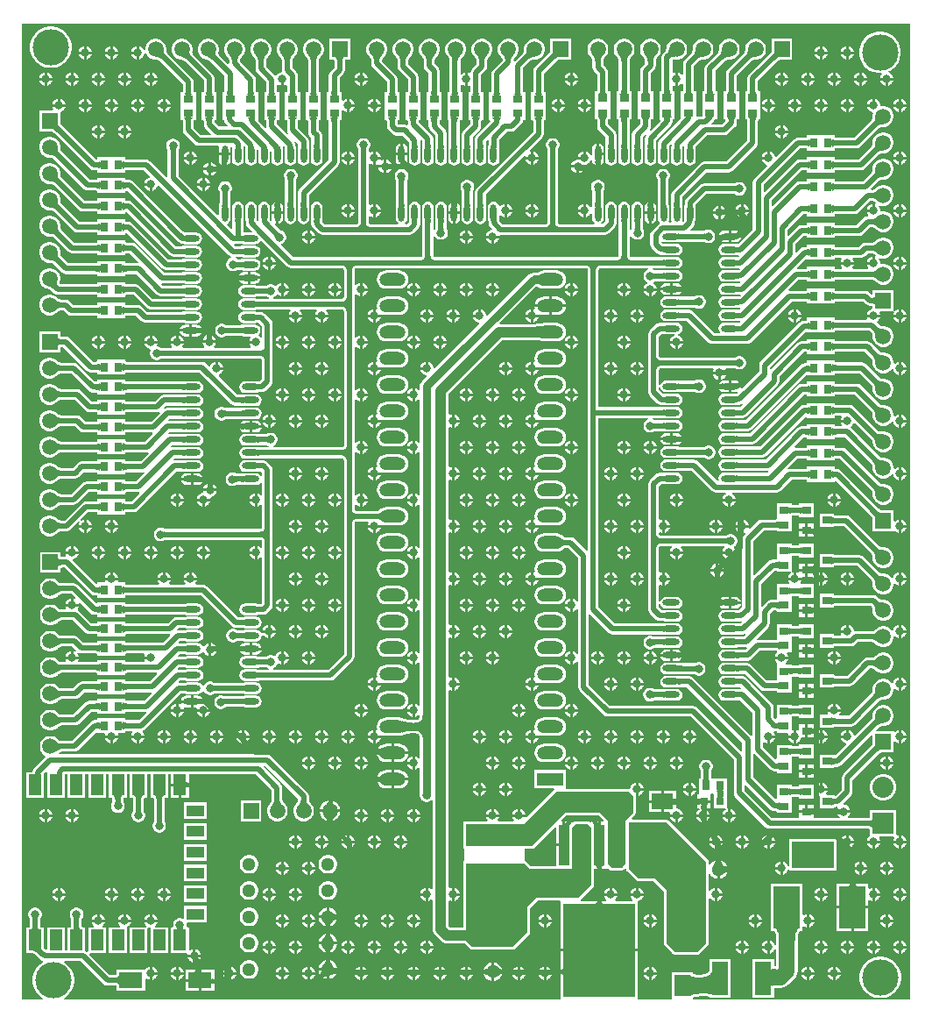
<source format=gtl>
G04*
G04 #@! TF.GenerationSoftware,Altium Limited,Altium Designer,22.7.1 (60)*
G04*
G04 Layer_Physical_Order=1*
G04 Layer_Color=255*
%FSLAX24Y24*%
%MOIN*%
G70*
G04*
G04 #@! TF.SameCoordinates,CA99F4AA-E310-4CAD-8695-46E652682A35*
G04*
G04*
G04 #@! TF.FilePolarity,Positive*
G04*
G01*
G75*
%ADD19R,0.0472X0.0787*%
%ADD20R,0.0669X0.0433*%
%ADD21O,0.0650X0.0236*%
%ADD22R,0.0906X0.0591*%
%ADD23R,0.0394X0.1575*%
%ADD24R,0.2756X0.3543*%
%ADD25R,0.0354X0.0315*%
%ADD26R,0.0374X0.0315*%
%ADD27R,0.0315X0.0315*%
%ADD28R,0.0315X0.0374*%
%ADD29R,0.0610X0.0827*%
%ADD30R,0.0610X0.1264*%
%ADD31R,0.0827X0.0610*%
%ADD32R,0.2165X0.0846*%
%ADD33O,0.0236X0.0650*%
%ADD62C,0.0200*%
%ADD63C,0.0150*%
%ADD64C,0.0400*%
%ADD65C,0.0600*%
%ADD66C,0.0300*%
%ADD67C,0.0800*%
%ADD68R,0.0800X0.0800*%
%ADD69C,0.0591*%
%ADD70R,0.0591X0.0591*%
%ADD71R,0.0591X0.0591*%
%ADD72R,0.1000X0.1600*%
%ADD73R,0.1600X0.1000*%
%ADD74C,0.1380*%
%ADD75R,0.1000X0.0500*%
%ADD76O,0.1000X0.0500*%
%ADD77C,0.0512*%
G04:AMPARAMS|DCode=78|XSize=51.2mil|YSize=51.2mil|CornerRadius=12.8mil|HoleSize=0mil|Usage=FLASHONLY|Rotation=180.000|XOffset=0mil|YOffset=0mil|HoleType=Round|Shape=RoundedRectangle|*
%AMROUNDEDRECTD78*
21,1,0.0512,0.0256,0,0,180.0*
21,1,0.0256,0.0512,0,0,180.0*
1,1,0.0256,-0.0128,0.0128*
1,1,0.0256,0.0128,0.0128*
1,1,0.0256,0.0128,-0.0128*
1,1,0.0256,-0.0128,-0.0128*
%
%ADD78ROUNDEDRECTD78*%
G04:AMPARAMS|DCode=79|XSize=51.2mil|YSize=51.2mil|CornerRadius=12.8mil|HoleSize=0mil|Usage=FLASHONLY|Rotation=90.000|XOffset=0mil|YOffset=0mil|HoleType=Round|Shape=RoundedRectangle|*
%AMROUNDEDRECTD79*
21,1,0.0512,0.0256,0,0,90.0*
21,1,0.0256,0.0512,0,0,90.0*
1,1,0.0256,0.0128,0.0128*
1,1,0.0256,0.0128,-0.0128*
1,1,0.0256,-0.0128,-0.0128*
1,1,0.0256,-0.0128,0.0128*
%
%ADD79ROUNDEDRECTD79*%
%ADD80C,0.0315*%
G36*
X26277Y16132D02*
X26275Y16127D01*
X26274Y16121D01*
X26273Y16113D01*
X26271Y16093D01*
X26269Y16065D01*
X26269Y16031D01*
X26069D01*
X26069Y16049D01*
X26064Y16121D01*
X26062Y16127D01*
X26061Y16132D01*
X26059Y16135D01*
X26279D01*
X26277Y16132D01*
D02*
G37*
G36*
X24704Y16131D02*
X24702Y16128D01*
X24701Y16124D01*
X24699Y16117D01*
X24698Y16110D01*
X24696Y16089D01*
X24694Y16061D01*
X24694Y16027D01*
X24494Y16027D01*
X24494Y16045D01*
X24489Y16117D01*
X24488Y16124D01*
X24486Y16128D01*
X24484Y16131D01*
X24704Y16131D01*
D02*
G37*
G36*
X26270Y15812D02*
X26273Y15777D01*
X26278Y15747D01*
X26285Y15721D01*
X26294Y15699D01*
X26305Y15681D01*
X26318Y15667D01*
X26333Y15657D01*
X26350Y15651D01*
X26369Y15649D01*
X25969D01*
X25988Y15651D01*
X26005Y15657D01*
X26020Y15667D01*
X26033Y15681D01*
X26044Y15699D01*
X26053Y15721D01*
X26060Y15747D01*
X26065Y15777D01*
X26068Y15812D01*
X26069Y15850D01*
X26269D01*
X26270Y15812D01*
D02*
G37*
G36*
X24695D02*
X24698Y15777D01*
X24703Y15747D01*
X24710Y15721D01*
X24719Y15699D01*
X24730Y15681D01*
X24743Y15667D01*
X24758Y15657D01*
X24775Y15651D01*
X24794Y15649D01*
X24394D01*
X24413Y15651D01*
X24430Y15657D01*
X24445Y15667D01*
X24458Y15681D01*
X24469Y15699D01*
X24478Y15721D01*
X24485Y15747D01*
X24490Y15777D01*
X24493Y15812D01*
X24494Y15850D01*
X24694D01*
X24695Y15812D01*
D02*
G37*
G36*
X24813Y15055D02*
X24805Y15039D01*
X24803Y15020D01*
X24807Y14997D01*
X24818Y14971D01*
X24836Y14941D01*
X24860Y14907D01*
X24890Y14869D01*
X24971Y14783D01*
X24819Y14653D01*
X24768Y14702D01*
X24636Y14813D01*
X24599Y14838D01*
X24565Y14856D01*
X24535Y14868D01*
X24508Y14873D01*
X24485Y14873D01*
X24465Y14866D01*
X24828Y15066D01*
X24813Y15055D01*
D02*
G37*
G36*
X50350Y13189D02*
X50344Y13197D01*
X50326Y13205D01*
X50296Y13212D01*
X50254Y13218D01*
X50134Y13227D01*
X49963Y13230D01*
X49740Y13216D01*
X49674Y13206D01*
X49620Y13193D01*
X49578Y13179D01*
X49548Y13162D01*
X49530Y13143D01*
X49524Y13122D01*
Y13946D01*
X49530Y13925D01*
X49548Y13906D01*
X49578Y13889D01*
X49620Y13874D01*
X49674Y13862D01*
X49740Y13852D01*
X49894Y13839D01*
X49966Y13846D01*
X50056Y13861D01*
X50134Y13882D01*
X50200Y13909D01*
X50254Y13942D01*
X50296Y13981D01*
X50326Y14026D01*
X50344Y14077D01*
X50350Y14134D01*
Y13189D01*
D02*
G37*
G36*
X27784Y13542D02*
X27782Y13561D01*
X27776Y13578D01*
X27766Y13593D01*
X27752Y13606D01*
X27734Y13617D01*
X27711Y13626D01*
X27685Y13633D01*
X27655Y13638D01*
X27621Y13641D01*
X27583Y13642D01*
Y13842D01*
X27621Y13843D01*
X27655Y13846D01*
X27685Y13851D01*
X27711Y13858D01*
X27734Y13867D01*
X27752Y13878D01*
X27766Y13891D01*
X27776Y13906D01*
X27782Y13923D01*
X27784Y13942D01*
Y13542D01*
D02*
G37*
G36*
X57887Y13001D02*
X49667D01*
X49625Y13020D01*
X49625Y13087D01*
X49648Y13095D01*
X49693Y13106D01*
X49751Y13114D01*
X49965Y13128D01*
X50129Y13125D01*
X50243Y13116D01*
X50249Y13115D01*
Y13087D01*
X50346D01*
X50350Y13087D01*
X50354Y13087D01*
X51059D01*
Y14551D01*
X50249D01*
Y14145D01*
X50248Y14145D01*
X50244Y14099D01*
X50234Y14072D01*
X50218Y14047D01*
X50192Y14024D01*
X50154Y14000D01*
X50101Y13979D01*
X50034Y13961D01*
X49953Y13947D01*
X49893Y13942D01*
X49752Y13953D01*
X49693Y13962D01*
X49648Y13972D01*
X49625Y13980D01*
Y14047D01*
X49536D01*
X49536Y14047D01*
X49535Y14047D01*
X49528D01*
X49524Y14048D01*
X49520Y14047D01*
X48815D01*
Y13051D01*
X48815Y13020D01*
X48773Y13001D01*
X47584D01*
X47538Y13012D01*
X47538Y13051D01*
Y14834D01*
X46060D01*
X44582D01*
Y14144D01*
X44588Y14144D01*
X44611Y14148D01*
X44630Y14153D01*
X44647Y14160D01*
X44661Y14168D01*
X44671Y14178D01*
X44679Y14189D01*
X44683Y14202D01*
X44685Y14216D01*
Y13916D01*
X44683Y13930D01*
X44679Y13943D01*
X44671Y13954D01*
X44661Y13964D01*
X44647Y13972D01*
X44630Y13979D01*
X44611Y13984D01*
X44588Y13988D01*
X44582Y13989D01*
Y13051D01*
X44582Y13012D01*
X44537Y13001D01*
X25694D01*
X25679Y13051D01*
X25792Y13126D01*
X25902Y13236D01*
X25988Y13366D01*
X26048Y13510D01*
X26078Y13662D01*
Y13818D01*
X26048Y13971D01*
X25988Y14114D01*
X25902Y14244D01*
X25792Y14354D01*
X25708Y14410D01*
X25723Y14460D01*
X25850D01*
X25850Y14460D01*
X26338D01*
X27200Y13598D01*
X27266Y13554D01*
X27344Y13538D01*
X27627D01*
X27642Y13537D01*
X27664Y13533D01*
X27679Y13529D01*
X27681Y13528D01*
Y13345D01*
X28787D01*
Y13778D01*
X28837Y13799D01*
X28842Y13794D01*
X28901Y13760D01*
X28950Y13747D01*
Y14000D01*
Y14253D01*
X28901Y14240D01*
X28842Y14206D01*
X28794Y14158D01*
X28781Y14135D01*
X27681D01*
Y13956D01*
X27679Y13955D01*
X27664Y13951D01*
X27642Y13947D01*
X27627Y13946D01*
X27429D01*
X26661Y14714D01*
X26682Y14764D01*
X27293D01*
Y15751D01*
X27183D01*
X27171Y15772D01*
X27165Y15801D01*
X27206Y15842D01*
X27240Y15901D01*
X27253Y15950D01*
X26747D01*
X26760Y15901D01*
X26794Y15842D01*
X26835Y15801D01*
X26829Y15772D01*
X26817Y15751D01*
X26620D01*
Y14825D01*
X26570Y14804D01*
X26567Y14808D01*
X26505Y14849D01*
Y15751D01*
X26383D01*
X26382Y15753D01*
X26378Y15769D01*
X26374Y15790D01*
X26373Y15805D01*
Y16087D01*
X26375Y16089D01*
X26409Y16148D01*
X26426Y16213D01*
Y16281D01*
X26409Y16347D01*
X26375Y16405D01*
X26327Y16453D01*
X26268Y16487D01*
X26203Y16505D01*
X26135D01*
X26070Y16487D01*
X26011Y16453D01*
X25963Y16405D01*
X25929Y16347D01*
X25911Y16281D01*
Y16213D01*
X25929Y16148D01*
X25963Y16089D01*
X25964Y16088D01*
X25965Y16073D01*
Y15805D01*
X25964Y15790D01*
X25960Y15769D01*
X25956Y15753D01*
X25955Y15751D01*
X25833D01*
Y14867D01*
X25718D01*
Y15751D01*
X25045D01*
Y14926D01*
X25029Y14915D01*
X24995Y14906D01*
X24967Y14936D01*
X24941Y14969D01*
X24934Y14978D01*
Y15121D01*
X24934Y15121D01*
X24930Y15141D01*
Y15751D01*
X24808D01*
X24807Y15753D01*
X24803Y15769D01*
X24799Y15790D01*
X24798Y15805D01*
Y16083D01*
X24800Y16085D01*
X24834Y16144D01*
X24852Y16210D01*
Y16277D01*
X24834Y16343D01*
X24800Y16402D01*
X24752Y16449D01*
X24694Y16483D01*
X24628Y16501D01*
X24560D01*
X24495Y16483D01*
X24436Y16449D01*
X24388Y16402D01*
X24354Y16343D01*
X24337Y16277D01*
Y16210D01*
X24354Y16144D01*
X24388Y16085D01*
X24389Y16084D01*
X24390Y16069D01*
Y15805D01*
X24389Y15790D01*
X24385Y15769D01*
X24381Y15753D01*
X24380Y15751D01*
X24258D01*
Y14764D01*
X24521D01*
X24522Y14763D01*
X24546Y14750D01*
X24575Y14731D01*
X24690Y14634D01*
X24805Y14519D01*
X24871Y14475D01*
X24875Y14474D01*
X24885Y14421D01*
X24784Y14354D01*
X24674Y14244D01*
X24588Y14114D01*
X24528Y13971D01*
X24498Y13818D01*
Y13662D01*
X24528Y13510D01*
X24588Y13366D01*
X24674Y13236D01*
X24784Y13126D01*
X24897Y13051D01*
X24882Y13001D01*
X24103D01*
Y50097D01*
X57887D01*
X57887Y13001D01*
D02*
G37*
%LPC*%
G36*
X55550Y49253D02*
Y49050D01*
X55753D01*
X55740Y49099D01*
X55706Y49158D01*
X55658Y49206D01*
X55599Y49240D01*
X55550Y49253D01*
D02*
G37*
G36*
X55450D02*
X55401Y49240D01*
X55342Y49206D01*
X55294Y49158D01*
X55260Y49099D01*
X55247Y49050D01*
X55450D01*
Y49253D01*
D02*
G37*
G36*
X54550D02*
Y49050D01*
X54753D01*
X54740Y49099D01*
X54706Y49158D01*
X54658Y49206D01*
X54599Y49240D01*
X54550Y49253D01*
D02*
G37*
G36*
X54450D02*
X54401Y49240D01*
X54342Y49206D01*
X54294Y49158D01*
X54260Y49099D01*
X54247Y49050D01*
X54450D01*
Y49253D01*
D02*
G37*
G36*
X28450D02*
X28401Y49240D01*
X28342Y49206D01*
X28294Y49158D01*
X28260Y49099D01*
X28247Y49050D01*
X28450D01*
Y49253D01*
D02*
G37*
G36*
X27550D02*
Y49050D01*
X27753D01*
X27740Y49099D01*
X27706Y49158D01*
X27658Y49206D01*
X27599Y49240D01*
X27550Y49253D01*
D02*
G37*
G36*
X27450D02*
X27401Y49240D01*
X27342Y49206D01*
X27294Y49158D01*
X27260Y49099D01*
X27247Y49050D01*
X27450D01*
Y49253D01*
D02*
G37*
G36*
X26550D02*
Y49050D01*
X26753D01*
X26740Y49099D01*
X26706Y49158D01*
X26658Y49206D01*
X26599Y49240D01*
X26550Y49253D01*
D02*
G37*
G36*
X26450D02*
X26401Y49240D01*
X26342Y49206D01*
X26294Y49158D01*
X26260Y49099D01*
X26247Y49050D01*
X26450D01*
Y49253D01*
D02*
G37*
G36*
X55753Y48950D02*
X55550D01*
Y48747D01*
X55599Y48760D01*
X55658Y48794D01*
X55706Y48842D01*
X55740Y48901D01*
X55753Y48950D01*
D02*
G37*
G36*
X55450D02*
X55247D01*
X55260Y48901D01*
X55294Y48842D01*
X55342Y48794D01*
X55401Y48760D01*
X55450Y48747D01*
Y48950D01*
D02*
G37*
G36*
X54753D02*
X54550D01*
Y48747D01*
X54599Y48760D01*
X54658Y48794D01*
X54706Y48842D01*
X54740Y48901D01*
X54753Y48950D01*
D02*
G37*
G36*
X54450D02*
X54247D01*
X54260Y48901D01*
X54294Y48842D01*
X54342Y48794D01*
X54401Y48760D01*
X54450Y48747D01*
Y48950D01*
D02*
G37*
G36*
X28450D02*
X28247D01*
X28260Y48901D01*
X28294Y48842D01*
X28342Y48794D01*
X28401Y48760D01*
X28450Y48747D01*
Y48950D01*
D02*
G37*
G36*
X27753D02*
X27550D01*
Y48747D01*
X27599Y48760D01*
X27658Y48794D01*
X27706Y48842D01*
X27740Y48901D01*
X27753Y48950D01*
D02*
G37*
G36*
X27450D02*
X27247D01*
X27260Y48901D01*
X27294Y48842D01*
X27342Y48794D01*
X27401Y48760D01*
X27450Y48747D01*
Y48950D01*
D02*
G37*
G36*
X26753D02*
X26550D01*
Y48747D01*
X26599Y48760D01*
X26658Y48794D01*
X26706Y48842D01*
X26740Y48901D01*
X26753Y48950D01*
D02*
G37*
G36*
X26450D02*
X26247D01*
X26260Y48901D01*
X26294Y48842D01*
X26342Y48794D01*
X26401Y48760D01*
X26450Y48747D01*
Y48950D01*
D02*
G37*
G36*
X44992Y49533D02*
X44201D01*
Y49131D01*
X44200Y49127D01*
X44201Y49123D01*
Y49049D01*
X44199Y49046D01*
X44182Y49021D01*
X44133Y48963D01*
X43607Y48437D01*
X43563Y48371D01*
X43547Y48293D01*
Y47555D01*
X43546Y47542D01*
X43543Y47520D01*
X43539Y47504D01*
X43464D01*
Y47407D01*
X43463Y47403D01*
X43464Y47399D01*
Y47003D01*
X43464Y46989D01*
Y46953D01*
X43464Y46940D01*
Y46543D01*
X43463Y46540D01*
X43464Y46536D01*
Y46438D01*
X43539D01*
X43543Y46423D01*
X43546Y46400D01*
X43547Y46388D01*
Y46005D01*
X41396Y43854D01*
X41352Y43788D01*
X41336Y43710D01*
Y43285D01*
X41335Y43235D01*
X41332Y43201D01*
X41331Y43192D01*
X41330Y43189D01*
X41329Y43186D01*
X41328Y43175D01*
X41318Y43124D01*
Y42711D01*
X41335Y42626D01*
X41383Y42554D01*
X41455Y42506D01*
X41540Y42489D01*
X41625Y42506D01*
X41697Y42554D01*
X41745Y42626D01*
X41762Y42711D01*
Y43124D01*
X41753Y43172D01*
X41744Y43321D01*
Y43626D01*
X43205Y45086D01*
X43250Y45061D01*
X43247Y45050D01*
X43450D01*
Y45253D01*
X43439Y45250D01*
X43414Y45295D01*
X43895Y45777D01*
X43939Y45843D01*
X43955Y45921D01*
Y46388D01*
X43956Y46400D01*
X43959Y46423D01*
X43963Y46438D01*
X44038D01*
Y46536D01*
X44039Y46540D01*
X44038Y46543D01*
Y46940D01*
X44038Y46953D01*
Y46989D01*
X44038Y47003D01*
Y47399D01*
X44039Y47403D01*
X44038Y47407D01*
Y47504D01*
X43963D01*
X43959Y47520D01*
X43956Y47542D01*
X43955Y47555D01*
Y48208D01*
X44412Y48665D01*
X44448Y48699D01*
X44478Y48723D01*
X44504Y48741D01*
X44508Y48743D01*
X44581D01*
X44585Y48742D01*
X44589Y48743D01*
X44992D01*
Y49533D01*
D02*
G37*
G36*
X53404Y49531D02*
X52614D01*
Y49129D01*
X52613Y49125D01*
X52614Y49121D01*
Y49047D01*
X52612Y49044D01*
X52595Y49019D01*
X52546Y48961D01*
X51760Y48175D01*
X51715Y48109D01*
X51700Y48031D01*
Y47574D01*
X51699Y47562D01*
X51696Y47540D01*
X51692Y47524D01*
X51617D01*
Y47427D01*
X51616Y47423D01*
X51617Y47419D01*
Y47023D01*
X51617Y47009D01*
Y46973D01*
X51617Y46959D01*
Y46563D01*
X51616Y46559D01*
X51617Y46555D01*
Y46458D01*
X51692D01*
X51696Y46443D01*
X51699Y46420D01*
X51700Y46408D01*
Y45660D01*
X50904Y44864D01*
X50060D01*
X49982Y44848D01*
X49916Y44804D01*
X48866Y43754D01*
X48822Y43688D01*
X48806Y43610D01*
Y43285D01*
X48805Y43235D01*
X48802Y43201D01*
X48801Y43192D01*
X48800Y43189D01*
X48799Y43186D01*
X48798Y43175D01*
X48788Y43124D01*
Y42711D01*
X48805Y42626D01*
X48827Y42592D01*
X48801Y42542D01*
X48719D01*
X48693Y42592D01*
X48715Y42626D01*
X48732Y42711D01*
Y43124D01*
X48715Y43210D01*
X48703Y43229D01*
X48702Y43230D01*
X48702Y43231D01*
X48694Y43350D01*
Y44166D01*
X48696Y44168D01*
X48730Y44226D01*
X48747Y44292D01*
Y44360D01*
X48730Y44425D01*
X48696Y44484D01*
X48648Y44532D01*
X48589Y44566D01*
X48524Y44583D01*
X48456D01*
X48391Y44566D01*
X48332Y44532D01*
X48284Y44484D01*
X48250Y44425D01*
X48233Y44360D01*
Y44292D01*
X48250Y44226D01*
X48284Y44168D01*
X48285Y44167D01*
X48286Y44151D01*
Y43154D01*
X48290Y43136D01*
X48288Y43124D01*
Y42711D01*
X48305Y42626D01*
X48353Y42554D01*
X48347Y42497D01*
X48325Y42482D01*
X48066Y42223D01*
X48022Y42157D01*
X48006Y42079D01*
Y41719D01*
X48022Y41641D01*
X48066Y41575D01*
X48258Y41383D01*
X48324Y41339D01*
X48402Y41323D01*
X48503D01*
X48516Y41315D01*
X48601Y41298D01*
X49014D01*
X49100Y41315D01*
X49172Y41363D01*
X49220Y41435D01*
X49237Y41520D01*
X49220Y41605D01*
X49172Y41677D01*
X49100Y41725D01*
X49014Y41742D01*
X48601D01*
X48543Y41731D01*
X48486D01*
X48437Y41780D01*
X48441Y41805D01*
X48495Y41829D01*
X48516Y41815D01*
X48601Y41798D01*
X49014D01*
X49062Y41807D01*
X49211Y41816D01*
X50054D01*
X50057Y41814D01*
X50115Y41780D01*
X50181Y41763D01*
X50249D01*
X50314Y41780D01*
X50373Y41814D01*
X50421Y41862D01*
X50455Y41921D01*
X50472Y41986D01*
Y42054D01*
X50455Y42119D01*
X50421Y42178D01*
X50373Y42226D01*
X50314Y42260D01*
X50249Y42277D01*
X50181D01*
X50115Y42260D01*
X50057Y42226D01*
X50056Y42225D01*
X50040Y42224D01*
X49543D01*
X49524Y42270D01*
X49647Y42393D01*
X49691Y42460D01*
X49707Y42538D01*
Y42613D01*
X49715Y42626D01*
X49732Y42711D01*
Y43124D01*
X49721Y43182D01*
Y43218D01*
X50133Y43629D01*
X51223D01*
X51229Y43623D01*
X51288Y43590D01*
X51353Y43572D01*
X51421D01*
X51487Y43590D01*
X51545Y43623D01*
X51593Y43671D01*
X51627Y43730D01*
X51645Y43796D01*
Y43863D01*
X51627Y43929D01*
X51593Y43988D01*
X51545Y44036D01*
X51487Y44069D01*
X51421Y44087D01*
X51353D01*
X51288Y44069D01*
X51233Y44038D01*
X51220Y44037D01*
X50048D01*
X50048Y44037D01*
X49970Y44022D01*
X49904Y43977D01*
X49373Y43446D01*
X49329Y43380D01*
X49313Y43302D01*
Y43222D01*
X49305Y43210D01*
X49288Y43124D01*
Y42711D01*
X49299Y42653D01*
Y42622D01*
X49249Y42572D01*
X49240Y42573D01*
X49216Y42626D01*
X49216Y42627D01*
X49232Y42711D01*
Y43124D01*
X49223Y43172D01*
X49214Y43321D01*
Y43526D01*
X50144Y44456D01*
X50988D01*
X51066Y44472D01*
X51133Y44516D01*
X52048Y45431D01*
X52092Y45497D01*
X52108Y45575D01*
Y46408D01*
X52109Y46420D01*
X52112Y46443D01*
X52115Y46458D01*
X52191D01*
Y46555D01*
X52191Y46559D01*
X52191Y46563D01*
Y46959D01*
X52191Y46973D01*
Y47009D01*
X52191Y47023D01*
Y47419D01*
X52191Y47423D01*
X52191Y47427D01*
Y47524D01*
X52115D01*
X52112Y47540D01*
X52109Y47562D01*
X52108Y47574D01*
Y47946D01*
X52825Y48663D01*
X52861Y48697D01*
X52891Y48721D01*
X52917Y48739D01*
X52920Y48741D01*
X52994D01*
X52998Y48740D01*
X53002Y48741D01*
X53404D01*
Y49531D01*
D02*
G37*
G36*
X43649Y49533D02*
X43544D01*
X43444Y49506D01*
X43354Y49454D01*
X43280Y49381D01*
X43228Y49291D01*
X43201Y49190D01*
Y49146D01*
X43199Y49138D01*
X43199Y49112D01*
X43197Y49091D01*
X43193Y49071D01*
X43189Y49053D01*
X43183Y49036D01*
X43175Y49019D01*
X43167Y49004D01*
X43157Y48988D01*
X43151Y48981D01*
X42850Y48680D01*
X42800Y48701D01*
Y48712D01*
X42802Y48721D01*
X42805Y48739D01*
X42810Y48756D01*
X42817Y48773D01*
X42825Y48790D01*
X42834Y48806D01*
X42846Y48822D01*
X42859Y48838D01*
X42877Y48857D01*
X42882Y48864D01*
X42913Y48895D01*
X42965Y48986D01*
X42992Y49086D01*
Y49190D01*
X42965Y49291D01*
X42913Y49381D01*
X42839Y49454D01*
X42749Y49506D01*
X42649Y49533D01*
X42544D01*
X42444Y49506D01*
X42354Y49454D01*
X42280Y49381D01*
X42228Y49291D01*
X42201Y49190D01*
Y49086D01*
X42228Y48986D01*
X42280Y48895D01*
X42311Y48864D01*
X42316Y48857D01*
X42334Y48838D01*
X42347Y48822D01*
X42359Y48806D01*
X42368Y48790D01*
X42376Y48773D01*
X42383Y48756D01*
X42388Y48739D01*
X42392Y48721D01*
X42392Y48717D01*
X42017Y48341D01*
X41972Y48275D01*
X41957Y48197D01*
Y47555D01*
X41956Y47542D01*
X41953Y47520D01*
X41949Y47504D01*
X41874D01*
Y47407D01*
X41873Y47403D01*
X41874Y47399D01*
Y47003D01*
X41874Y46989D01*
Y46953D01*
X41874Y46940D01*
Y46543D01*
X41873Y46540D01*
X41874Y46536D01*
Y46438D01*
X41906D01*
X41927Y46388D01*
X41396Y45858D01*
X41352Y45791D01*
X41336Y45713D01*
Y45520D01*
X41336Y45503D01*
X41332Y45428D01*
X41330Y45417D01*
X41329Y45412D01*
X41328Y45408D01*
X41327Y45398D01*
X41318Y45349D01*
Y44936D01*
X41335Y44850D01*
X41383Y44778D01*
X41455Y44730D01*
X41540Y44713D01*
X41625Y44730D01*
X41697Y44778D01*
X41745Y44850D01*
X41762Y44936D01*
Y45349D01*
X41756Y45383D01*
X41756Y45384D01*
X41744Y45629D01*
Y45629D01*
X41797Y45682D01*
X41843Y45663D01*
Y45497D01*
X41841Y45459D01*
X41837Y45438D01*
X41835Y45434D01*
X41818Y45349D01*
Y44936D01*
X41835Y44850D01*
X41883Y44778D01*
X41955Y44730D01*
X42040Y44713D01*
X42125Y44730D01*
X42197Y44778D01*
X42245Y44850D01*
X42262Y44936D01*
Y45349D01*
X42256Y45382D01*
X42256Y45382D01*
X42251Y45587D01*
Y45692D01*
X42554Y45996D01*
X42716D01*
X42794Y46012D01*
X42860Y46056D01*
X43108Y46304D01*
X43152Y46370D01*
X43166Y46438D01*
X43243D01*
Y46940D01*
X43243Y46953D01*
Y46989D01*
X43243Y47003D01*
Y47399D01*
X43244Y47403D01*
X43243Y47407D01*
Y47504D01*
X43168D01*
X43164Y47520D01*
X43161Y47542D01*
X43160Y47555D01*
Y48413D01*
X43439Y48693D01*
X43447Y48698D01*
X43462Y48708D01*
X43478Y48717D01*
X43494Y48724D01*
X43511Y48730D01*
X43530Y48735D01*
X43549Y48738D01*
X43570Y48740D01*
X43596Y48741D01*
X43605Y48743D01*
X43649D01*
X43749Y48770D01*
X43839Y48822D01*
X43913Y48895D01*
X43965Y48986D01*
X43992Y49086D01*
Y49190D01*
X43965Y49291D01*
X43913Y49381D01*
X43839Y49454D01*
X43749Y49506D01*
X43649Y49533D01*
D02*
G37*
G36*
X25271Y50005D02*
X25115D01*
X24962Y49975D01*
X24819Y49915D01*
X24689Y49829D01*
X24579Y49719D01*
X24493Y49589D01*
X24433Y49445D01*
X24403Y49293D01*
Y49137D01*
X24433Y48985D01*
X24493Y48841D01*
X24579Y48711D01*
X24689Y48601D01*
X24819Y48515D01*
X24962Y48455D01*
X25115Y48425D01*
X25271D01*
X25423Y48455D01*
X25567Y48515D01*
X25696Y48601D01*
X25806Y48711D01*
X25893Y48841D01*
X25952Y48985D01*
X25983Y49137D01*
Y49293D01*
X25952Y49445D01*
X25893Y49589D01*
X25806Y49719D01*
X25696Y49829D01*
X25567Y49915D01*
X25423Y49975D01*
X25271Y50005D01*
D02*
G37*
G36*
X41649Y49533D02*
X41544D01*
X41444Y49506D01*
X41354Y49454D01*
X41280Y49381D01*
X41228Y49291D01*
X41201Y49190D01*
Y49086D01*
X41228Y48986D01*
X41280Y48895D01*
X41311Y48864D01*
X41316Y48857D01*
X41334Y48838D01*
X41347Y48822D01*
X41359Y48806D01*
X41368Y48790D01*
X41376Y48773D01*
X41383Y48756D01*
X41388Y48739D01*
X41392Y48721D01*
X41393Y48712D01*
Y48558D01*
X41222Y48387D01*
X41177Y48321D01*
X41165Y48260D01*
X41128Y48236D01*
X41112Y48233D01*
X41099Y48240D01*
X41050Y48253D01*
Y48000D01*
Y47747D01*
X41099Y47760D01*
X41112Y47767D01*
X41162Y47738D01*
Y47555D01*
X41161Y47542D01*
X41158Y47520D01*
X41154Y47504D01*
X41079D01*
Y47407D01*
X41078Y47403D01*
X41079Y47399D01*
Y47003D01*
X41079Y46989D01*
Y46953D01*
X41079Y46940D01*
Y46543D01*
X41078Y46540D01*
X41079Y46536D01*
Y46438D01*
X41154D01*
X41158Y46423D01*
X41161Y46400D01*
X41162Y46388D01*
Y46298D01*
X40896Y46032D01*
X40852Y45966D01*
X40836Y45888D01*
Y45509D01*
X40835Y45460D01*
X40832Y45426D01*
X40831Y45417D01*
X40830Y45413D01*
X40829Y45410D01*
X40828Y45400D01*
X40818Y45349D01*
Y44936D01*
X40835Y44850D01*
X40883Y44778D01*
X40955Y44730D01*
X41040Y44713D01*
X41125Y44730D01*
X41197Y44778D01*
X41245Y44850D01*
X41262Y44936D01*
Y45349D01*
X41253Y45397D01*
X41244Y45546D01*
Y45803D01*
X41510Y46069D01*
X41554Y46135D01*
X41570Y46213D01*
Y46388D01*
X41571Y46400D01*
X41574Y46423D01*
X41577Y46438D01*
X41653D01*
Y46536D01*
X41654Y46540D01*
X41653Y46543D01*
Y46940D01*
X41653Y46953D01*
Y46989D01*
X41653Y47003D01*
Y47399D01*
X41654Y47403D01*
X41653Y47407D01*
Y47504D01*
X41577D01*
X41574Y47520D01*
X41571Y47542D01*
X41570Y47555D01*
Y48158D01*
X41741Y48329D01*
X41785Y48395D01*
X41800Y48474D01*
Y48712D01*
X41802Y48721D01*
X41805Y48739D01*
X41810Y48756D01*
X41817Y48773D01*
X41825Y48790D01*
X41834Y48806D01*
X41846Y48822D01*
X41859Y48838D01*
X41877Y48857D01*
X41882Y48864D01*
X41913Y48895D01*
X41965Y48986D01*
X41992Y49086D01*
Y49190D01*
X41965Y49291D01*
X41913Y49381D01*
X41839Y49454D01*
X41749Y49506D01*
X41649Y49533D01*
D02*
G37*
G36*
X34236Y49531D02*
X34132D01*
X34031Y49505D01*
X33941Y49453D01*
X33868Y49379D01*
X33816Y49289D01*
X33789Y49188D01*
Y49084D01*
X33816Y48984D01*
X33868Y48893D01*
X33899Y48862D01*
X33903Y48855D01*
X33921Y48836D01*
X33934Y48820D01*
X33946Y48804D01*
X33956Y48788D01*
X33964Y48771D01*
X33970Y48754D01*
X33975Y48737D01*
X33979Y48719D01*
X33980Y48710D01*
Y48347D01*
X33988Y48307D01*
X33967Y48259D01*
X33951Y48254D01*
X33901Y48240D01*
X33842Y48206D01*
X33794Y48158D01*
X33786Y48144D01*
X33728Y48144D01*
X33388Y48485D01*
Y48710D01*
X33389Y48719D01*
X33392Y48737D01*
X33398Y48754D01*
X33404Y48771D01*
X33412Y48788D01*
X33422Y48804D01*
X33433Y48820D01*
X33447Y48836D01*
X33464Y48855D01*
X33469Y48862D01*
X33500Y48893D01*
X33552Y48984D01*
X33579Y49084D01*
Y49188D01*
X33552Y49289D01*
X33500Y49379D01*
X33427Y49453D01*
X33336Y49505D01*
X33236Y49531D01*
X33132D01*
X33031Y49505D01*
X32941Y49453D01*
X32868Y49379D01*
X32815Y49289D01*
X32789Y49188D01*
Y49084D01*
X32815Y48984D01*
X32868Y48893D01*
X32899Y48862D01*
X32903Y48855D01*
X32921Y48836D01*
X32934Y48820D01*
X32946Y48804D01*
X32956Y48788D01*
X32964Y48771D01*
X32970Y48754D01*
X32975Y48737D01*
X32979Y48719D01*
X32980Y48710D01*
Y48400D01*
X32995Y48322D01*
X33040Y48256D01*
X33393Y47903D01*
Y47555D01*
X33392Y47542D01*
X33389Y47520D01*
X33385Y47504D01*
X33310D01*
Y47407D01*
X33309Y47403D01*
X33310Y47399D01*
Y47003D01*
X33310Y46989D01*
Y46953D01*
X33310Y46940D01*
Y46543D01*
X33309Y46540D01*
X33310Y46536D01*
Y46438D01*
X33385D01*
X33389Y46423D01*
X33392Y46400D01*
X33393Y46388D01*
Y46213D01*
X33402Y46168D01*
X33356Y46144D01*
X33106Y46393D01*
X33090Y46438D01*
X33090D01*
X33090Y46438D01*
Y46536D01*
X33091Y46540D01*
X33090Y46543D01*
Y46940D01*
X33090Y46953D01*
Y46989D01*
X33090Y47003D01*
Y47399D01*
X33091Y47403D01*
X33090Y47407D01*
Y47504D01*
X33015D01*
X33011Y47520D01*
X33008Y47542D01*
X33007Y47555D01*
Y47975D01*
X32991Y48053D01*
X32947Y48119D01*
X32388Y48679D01*
Y48710D01*
X32389Y48719D01*
X32392Y48737D01*
X32398Y48754D01*
X32404Y48771D01*
X32412Y48788D01*
X32422Y48804D01*
X32433Y48820D01*
X32447Y48836D01*
X32464Y48855D01*
X32469Y48862D01*
X32500Y48893D01*
X32552Y48984D01*
X32579Y49084D01*
Y49188D01*
X32552Y49289D01*
X32500Y49379D01*
X32427Y49453D01*
X32336Y49505D01*
X32236Y49531D01*
X32132D01*
X32031Y49505D01*
X31941Y49453D01*
X31868Y49379D01*
X31816Y49289D01*
X31789Y49188D01*
Y49084D01*
X31816Y48984D01*
X31868Y48893D01*
X31899Y48862D01*
X31903Y48855D01*
X31921Y48836D01*
X31934Y48820D01*
X31946Y48804D01*
X31956Y48788D01*
X31964Y48771D01*
X31970Y48754D01*
X31975Y48737D01*
X31979Y48719D01*
X31980Y48710D01*
Y48605D01*
X31937Y48577D01*
X31594Y48920D01*
X31589Y48927D01*
X31580Y48941D01*
X31574Y48954D01*
X31570Y48967D01*
X31567Y48980D01*
X31565Y48994D01*
X31565Y49008D01*
X31567Y49025D01*
X31571Y49047D01*
X31571Y49053D01*
X31579Y49084D01*
Y49188D01*
X31552Y49289D01*
X31500Y49379D01*
X31427Y49453D01*
X31336Y49505D01*
X31236Y49531D01*
X31132D01*
X31031Y49505D01*
X30941Y49453D01*
X30868Y49379D01*
X30815Y49289D01*
X30789Y49188D01*
Y49084D01*
X30815Y48984D01*
X30868Y48893D01*
X30941Y48820D01*
X31031Y48768D01*
X31086Y48753D01*
X31093Y48750D01*
X31147Y48735D01*
X31168Y48727D01*
X31189Y48719D01*
X31208Y48709D01*
X31227Y48699D01*
X31244Y48688D01*
X31261Y48675D01*
X31266Y48671D01*
X31806Y48132D01*
Y47555D01*
X31805Y47542D01*
X31801Y47520D01*
X31798Y47504D01*
X31722D01*
Y47407D01*
X31722Y47403D01*
X31722Y47399D01*
Y47003D01*
X31722Y46989D01*
Y46953D01*
X31722Y46940D01*
Y46438D01*
X31792D01*
X31804Y46380D01*
X31848Y46314D01*
X31922Y46240D01*
X31903Y46194D01*
X31600D01*
X31420Y46374D01*
Y46388D01*
X31421Y46400D01*
X31424Y46423D01*
X31427Y46438D01*
X31503D01*
Y46536D01*
X31504Y46540D01*
X31503Y46543D01*
Y46940D01*
X31503Y46953D01*
Y46989D01*
X31503Y47003D01*
Y47399D01*
X31504Y47403D01*
X31503Y47407D01*
Y47504D01*
X31427D01*
X31424Y47520D01*
X31421Y47542D01*
X31420Y47555D01*
Y48042D01*
X31404Y48120D01*
X31360Y48186D01*
X30608Y48938D01*
X30602Y48946D01*
X30593Y48960D01*
X30586Y48974D01*
X30581Y48988D01*
X30577Y49003D01*
X30574Y49019D01*
X30573Y49035D01*
X30574Y49053D01*
X30576Y49073D01*
X30579Y49084D01*
Y49188D01*
X30552Y49289D01*
X30500Y49379D01*
X30427Y49453D01*
X30336Y49505D01*
X30236Y49531D01*
X30132D01*
X30031Y49505D01*
X29941Y49453D01*
X29868Y49379D01*
X29815Y49289D01*
X29789Y49188D01*
Y49084D01*
X29815Y48984D01*
X29868Y48893D01*
X29941Y48820D01*
X30031Y48768D01*
X30132Y48741D01*
X30140D01*
X30153Y48739D01*
X30175Y48734D01*
X30197Y48727D01*
X30217Y48720D01*
X30236Y48712D01*
X30254Y48702D01*
X30271Y48692D01*
X30287Y48681D01*
X30293Y48676D01*
X31012Y47957D01*
Y47555D01*
X31011Y47542D01*
X31008Y47520D01*
X31004Y47504D01*
X30929D01*
Y47407D01*
X30928Y47403D01*
X30929Y47399D01*
Y47003D01*
X30929Y46989D01*
Y46953D01*
X30929Y46940D01*
Y46543D01*
X30928Y46540D01*
X30929Y46536D01*
Y46438D01*
X31004D01*
X31008Y46423D01*
X31011Y46400D01*
X31012Y46388D01*
Y46290D01*
X31027Y46212D01*
X31072Y46146D01*
X31300Y45917D01*
X31281Y45871D01*
X30897D01*
X30626Y46142D01*
Y46388D01*
X30627Y46400D01*
X30630Y46423D01*
X30634Y46438D01*
X30709D01*
Y46536D01*
X30710Y46540D01*
X30709Y46543D01*
Y46940D01*
X30709Y46953D01*
Y46989D01*
X30709Y47003D01*
Y47399D01*
X30710Y47403D01*
X30709Y47407D01*
Y47504D01*
X30634D01*
X30630Y47520D01*
X30627Y47542D01*
X30626Y47555D01*
Y47898D01*
X30626Y47898D01*
X30611Y47976D01*
X30566Y48042D01*
X29629Y48979D01*
X29624Y48986D01*
X29613Y49002D01*
X29605Y49017D01*
X29598Y49034D01*
X29592Y49051D01*
X29587Y49069D01*
X29584Y49089D01*
X29582Y49110D01*
X29581Y49136D01*
X29579Y49144D01*
Y49188D01*
X29552Y49289D01*
X29500Y49379D01*
X29427Y49453D01*
X29336Y49505D01*
X29236Y49531D01*
X29132D01*
X29031Y49505D01*
X28941Y49453D01*
X28868Y49379D01*
X28816Y49289D01*
X28789Y49188D01*
Y49111D01*
X28740Y49099D01*
X28706Y49158D01*
X28658Y49206D01*
X28599Y49240D01*
X28550Y49253D01*
Y49000D01*
Y48747D01*
X28599Y48760D01*
X28658Y48794D01*
X28706Y48842D01*
X28740Y48901D01*
X28757Y48966D01*
Y49007D01*
X28807Y49014D01*
X28816Y48984D01*
X28868Y48893D01*
X28941Y48820D01*
X29031Y48768D01*
X29132Y48741D01*
X29176D01*
X29184Y48739D01*
X29210Y48738D01*
X29231Y48736D01*
X29251Y48733D01*
X29269Y48728D01*
X29286Y48722D01*
X29303Y48715D01*
X29318Y48707D01*
X29334Y48696D01*
X29341Y48691D01*
X30218Y47813D01*
Y47555D01*
X30217Y47542D01*
X30214Y47520D01*
X30211Y47504D01*
X30135D01*
Y47407D01*
X30134Y47403D01*
X30135Y47399D01*
Y47003D01*
X30135Y46989D01*
Y46953D01*
X30135Y46940D01*
Y46543D01*
X30134Y46540D01*
X30135Y46536D01*
Y46438D01*
X30211D01*
X30214Y46423D01*
X30217Y46400D01*
X30218Y46388D01*
Y46058D01*
X30234Y45980D01*
X30278Y45914D01*
X30669Y45523D01*
X30735Y45479D01*
X30813Y45463D01*
X30813Y45463D01*
X31568D01*
X31600Y45413D01*
X31588Y45349D01*
Y45192D01*
X32032D01*
Y45349D01*
X32026Y45382D01*
X32060Y45425D01*
X32094Y45382D01*
X32088Y45349D01*
Y44936D01*
X32105Y44850D01*
X32153Y44778D01*
X32225Y44730D01*
X32310Y44713D01*
X32395Y44730D01*
X32467Y44778D01*
X32515Y44850D01*
X32532Y44936D01*
Y45349D01*
X32524Y45393D01*
Y45427D01*
X32571Y45448D01*
X32599Y45426D01*
Y45407D01*
X32588Y45349D01*
Y44936D01*
X32605Y44850D01*
X32653Y44778D01*
X32725Y44730D01*
X32810Y44713D01*
X32895Y44730D01*
X32967Y44778D01*
X33015Y44850D01*
X33032Y44936D01*
Y45304D01*
X33082Y45329D01*
X33088Y45326D01*
Y44936D01*
X33105Y44850D01*
X33153Y44778D01*
X33225Y44730D01*
X33310Y44713D01*
X33395Y44730D01*
X33467Y44778D01*
X33515Y44850D01*
X33532Y44936D01*
Y45254D01*
X33582Y45279D01*
X33588Y45275D01*
Y44936D01*
X33605Y44850D01*
X33653Y44778D01*
X33725Y44730D01*
X33810Y44713D01*
X33895Y44730D01*
X33967Y44778D01*
X34015Y44850D01*
X34032Y44936D01*
Y45349D01*
X34015Y45434D01*
X34013Y45438D01*
X34051Y45470D01*
X34099Y45422D01*
Y45407D01*
X34088Y45349D01*
Y44936D01*
X34105Y44850D01*
X34153Y44778D01*
X34225Y44730D01*
X34310Y44713D01*
X34395Y44730D01*
X34467Y44778D01*
X34515Y44850D01*
X34532Y44936D01*
Y45349D01*
X34515Y45434D01*
X34507Y45447D01*
Y45507D01*
X34507Y45507D01*
X34491Y45585D01*
X34466Y45623D01*
X34505Y45655D01*
X34606Y45554D01*
Y45436D01*
X34605Y45434D01*
X34588Y45349D01*
Y44936D01*
X34605Y44850D01*
X34653Y44778D01*
X34725Y44730D01*
X34810Y44713D01*
X34895Y44730D01*
X34967Y44778D01*
X35015Y44850D01*
X35032Y44936D01*
Y45349D01*
X35015Y45434D01*
X35014Y45436D01*
Y45638D01*
X34998Y45716D01*
X34954Y45782D01*
X34594Y46142D01*
Y46388D01*
X34595Y46400D01*
X34598Y46423D01*
X34602Y46438D01*
X34677D01*
Y46536D01*
X34678Y46540D01*
X34677Y46543D01*
Y46940D01*
X34677Y46953D01*
Y46989D01*
X34677Y47003D01*
Y47399D01*
X34678Y47403D01*
X34677Y47407D01*
Y47504D01*
X34602D01*
X34598Y47520D01*
X34595Y47542D01*
X34594Y47555D01*
Y48141D01*
X34594Y48141D01*
X34579Y48219D01*
X34534Y48285D01*
X34388Y48432D01*
Y48710D01*
X34389Y48719D01*
X34392Y48737D01*
X34398Y48754D01*
X34404Y48771D01*
X34412Y48788D01*
X34422Y48804D01*
X34433Y48820D01*
X34447Y48836D01*
X34464Y48855D01*
X34469Y48862D01*
X34500Y48893D01*
X34552Y48984D01*
X34579Y49084D01*
Y49188D01*
X34552Y49289D01*
X34500Y49379D01*
X34427Y49453D01*
X34336Y49505D01*
X34236Y49531D01*
D02*
G37*
G36*
X56822Y49808D02*
X56666D01*
X56514Y49778D01*
X56370Y49718D01*
X56241Y49632D01*
X56131Y49522D01*
X56044Y49392D01*
X55985Y49249D01*
X55954Y49096D01*
Y48940D01*
X55985Y48788D01*
X56044Y48644D01*
X56131Y48514D01*
X56241Y48404D01*
X56370Y48318D01*
X56514Y48258D01*
X56666Y48228D01*
X56793D01*
X56814Y48178D01*
X56794Y48158D01*
X56760Y48099D01*
X56747Y48050D01*
X57253D01*
X57240Y48099D01*
X57206Y48158D01*
X57158Y48206D01*
X57099Y48240D01*
X57076Y48246D01*
X57072Y48299D01*
X57118Y48318D01*
X57248Y48404D01*
X57358Y48514D01*
X57444Y48644D01*
X57504Y48788D01*
X57534Y48940D01*
Y49096D01*
X57504Y49249D01*
X57444Y49392D01*
X57358Y49522D01*
X57248Y49632D01*
X57118Y49718D01*
X56975Y49778D01*
X56822Y49808D01*
D02*
G37*
G36*
X56050Y48253D02*
Y48050D01*
X56253D01*
X56240Y48099D01*
X56206Y48158D01*
X56158Y48206D01*
X56099Y48240D01*
X56050Y48253D01*
D02*
G37*
G36*
X55950D02*
X55901Y48240D01*
X55842Y48206D01*
X55794Y48158D01*
X55760Y48099D01*
X55747Y48050D01*
X55950D01*
Y48253D01*
D02*
G37*
G36*
X55050D02*
Y48050D01*
X55253D01*
X55240Y48099D01*
X55206Y48158D01*
X55158Y48206D01*
X55099Y48240D01*
X55050Y48253D01*
D02*
G37*
G36*
X54950D02*
X54901Y48240D01*
X54842Y48206D01*
X54794Y48158D01*
X54760Y48099D01*
X54747Y48050D01*
X54950D01*
Y48253D01*
D02*
G37*
G36*
X54050D02*
Y48050D01*
X54253D01*
X54240Y48099D01*
X54206Y48158D01*
X54158Y48206D01*
X54099Y48240D01*
X54050Y48253D01*
D02*
G37*
G36*
X53950D02*
X53901Y48240D01*
X53842Y48206D01*
X53794Y48158D01*
X53760Y48099D01*
X53747Y48050D01*
X53950D01*
Y48253D01*
D02*
G37*
G36*
X53050D02*
Y48050D01*
X53253D01*
X53240Y48099D01*
X53206Y48158D01*
X53158Y48206D01*
X53099Y48240D01*
X53050Y48253D01*
D02*
G37*
G36*
X52950D02*
X52901Y48240D01*
X52842Y48206D01*
X52794Y48158D01*
X52760Y48099D01*
X52747Y48050D01*
X52950D01*
Y48253D01*
D02*
G37*
G36*
X45050D02*
Y48050D01*
X45253D01*
X45240Y48099D01*
X45206Y48158D01*
X45158Y48206D01*
X45099Y48240D01*
X45050Y48253D01*
D02*
G37*
G36*
X44950D02*
X44901Y48240D01*
X44842Y48206D01*
X44794Y48158D01*
X44760Y48099D01*
X44747Y48050D01*
X44950D01*
Y48253D01*
D02*
G37*
G36*
X37050D02*
Y48050D01*
X37253D01*
X37240Y48099D01*
X37206Y48158D01*
X37158Y48206D01*
X37099Y48240D01*
X37050Y48253D01*
D02*
G37*
G36*
X36950D02*
X36901Y48240D01*
X36842Y48206D01*
X36794Y48158D01*
X36760Y48099D01*
X36747Y48050D01*
X36950D01*
Y48253D01*
D02*
G37*
G36*
X29050D02*
Y48050D01*
X29253D01*
X29240Y48099D01*
X29206Y48158D01*
X29158Y48206D01*
X29099Y48240D01*
X29050Y48253D01*
D02*
G37*
G36*
X28950D02*
X28901Y48240D01*
X28842Y48206D01*
X28794Y48158D01*
X28760Y48099D01*
X28747Y48050D01*
X28950D01*
Y48253D01*
D02*
G37*
G36*
X28050D02*
Y48050D01*
X28253D01*
X28240Y48099D01*
X28206Y48158D01*
X28158Y48206D01*
X28099Y48240D01*
X28050Y48253D01*
D02*
G37*
G36*
X27950D02*
X27901Y48240D01*
X27842Y48206D01*
X27794Y48158D01*
X27760Y48099D01*
X27747Y48050D01*
X27950D01*
Y48253D01*
D02*
G37*
G36*
X27050D02*
Y48050D01*
X27253D01*
X27240Y48099D01*
X27206Y48158D01*
X27158Y48206D01*
X27099Y48240D01*
X27050Y48253D01*
D02*
G37*
G36*
X26950D02*
X26901Y48240D01*
X26842Y48206D01*
X26794Y48158D01*
X26760Y48099D01*
X26747Y48050D01*
X26950D01*
Y48253D01*
D02*
G37*
G36*
X26050D02*
Y48050D01*
X26253D01*
X26240Y48099D01*
X26206Y48158D01*
X26158Y48206D01*
X26099Y48240D01*
X26050Y48253D01*
D02*
G37*
G36*
X25950D02*
X25901Y48240D01*
X25842Y48206D01*
X25794Y48158D01*
X25760Y48099D01*
X25747Y48050D01*
X25950D01*
Y48253D01*
D02*
G37*
G36*
X25050D02*
Y48050D01*
X25253D01*
X25240Y48099D01*
X25206Y48158D01*
X25158Y48206D01*
X25099Y48240D01*
X25050Y48253D01*
D02*
G37*
G36*
X24950D02*
X24901Y48240D01*
X24842Y48206D01*
X24794Y48158D01*
X24760Y48099D01*
X24747Y48050D01*
X24950D01*
Y48253D01*
D02*
G37*
G36*
X57253Y47950D02*
X57050D01*
Y47747D01*
X57099Y47760D01*
X57158Y47794D01*
X57206Y47842D01*
X57240Y47901D01*
X57253Y47950D01*
D02*
G37*
G36*
X56950D02*
X56747D01*
X56760Y47901D01*
X56794Y47842D01*
X56842Y47794D01*
X56901Y47760D01*
X56950Y47747D01*
Y47950D01*
D02*
G37*
G36*
X56253D02*
X56050D01*
Y47747D01*
X56099Y47760D01*
X56158Y47794D01*
X56206Y47842D01*
X56240Y47901D01*
X56253Y47950D01*
D02*
G37*
G36*
X55950D02*
X55747D01*
X55760Y47901D01*
X55794Y47842D01*
X55842Y47794D01*
X55901Y47760D01*
X55950Y47747D01*
Y47950D01*
D02*
G37*
G36*
X55253D02*
X55050D01*
Y47747D01*
X55099Y47760D01*
X55158Y47794D01*
X55206Y47842D01*
X55240Y47901D01*
X55253Y47950D01*
D02*
G37*
G36*
X54950D02*
X54747D01*
X54760Y47901D01*
X54794Y47842D01*
X54842Y47794D01*
X54901Y47760D01*
X54950Y47747D01*
Y47950D01*
D02*
G37*
G36*
X54253D02*
X54050D01*
Y47747D01*
X54099Y47760D01*
X54158Y47794D01*
X54206Y47842D01*
X54240Y47901D01*
X54253Y47950D01*
D02*
G37*
G36*
X53950D02*
X53747D01*
X53760Y47901D01*
X53794Y47842D01*
X53842Y47794D01*
X53901Y47760D01*
X53950Y47747D01*
Y47950D01*
D02*
G37*
G36*
X53253D02*
X53050D01*
Y47747D01*
X53099Y47760D01*
X53158Y47794D01*
X53206Y47842D01*
X53240Y47901D01*
X53253Y47950D01*
D02*
G37*
G36*
X52950D02*
X52747D01*
X52760Y47901D01*
X52794Y47842D01*
X52842Y47794D01*
X52901Y47760D01*
X52950Y47747D01*
Y47950D01*
D02*
G37*
G36*
X45253D02*
X45050D01*
Y47747D01*
X45099Y47760D01*
X45158Y47794D01*
X45206Y47842D01*
X45240Y47901D01*
X45253Y47950D01*
D02*
G37*
G36*
X44950D02*
X44747D01*
X44760Y47901D01*
X44794Y47842D01*
X44842Y47794D01*
X44901Y47760D01*
X44950Y47747D01*
Y47950D01*
D02*
G37*
G36*
X40649Y49533D02*
X40544D01*
X40444Y49506D01*
X40354Y49454D01*
X40280Y49381D01*
X40228Y49291D01*
X40201Y49190D01*
Y49086D01*
X40228Y48986D01*
X40280Y48895D01*
X40292Y48884D01*
X40293Y48882D01*
X40310Y48861D01*
X40323Y48843D01*
X40334Y48825D01*
X40343Y48807D01*
X40351Y48788D01*
X40357Y48770D01*
X40362Y48752D01*
X40366Y48733D01*
X40367Y48724D01*
Y47555D01*
X40366Y47542D01*
X40363Y47520D01*
X40359Y47504D01*
X40284D01*
Y47407D01*
X40283Y47403D01*
X40284Y47399D01*
Y47003D01*
X40284Y46989D01*
Y46953D01*
X40284Y46940D01*
Y46543D01*
X40283Y46540D01*
X40284Y46536D01*
Y46438D01*
X40332D01*
X40334Y46431D01*
X40336Y46395D01*
Y45509D01*
X40335Y45460D01*
X40332Y45426D01*
X40331Y45417D01*
X40330Y45413D01*
X40329Y45410D01*
X40328Y45400D01*
X40318Y45349D01*
Y44936D01*
X40335Y44850D01*
X40383Y44778D01*
X40455Y44730D01*
X40540Y44713D01*
X40625Y44730D01*
X40697Y44778D01*
X40745Y44850D01*
X40762Y44936D01*
Y45349D01*
X40753Y45397D01*
X40744Y45546D01*
Y46384D01*
X40745Y46399D01*
X40749Y46420D01*
X40753Y46435D01*
X40754Y46438D01*
X40858D01*
Y46940D01*
X40858Y46953D01*
Y46989D01*
X40858Y47003D01*
Y47399D01*
X40859Y47403D01*
X40858Y47407D01*
Y47504D01*
X40782D01*
X40779Y47520D01*
X40776Y47542D01*
X40775Y47555D01*
Y47790D01*
X40825Y47811D01*
X40842Y47794D01*
X40901Y47760D01*
X40950Y47747D01*
Y48000D01*
Y48253D01*
X40901Y48240D01*
X40842Y48206D01*
X40825Y48189D01*
X40775Y48210D01*
Y48703D01*
X40776Y48713D01*
X40780Y48729D01*
X40785Y48745D01*
X40791Y48760D01*
X40799Y48775D01*
X40809Y48789D01*
X40820Y48803D01*
X40833Y48817D01*
X40836Y48820D01*
X40839Y48822D01*
X40847Y48829D01*
X40852Y48834D01*
X40853Y48836D01*
X40913Y48895D01*
X40965Y48986D01*
X40992Y49086D01*
Y49190D01*
X40965Y49291D01*
X40913Y49381D01*
X40839Y49454D01*
X40749Y49506D01*
X40649Y49533D01*
D02*
G37*
G36*
X37253Y47950D02*
X37050D01*
Y47747D01*
X37099Y47760D01*
X37158Y47794D01*
X37206Y47842D01*
X37240Y47901D01*
X37253Y47950D01*
D02*
G37*
G36*
X36950D02*
X36747D01*
X36760Y47901D01*
X36794Y47842D01*
X36842Y47794D01*
X36901Y47760D01*
X36950Y47747D01*
Y47950D01*
D02*
G37*
G36*
X29253D02*
X29050D01*
Y47747D01*
X29099Y47760D01*
X29158Y47794D01*
X29206Y47842D01*
X29240Y47901D01*
X29253Y47950D01*
D02*
G37*
G36*
X28950D02*
X28747D01*
X28760Y47901D01*
X28794Y47842D01*
X28842Y47794D01*
X28901Y47760D01*
X28950Y47747D01*
Y47950D01*
D02*
G37*
G36*
X28253D02*
X28050D01*
Y47747D01*
X28099Y47760D01*
X28158Y47794D01*
X28206Y47842D01*
X28240Y47901D01*
X28253Y47950D01*
D02*
G37*
G36*
X27950D02*
X27747D01*
X27760Y47901D01*
X27794Y47842D01*
X27842Y47794D01*
X27901Y47760D01*
X27950Y47747D01*
Y47950D01*
D02*
G37*
G36*
X27253D02*
X27050D01*
Y47747D01*
X27099Y47760D01*
X27158Y47794D01*
X27206Y47842D01*
X27240Y47901D01*
X27253Y47950D01*
D02*
G37*
G36*
X26950D02*
X26747D01*
X26760Y47901D01*
X26794Y47842D01*
X26842Y47794D01*
X26901Y47760D01*
X26950Y47747D01*
Y47950D01*
D02*
G37*
G36*
X26253D02*
X26050D01*
Y47747D01*
X26099Y47760D01*
X26158Y47794D01*
X26206Y47842D01*
X26240Y47901D01*
X26253Y47950D01*
D02*
G37*
G36*
X25950D02*
X25747D01*
X25760Y47901D01*
X25794Y47842D01*
X25842Y47794D01*
X25901Y47760D01*
X25950Y47747D01*
Y47950D01*
D02*
G37*
G36*
X25253D02*
X25050D01*
Y47747D01*
X25099Y47760D01*
X25158Y47794D01*
X25206Y47842D01*
X25240Y47901D01*
X25253Y47950D01*
D02*
G37*
G36*
X24950D02*
X24747D01*
X24760Y47901D01*
X24794Y47842D01*
X24842Y47794D01*
X24901Y47760D01*
X24950Y47747D01*
Y47950D01*
D02*
G37*
G36*
X57550Y47253D02*
Y47050D01*
X57753D01*
X57740Y47099D01*
X57706Y47158D01*
X57658Y47206D01*
X57599Y47240D01*
X57550Y47253D01*
D02*
G37*
G36*
X57450D02*
X57401Y47240D01*
X57342Y47206D01*
X57294Y47158D01*
X57260Y47099D01*
X57247Y47050D01*
X57450D01*
Y47253D01*
D02*
G37*
G36*
X56450D02*
X56401Y47240D01*
X56342Y47206D01*
X56294Y47158D01*
X56260Y47099D01*
X56247Y47050D01*
X56450D01*
Y47253D01*
D02*
G37*
G36*
X55550D02*
Y47050D01*
X55753D01*
X55740Y47099D01*
X55706Y47158D01*
X55658Y47206D01*
X55599Y47240D01*
X55550Y47253D01*
D02*
G37*
G36*
X55450D02*
X55401Y47240D01*
X55342Y47206D01*
X55294Y47158D01*
X55260Y47099D01*
X55247Y47050D01*
X55450D01*
Y47253D01*
D02*
G37*
G36*
X54550D02*
Y47050D01*
X54753D01*
X54740Y47099D01*
X54706Y47158D01*
X54658Y47206D01*
X54599Y47240D01*
X54550Y47253D01*
D02*
G37*
G36*
X54450D02*
X54401Y47240D01*
X54342Y47206D01*
X54294Y47158D01*
X54260Y47099D01*
X54247Y47050D01*
X54450D01*
Y47253D01*
D02*
G37*
G36*
X53550D02*
Y47050D01*
X53753D01*
X53740Y47099D01*
X53706Y47158D01*
X53658Y47206D01*
X53599Y47240D01*
X53550Y47253D01*
D02*
G37*
G36*
X53450D02*
X53401Y47240D01*
X53342Y47206D01*
X53294Y47158D01*
X53260Y47099D01*
X53247Y47050D01*
X53450D01*
Y47253D01*
D02*
G37*
G36*
X52550D02*
Y47050D01*
X52753D01*
X52740Y47099D01*
X52706Y47158D01*
X52658Y47206D01*
X52599Y47240D01*
X52550Y47253D01*
D02*
G37*
G36*
X52450D02*
X52401Y47240D01*
X52342Y47206D01*
X52294Y47158D01*
X52260Y47099D01*
X52247Y47050D01*
X52450D01*
Y47253D01*
D02*
G37*
G36*
X45550D02*
Y47050D01*
X45753D01*
X45740Y47099D01*
X45706Y47158D01*
X45658Y47206D01*
X45599Y47240D01*
X45550Y47253D01*
D02*
G37*
G36*
X45450D02*
X45401Y47240D01*
X45342Y47206D01*
X45294Y47158D01*
X45260Y47099D01*
X45247Y47050D01*
X45450D01*
Y47253D01*
D02*
G37*
G36*
X44550D02*
Y47050D01*
X44753D01*
X44740Y47099D01*
X44706Y47158D01*
X44658Y47206D01*
X44599Y47240D01*
X44550Y47253D01*
D02*
G37*
G36*
X44450D02*
X44401Y47240D01*
X44342Y47206D01*
X44294Y47158D01*
X44260Y47099D01*
X44247Y47050D01*
X44450D01*
Y47253D01*
D02*
G37*
G36*
X37550D02*
Y47050D01*
X37753D01*
X37740Y47099D01*
X37706Y47158D01*
X37658Y47206D01*
X37599Y47240D01*
X37550Y47253D01*
D02*
G37*
G36*
X37450D02*
X37401Y47240D01*
X37342Y47206D01*
X37294Y47158D01*
X37260Y47099D01*
X37247Y47050D01*
X37450D01*
Y47253D01*
D02*
G37*
G36*
X36550D02*
Y47050D01*
X36753D01*
X36740Y47099D01*
X36706Y47158D01*
X36658Y47206D01*
X36599Y47240D01*
X36550Y47253D01*
D02*
G37*
G36*
X29550D02*
Y47050D01*
X29753D01*
X29740Y47099D01*
X29706Y47158D01*
X29658Y47206D01*
X29599Y47240D01*
X29550Y47253D01*
D02*
G37*
G36*
X29450D02*
X29401Y47240D01*
X29342Y47206D01*
X29294Y47158D01*
X29260Y47099D01*
X29247Y47050D01*
X29450D01*
Y47253D01*
D02*
G37*
G36*
X28550D02*
Y47050D01*
X28753D01*
X28740Y47099D01*
X28706Y47158D01*
X28658Y47206D01*
X28599Y47240D01*
X28550Y47253D01*
D02*
G37*
G36*
X28450D02*
X28401Y47240D01*
X28342Y47206D01*
X28294Y47158D01*
X28260Y47099D01*
X28247Y47050D01*
X28450D01*
Y47253D01*
D02*
G37*
G36*
X27550D02*
Y47050D01*
X27753D01*
X27740Y47099D01*
X27706Y47158D01*
X27658Y47206D01*
X27599Y47240D01*
X27550Y47253D01*
D02*
G37*
G36*
X27450D02*
X27401Y47240D01*
X27342Y47206D01*
X27294Y47158D01*
X27260Y47099D01*
X27247Y47050D01*
X27450D01*
Y47253D01*
D02*
G37*
G36*
X26550D02*
Y47050D01*
X26753D01*
X26740Y47099D01*
X26706Y47158D01*
X26658Y47206D01*
X26599Y47240D01*
X26550Y47253D01*
D02*
G37*
G36*
X26450D02*
X26401Y47240D01*
X26342Y47206D01*
X26294Y47158D01*
X26260Y47099D01*
X26247Y47050D01*
X26450D01*
Y47253D01*
D02*
G37*
G36*
X25550D02*
Y47050D01*
X25753D01*
X25740Y47099D01*
X25706Y47158D01*
X25658Y47206D01*
X25599Y47240D01*
X25550Y47253D01*
D02*
G37*
G36*
X25450D02*
X25401Y47240D01*
X25342Y47206D01*
X25294Y47158D01*
X25260Y47099D01*
X25247Y47050D01*
X25450D01*
Y47253D01*
D02*
G37*
G36*
X57753Y46950D02*
X57550D01*
Y46747D01*
X57599Y46760D01*
X57658Y46794D01*
X57706Y46842D01*
X57740Y46901D01*
X57753Y46950D01*
D02*
G37*
G36*
X57450D02*
X57247D01*
X57260Y46901D01*
X57294Y46842D01*
X57342Y46794D01*
X57401Y46760D01*
X57450Y46747D01*
Y46950D01*
D02*
G37*
G36*
X55753D02*
X55550D01*
Y46747D01*
X55599Y46760D01*
X55658Y46794D01*
X55706Y46842D01*
X55740Y46901D01*
X55753Y46950D01*
D02*
G37*
G36*
X55450D02*
X55247D01*
X55260Y46901D01*
X55294Y46842D01*
X55342Y46794D01*
X55401Y46760D01*
X55450Y46747D01*
Y46950D01*
D02*
G37*
G36*
X54753D02*
X54550D01*
Y46747D01*
X54599Y46760D01*
X54658Y46794D01*
X54706Y46842D01*
X54740Y46901D01*
X54753Y46950D01*
D02*
G37*
G36*
X54450D02*
X54247D01*
X54260Y46901D01*
X54294Y46842D01*
X54342Y46794D01*
X54401Y46760D01*
X54450Y46747D01*
Y46950D01*
D02*
G37*
G36*
X53753D02*
X53550D01*
Y46747D01*
X53599Y46760D01*
X53658Y46794D01*
X53706Y46842D01*
X53740Y46901D01*
X53753Y46950D01*
D02*
G37*
G36*
X53450D02*
X53247D01*
X53260Y46901D01*
X53294Y46842D01*
X53342Y46794D01*
X53401Y46760D01*
X53450Y46747D01*
Y46950D01*
D02*
G37*
G36*
X52753D02*
X52550D01*
Y46747D01*
X52599Y46760D01*
X52658Y46794D01*
X52706Y46842D01*
X52740Y46901D01*
X52753Y46950D01*
D02*
G37*
G36*
X52450D02*
X52247D01*
X52260Y46901D01*
X52294Y46842D01*
X52342Y46794D01*
X52401Y46760D01*
X52450Y46747D01*
Y46950D01*
D02*
G37*
G36*
X45753D02*
X45550D01*
Y46747D01*
X45599Y46760D01*
X45658Y46794D01*
X45706Y46842D01*
X45740Y46901D01*
X45753Y46950D01*
D02*
G37*
G36*
X45450D02*
X45247D01*
X45260Y46901D01*
X45294Y46842D01*
X45342Y46794D01*
X45401Y46760D01*
X45450Y46747D01*
Y46950D01*
D02*
G37*
G36*
X44753D02*
X44550D01*
Y46747D01*
X44599Y46760D01*
X44658Y46794D01*
X44706Y46842D01*
X44740Y46901D01*
X44753Y46950D01*
D02*
G37*
G36*
X44450D02*
X44247D01*
X44260Y46901D01*
X44294Y46842D01*
X44342Y46794D01*
X44401Y46760D01*
X44450Y46747D01*
Y46950D01*
D02*
G37*
G36*
X37753D02*
X37550D01*
Y46747D01*
X37599Y46760D01*
X37658Y46794D01*
X37706Y46842D01*
X37740Y46901D01*
X37753Y46950D01*
D02*
G37*
G36*
X37450D02*
X37247D01*
X37260Y46901D01*
X37294Y46842D01*
X37342Y46794D01*
X37401Y46760D01*
X37450Y46747D01*
Y46950D01*
D02*
G37*
G36*
X36753D02*
X36550D01*
Y46747D01*
X36599Y46760D01*
X36658Y46794D01*
X36706Y46842D01*
X36740Y46901D01*
X36753Y46950D01*
D02*
G37*
G36*
X36579Y49531D02*
X35789D01*
Y48741D01*
X35970D01*
X35971Y48737D01*
X35975Y48722D01*
X35979Y48701D01*
X35980Y48687D01*
Y48432D01*
X35833Y48285D01*
X35789Y48219D01*
X35774Y48141D01*
Y47555D01*
X35773Y47542D01*
X35769Y47520D01*
X35766Y47504D01*
X35690D01*
Y47407D01*
X35690Y47403D01*
X35690Y47399D01*
Y47003D01*
X35690Y46989D01*
X35690D01*
Y46953D01*
X35690D01*
Y46543D01*
X35690Y46540D01*
X35690Y46536D01*
Y46438D01*
X35766D01*
X35769Y46423D01*
X35773Y46400D01*
X35774Y46388D01*
Y44932D01*
X34666Y43824D01*
X34622Y43758D01*
X34606Y43680D01*
Y43285D01*
X34605Y43235D01*
X34602Y43201D01*
X34601Y43192D01*
X34600Y43189D01*
X34599Y43186D01*
X34598Y43175D01*
X34588Y43124D01*
Y42711D01*
X34605Y42626D01*
X34653Y42554D01*
X34725Y42506D01*
X34810Y42489D01*
X34895Y42506D01*
X34967Y42554D01*
X35015Y42626D01*
X35032Y42711D01*
Y43124D01*
X35023Y43172D01*
X35014Y43321D01*
Y43596D01*
X36122Y44703D01*
X36166Y44769D01*
X36181Y44847D01*
Y46388D01*
X36182Y46400D01*
X36185Y46423D01*
X36189Y46438D01*
X36264D01*
Y46536D01*
X36265Y46540D01*
X36264Y46543D01*
Y46801D01*
X36314Y46821D01*
X36342Y46794D01*
X36401Y46760D01*
X36450Y46747D01*
Y47000D01*
Y47253D01*
X36401Y47240D01*
X36342Y47206D01*
X36314Y47179D01*
X36264Y47199D01*
Y47399D01*
X36265Y47403D01*
X36264Y47407D01*
Y47504D01*
X36189D01*
X36185Y47520D01*
X36182Y47542D01*
X36181Y47555D01*
Y48056D01*
X36328Y48203D01*
X36372Y48269D01*
X36388Y48347D01*
X36388Y48347D01*
Y48687D01*
X36389Y48701D01*
X36393Y48722D01*
X36397Y48737D01*
X36398Y48741D01*
X36579D01*
Y49531D01*
D02*
G37*
G36*
X29753Y46950D02*
X29550D01*
Y46747D01*
X29599Y46760D01*
X29658Y46794D01*
X29706Y46842D01*
X29740Y46901D01*
X29753Y46950D01*
D02*
G37*
G36*
X29450D02*
X29247D01*
X29260Y46901D01*
X29294Y46842D01*
X29342Y46794D01*
X29401Y46760D01*
X29450Y46747D01*
Y46950D01*
D02*
G37*
G36*
X28753D02*
X28550D01*
Y46747D01*
X28599Y46760D01*
X28658Y46794D01*
X28706Y46842D01*
X28740Y46901D01*
X28753Y46950D01*
D02*
G37*
G36*
X28450D02*
X28247D01*
X28260Y46901D01*
X28294Y46842D01*
X28342Y46794D01*
X28401Y46760D01*
X28450Y46747D01*
Y46950D01*
D02*
G37*
G36*
X27753D02*
X27550D01*
Y46747D01*
X27599Y46760D01*
X27658Y46794D01*
X27706Y46842D01*
X27740Y46901D01*
X27753Y46950D01*
D02*
G37*
G36*
X27450D02*
X27247D01*
X27260Y46901D01*
X27294Y46842D01*
X27342Y46794D01*
X27401Y46760D01*
X27450Y46747D01*
Y46950D01*
D02*
G37*
G36*
X26753D02*
X26550D01*
Y46747D01*
X26599Y46760D01*
X26658Y46794D01*
X26706Y46842D01*
X26740Y46901D01*
X26753Y46950D01*
D02*
G37*
G36*
X26450D02*
X26247D01*
X26260Y46901D01*
X26294Y46842D01*
X26342Y46794D01*
X26401Y46760D01*
X26450Y46747D01*
Y46950D01*
D02*
G37*
G36*
X52061Y49531D02*
X51957D01*
X51857Y49505D01*
X51766Y49453D01*
X51693Y49379D01*
X51641Y49289D01*
X51614Y49188D01*
Y49144D01*
X51612Y49136D01*
X51611Y49110D01*
X51609Y49089D01*
X51606Y49069D01*
X51601Y49051D01*
X51595Y49034D01*
X51588Y49017D01*
X51580Y49002D01*
X51569Y48986D01*
X51564Y48979D01*
X50944Y48359D01*
X50900Y48293D01*
X50884Y48215D01*
Y47574D01*
X50883Y47562D01*
X50880Y47540D01*
X50876Y47524D01*
X50801D01*
Y47427D01*
X50800Y47423D01*
X50801Y47419D01*
Y47023D01*
X50801Y47009D01*
Y46973D01*
X50801Y46959D01*
Y46563D01*
X50800Y46559D01*
X50801Y46555D01*
Y46458D01*
X50859D01*
X50873Y46408D01*
X50739Y46274D01*
X50347D01*
X50328Y46320D01*
X50422Y46414D01*
X50451Y46458D01*
X50559D01*
Y46959D01*
X50559Y46973D01*
Y47009D01*
X50559Y47023D01*
Y47419D01*
X50560Y47423D01*
X50559Y47427D01*
Y47524D01*
X50484D01*
X50480Y47540D01*
X50477Y47562D01*
X50476Y47574D01*
Y48315D01*
X50852Y48691D01*
X50859Y48696D01*
X50875Y48707D01*
X50890Y48715D01*
X50907Y48722D01*
X50924Y48728D01*
X50942Y48733D01*
X50962Y48736D01*
X50983Y48738D01*
X51009Y48739D01*
X51017Y48741D01*
X51061D01*
X51162Y48768D01*
X51252Y48820D01*
X51325Y48893D01*
X51378Y48984D01*
X51404Y49084D01*
Y49188D01*
X51378Y49289D01*
X51325Y49379D01*
X51252Y49453D01*
X51162Y49505D01*
X51061Y49531D01*
X50957D01*
X50857Y49505D01*
X50766Y49453D01*
X50693Y49379D01*
X50641Y49289D01*
X50614Y49188D01*
Y49144D01*
X50612Y49136D01*
X50611Y49110D01*
X50609Y49089D01*
X50606Y49069D01*
X50601Y49051D01*
X50595Y49034D01*
X50588Y49017D01*
X50580Y49002D01*
X50569Y48986D01*
X50564Y48979D01*
X50128Y48543D01*
X50084Y48477D01*
X50068Y48399D01*
Y47574D01*
X50067Y47562D01*
X50064Y47540D01*
X50061Y47524D01*
X49985D01*
Y47427D01*
X49984Y47423D01*
X49985Y47419D01*
Y47023D01*
X49985Y47009D01*
Y46973D01*
X49985Y46959D01*
Y46574D01*
X49855D01*
X49855Y46574D01*
X49793Y46562D01*
X49743Y46592D01*
Y46959D01*
X49743Y46973D01*
Y47009D01*
X49743Y47023D01*
Y47419D01*
X49744Y47423D01*
X49743Y47427D01*
Y47524D01*
X49668D01*
X49664Y47540D01*
X49661Y47562D01*
X49660Y47574D01*
Y48499D01*
X49852Y48691D01*
X49859Y48696D01*
X49875Y48707D01*
X49890Y48715D01*
X49907Y48722D01*
X49924Y48728D01*
X49942Y48733D01*
X49962Y48736D01*
X49983Y48738D01*
X50009Y48739D01*
X50017Y48741D01*
X50061D01*
X50162Y48768D01*
X50252Y48820D01*
X50325Y48893D01*
X50378Y48984D01*
X50404Y49084D01*
Y49188D01*
X50378Y49289D01*
X50325Y49379D01*
X50252Y49453D01*
X50162Y49505D01*
X50061Y49531D01*
X49957D01*
X49857Y49505D01*
X49766Y49453D01*
X49693Y49379D01*
X49641Y49289D01*
X49614Y49188D01*
Y49144D01*
X49612Y49136D01*
X49611Y49110D01*
X49609Y49089D01*
X49606Y49069D01*
X49601Y49051D01*
X49595Y49034D01*
X49588Y49017D01*
X49580Y49002D01*
X49569Y48986D01*
X49564Y48979D01*
X49312Y48728D01*
X49268Y48661D01*
X49253Y48583D01*
Y48178D01*
X49218Y48163D01*
X49203Y48162D01*
X49158Y48206D01*
X49099Y48240D01*
X49050Y48253D01*
Y48000D01*
Y47747D01*
X49099Y47760D01*
X49158Y47794D01*
X49203Y47838D01*
X49218Y47837D01*
X49253Y47822D01*
Y47574D01*
X49252Y47562D01*
X49248Y47540D01*
X49245Y47524D01*
X49169D01*
Y47427D01*
X49169Y47423D01*
X49169Y47419D01*
Y47023D01*
X49169Y47009D01*
Y46973D01*
X49169Y46959D01*
Y46504D01*
X48366Y45700D01*
X48322Y45634D01*
X48306Y45556D01*
Y45436D01*
X48305Y45434D01*
X48288Y45349D01*
Y44936D01*
X48305Y44850D01*
X48353Y44778D01*
X48425Y44730D01*
X48510Y44713D01*
X48595Y44730D01*
X48667Y44778D01*
X48715Y44850D01*
X48732Y44936D01*
Y45349D01*
X48715Y45434D01*
X48714Y45436D01*
Y45472D01*
X48763Y45521D01*
X48813Y45500D01*
Y45447D01*
X48805Y45434D01*
X48788Y45349D01*
Y44936D01*
X48805Y44850D01*
X48853Y44778D01*
X48925Y44730D01*
X49010Y44713D01*
X49095Y44730D01*
X49167Y44778D01*
X49215Y44850D01*
X49232Y44936D01*
Y45349D01*
X49221Y45407D01*
Y45448D01*
X49237Y45464D01*
X49296Y45452D01*
X49305Y45434D01*
X49288Y45349D01*
Y44936D01*
X49305Y44850D01*
X49353Y44778D01*
X49425Y44730D01*
X49510Y44713D01*
X49595Y44730D01*
X49667Y44778D01*
X49715Y44850D01*
X49732Y44936D01*
Y45349D01*
X49721Y45407D01*
Y45412D01*
X50174Y45866D01*
X50824D01*
X50902Y45882D01*
X50968Y45926D01*
X51232Y46190D01*
X51276Y46256D01*
X51292Y46334D01*
Y46408D01*
X51293Y46420D01*
X51296Y46443D01*
X51300Y46458D01*
X51375D01*
Y46555D01*
X51376Y46559D01*
X51375Y46563D01*
Y46959D01*
X51375Y46973D01*
Y47009D01*
X51375Y47023D01*
Y47419D01*
X51376Y47423D01*
X51375Y47427D01*
Y47524D01*
X51300D01*
X51296Y47540D01*
X51293Y47562D01*
X51292Y47574D01*
Y48130D01*
X51852Y48691D01*
X51859Y48696D01*
X51875Y48707D01*
X51890Y48715D01*
X51907Y48722D01*
X51924Y48728D01*
X51942Y48733D01*
X51962Y48736D01*
X51983Y48738D01*
X52009Y48739D01*
X52017Y48741D01*
X52061D01*
X52162Y48768D01*
X52252Y48820D01*
X52325Y48893D01*
X52378Y48984D01*
X52404Y49084D01*
Y49188D01*
X52378Y49289D01*
X52325Y49379D01*
X52252Y49453D01*
X52162Y49505D01*
X52061Y49531D01*
D02*
G37*
G36*
X38649Y49533D02*
X38544D01*
X38444Y49506D01*
X38354Y49454D01*
X38280Y49381D01*
X38228Y49291D01*
X38201Y49190D01*
Y49086D01*
X38228Y48986D01*
X38280Y48895D01*
X38311Y48864D01*
X38316Y48857D01*
X38334Y48838D01*
X38347Y48822D01*
X38359Y48806D01*
X38368Y48790D01*
X38376Y48773D01*
X38383Y48756D01*
X38388Y48739D01*
X38391Y48721D01*
X38393Y48712D01*
Y48474D01*
X38408Y48395D01*
X38452Y48329D01*
X38777Y48005D01*
Y47555D01*
X38776Y47542D01*
X38773Y47520D01*
X38769Y47504D01*
X38694D01*
Y47407D01*
X38693Y47403D01*
X38694Y47399D01*
Y47003D01*
X38694Y46989D01*
Y46953D01*
X38694Y46940D01*
Y46543D01*
X38693Y46540D01*
X38694Y46536D01*
Y46438D01*
X38769D01*
X38773Y46423D01*
X38776Y46400D01*
X38777Y46388D01*
Y46289D01*
X38779Y46279D01*
X38738Y46246D01*
X38660Y46262D01*
X38426D01*
X38390Y46298D01*
Y46388D01*
X38391Y46400D01*
X38394Y46423D01*
X38397Y46438D01*
X38473D01*
Y46536D01*
X38473Y46540D01*
X38473Y46543D01*
Y46940D01*
X38473Y46953D01*
Y46989D01*
X38473Y47003D01*
Y47399D01*
X38473Y47403D01*
X38473Y47407D01*
Y47504D01*
X38397D01*
X38394Y47520D01*
X38391Y47542D01*
X38390Y47555D01*
Y48005D01*
X38374Y48083D01*
X38330Y48149D01*
X37800Y48679D01*
Y48712D01*
X37802Y48721D01*
X37805Y48739D01*
X37810Y48756D01*
X37817Y48773D01*
X37825Y48790D01*
X37834Y48806D01*
X37846Y48822D01*
X37859Y48838D01*
X37877Y48857D01*
X37882Y48864D01*
X37913Y48895D01*
X37965Y48986D01*
X37992Y49086D01*
Y49190D01*
X37965Y49291D01*
X37913Y49381D01*
X37839Y49454D01*
X37749Y49506D01*
X37649Y49533D01*
X37544D01*
X37444Y49506D01*
X37354Y49454D01*
X37280Y49381D01*
X37228Y49291D01*
X37201Y49190D01*
Y49086D01*
X37228Y48986D01*
X37280Y48895D01*
X37311Y48864D01*
X37316Y48857D01*
X37334Y48838D01*
X37347Y48822D01*
X37359Y48806D01*
X37368Y48790D01*
X37376Y48773D01*
X37383Y48756D01*
X37388Y48739D01*
X37392Y48721D01*
X37393Y48712D01*
Y48594D01*
X37408Y48516D01*
X37452Y48450D01*
X37982Y47921D01*
Y47555D01*
X37981Y47542D01*
X37978Y47520D01*
X37974Y47504D01*
X37899D01*
Y47407D01*
X37898Y47403D01*
X37899Y47399D01*
Y47003D01*
X37899Y46989D01*
Y46953D01*
X37899Y46940D01*
Y46543D01*
X37898Y46540D01*
X37899Y46536D01*
Y46438D01*
X37974D01*
X37978Y46423D01*
X37981Y46400D01*
X37982Y46388D01*
Y46213D01*
X37997Y46135D01*
X38042Y46069D01*
X38197Y45914D01*
X38263Y45869D01*
X38341Y45854D01*
X38575D01*
X38836Y45593D01*
Y45509D01*
X38835Y45460D01*
X38832Y45426D01*
X38831Y45417D01*
X38830Y45413D01*
X38829Y45410D01*
X38828Y45400D01*
X38818Y45349D01*
Y44936D01*
X38835Y44850D01*
X38883Y44778D01*
X38955Y44730D01*
X39040Y44713D01*
X39125Y44730D01*
X39197Y44778D01*
X39245Y44850D01*
X39262Y44936D01*
Y45349D01*
X39253Y45397D01*
X39244Y45546D01*
Y45667D01*
X39287Y45695D01*
X39336Y45646D01*
Y45520D01*
X39336Y45503D01*
X39332Y45428D01*
X39330Y45417D01*
X39329Y45412D01*
X39328Y45408D01*
X39327Y45398D01*
X39318Y45349D01*
Y44936D01*
X39335Y44850D01*
X39383Y44778D01*
X39455Y44730D01*
X39540Y44713D01*
X39625Y44730D01*
X39697Y44778D01*
X39745Y44850D01*
X39762Y44936D01*
Y45349D01*
X39756Y45383D01*
X39756Y45384D01*
X39744Y45629D01*
Y45730D01*
X39728Y45808D01*
X39684Y45874D01*
X39684Y45874D01*
X39185Y46374D01*
Y46388D01*
X39186Y46400D01*
X39189Y46423D01*
X39192Y46438D01*
X39268D01*
Y46536D01*
X39268Y46540D01*
X39268Y46543D01*
Y46940D01*
X39268Y46953D01*
Y46989D01*
X39268Y47003D01*
Y47399D01*
X39268Y47403D01*
X39268Y47407D01*
Y47504D01*
X39192D01*
X39189Y47520D01*
X39186Y47542D01*
X39185Y47555D01*
Y48089D01*
X39169Y48167D01*
X39125Y48233D01*
X38800Y48558D01*
Y48712D01*
X38802Y48721D01*
X38805Y48739D01*
X38810Y48756D01*
X38817Y48773D01*
X38825Y48790D01*
X38834Y48806D01*
X38846Y48822D01*
X38859Y48838D01*
X38877Y48857D01*
X38882Y48864D01*
X38913Y48895D01*
X38965Y48986D01*
X38992Y49086D01*
Y49190D01*
X38965Y49291D01*
X38913Y49381D01*
X38839Y49454D01*
X38749Y49506D01*
X38649Y49533D01*
D02*
G37*
G36*
X53050Y46253D02*
Y46050D01*
X53253D01*
X53240Y46099D01*
X53206Y46158D01*
X53158Y46206D01*
X53099Y46240D01*
X53050Y46253D01*
D02*
G37*
G36*
X52950D02*
X52901Y46240D01*
X52842Y46206D01*
X52794Y46158D01*
X52760Y46099D01*
X52747Y46050D01*
X52950D01*
Y46253D01*
D02*
G37*
G36*
X28050D02*
Y46050D01*
X28253D01*
X28240Y46099D01*
X28206Y46158D01*
X28158Y46206D01*
X28099Y46240D01*
X28050Y46253D01*
D02*
G37*
G36*
X27950D02*
X27901Y46240D01*
X27842Y46206D01*
X27794Y46158D01*
X27760Y46099D01*
X27747Y46050D01*
X27950D01*
Y46253D01*
D02*
G37*
G36*
X27050D02*
Y46050D01*
X27253D01*
X27240Y46099D01*
X27206Y46158D01*
X27158Y46206D01*
X27099Y46240D01*
X27050Y46253D01*
D02*
G37*
G36*
X26950D02*
X26901Y46240D01*
X26842Y46206D01*
X26794Y46158D01*
X26760Y46099D01*
X26747Y46050D01*
X26950D01*
Y46253D01*
D02*
G37*
G36*
X49061Y49531D02*
X48957D01*
X48857Y49505D01*
X48766Y49453D01*
X48693Y49379D01*
X48641Y49289D01*
X48614Y49188D01*
Y49180D01*
X48612Y49166D01*
X48607Y49143D01*
X48600Y49122D01*
X48593Y49102D01*
X48585Y49083D01*
X48576Y49065D01*
X48565Y49048D01*
X48554Y49031D01*
X48549Y49025D01*
X48496Y48973D01*
X48452Y48907D01*
X48437Y48829D01*
Y47574D01*
X48436Y47562D01*
X48433Y47540D01*
X48429Y47524D01*
X48354D01*
Y47427D01*
X48353Y47423D01*
X48354Y47419D01*
Y47023D01*
X48354Y47009D01*
Y46973D01*
X48354Y46959D01*
Y46571D01*
X48354Y46571D01*
X48354Y46570D01*
Y46563D01*
X48353Y46559D01*
X48354Y46555D01*
Y46458D01*
X48370D01*
X48390Y46408D01*
X48011Y46029D01*
X47973Y46061D01*
X48013Y46122D01*
X48029Y46200D01*
X48029Y46200D01*
Y46408D01*
X48030Y46420D01*
X48033Y46443D01*
X48037Y46458D01*
X48112D01*
Y46555D01*
X48113Y46559D01*
X48112Y46563D01*
Y46959D01*
X48112Y46973D01*
Y47009D01*
X48112Y47023D01*
Y47419D01*
X48113Y47423D01*
X48112Y47427D01*
Y47524D01*
X48037D01*
X48033Y47540D01*
X48030Y47562D01*
X48029Y47574D01*
Y48229D01*
X48153Y48353D01*
X48198Y48419D01*
X48213Y48498D01*
Y48710D01*
X48214Y48719D01*
X48218Y48737D01*
X48223Y48754D01*
X48229Y48771D01*
X48237Y48788D01*
X48247Y48804D01*
X48259Y48820D01*
X48272Y48836D01*
X48290Y48855D01*
X48294Y48862D01*
X48325Y48893D01*
X48378Y48984D01*
X48404Y49084D01*
Y49188D01*
X48378Y49289D01*
X48325Y49379D01*
X48252Y49453D01*
X48162Y49505D01*
X48061Y49531D01*
X47957D01*
X47857Y49505D01*
X47766Y49453D01*
X47693Y49379D01*
X47641Y49289D01*
X47614Y49188D01*
Y49084D01*
X47641Y48984D01*
X47693Y48893D01*
X47724Y48862D01*
X47729Y48855D01*
X47746Y48836D01*
X47760Y48820D01*
X47771Y48804D01*
X47781Y48788D01*
X47789Y48771D01*
X47795Y48754D01*
X47801Y48737D01*
X47804Y48719D01*
X47805Y48710D01*
Y48582D01*
X47681Y48457D01*
X47637Y48391D01*
X47621Y48313D01*
Y47574D01*
X47620Y47562D01*
X47617Y47540D01*
X47613Y47524D01*
X47538D01*
Y47427D01*
X47537Y47423D01*
X47538Y47419D01*
Y47023D01*
X47538Y47009D01*
Y46973D01*
X47538Y46959D01*
Y46563D01*
X47537Y46559D01*
X47538Y46555D01*
Y46458D01*
X47613D01*
X47617Y46443D01*
X47620Y46420D01*
X47621Y46408D01*
Y46284D01*
X47366Y46029D01*
X47322Y45963D01*
X47306Y45885D01*
Y45509D01*
X47305Y45460D01*
X47302Y45426D01*
X47301Y45417D01*
X47300Y45413D01*
X47299Y45410D01*
X47298Y45400D01*
X47288Y45349D01*
Y44936D01*
X47305Y44850D01*
X47353Y44778D01*
X47425Y44730D01*
X47510Y44713D01*
X47595Y44730D01*
X47667Y44778D01*
X47715Y44850D01*
X47732Y44936D01*
Y45349D01*
X47723Y45397D01*
X47714Y45546D01*
Y45801D01*
X47824Y45910D01*
X47862Y45878D01*
X47822Y45817D01*
X47806Y45739D01*
Y45509D01*
X47805Y45460D01*
X47802Y45426D01*
X47801Y45417D01*
X47800Y45413D01*
X47799Y45410D01*
X47798Y45400D01*
X47788Y45349D01*
Y44936D01*
X47805Y44850D01*
X47853Y44778D01*
X47925Y44730D01*
X48010Y44713D01*
X48095Y44730D01*
X48167Y44778D01*
X48215Y44850D01*
X48232Y44936D01*
Y45349D01*
X48223Y45397D01*
X48214Y45546D01*
Y45655D01*
X48785Y46226D01*
X48829Y46292D01*
X48845Y46370D01*
Y46416D01*
X48845Y46426D01*
X48849Y46447D01*
X48851Y46458D01*
X48928D01*
Y46555D01*
X48928Y46559D01*
X48928Y46563D01*
Y46570D01*
X48928Y46571D01*
X48928Y46571D01*
Y46959D01*
X48928Y46973D01*
Y47009D01*
X48928Y47023D01*
Y47419D01*
X48928Y47423D01*
X48928Y47427D01*
Y47524D01*
X48852D01*
X48849Y47540D01*
X48846Y47562D01*
X48845Y47574D01*
Y47742D01*
X48888Y47767D01*
X48901Y47760D01*
X48950Y47747D01*
Y48000D01*
Y48253D01*
X48901Y48240D01*
X48888Y48233D01*
X48845Y48258D01*
Y48732D01*
X48848Y48733D01*
X48862Y48739D01*
X48877Y48743D01*
X48893Y48745D01*
X48910Y48747D01*
X48928Y48746D01*
X48946Y48744D01*
X48957Y48741D01*
X49061D01*
X49162Y48768D01*
X49252Y48820D01*
X49325Y48893D01*
X49378Y48984D01*
X49404Y49084D01*
Y49188D01*
X49378Y49289D01*
X49325Y49379D01*
X49252Y49453D01*
X49162Y49505D01*
X49061Y49531D01*
D02*
G37*
G36*
X56550Y47253D02*
Y47000D01*
X56500D01*
Y46950D01*
X56247D01*
X56260Y46901D01*
X56294Y46842D01*
X56342Y46794D01*
X56401Y46760D01*
X56449Y46747D01*
X56466Y46742D01*
X56483Y46693D01*
X56467Y46633D01*
Y46589D01*
X56465Y46580D01*
X56465Y46555D01*
X56463Y46534D01*
X56459Y46514D01*
X56455Y46496D01*
X56449Y46478D01*
X56441Y46462D01*
X56433Y46446D01*
X56423Y46431D01*
X56417Y46424D01*
X55768Y45774D01*
X55076D01*
X55064Y45775D01*
X55041Y45779D01*
X55026Y45782D01*
Y45858D01*
X54929D01*
X54925Y45858D01*
X54921Y45858D01*
X54525D01*
X54511Y45858D01*
X54475D01*
X54461Y45858D01*
X54065D01*
X54061Y45858D01*
X54057Y45858D01*
X53960D01*
Y45782D01*
X53944Y45779D01*
X53922Y45775D01*
X53910Y45774D01*
X53621D01*
X53620Y45774D01*
X53542Y45759D01*
X53476Y45715D01*
X52805Y45044D01*
X52751Y45060D01*
X52740Y45099D01*
X52706Y45158D01*
X52658Y45206D01*
X52599Y45240D01*
X52550Y45253D01*
Y45000D01*
X52500D01*
Y44950D01*
X52247D01*
X52260Y44901D01*
X52294Y44842D01*
X52342Y44794D01*
X52401Y44760D01*
X52440Y44749D01*
X52456Y44695D01*
X51965Y44203D01*
X51921Y44137D01*
X51905Y44059D01*
Y42278D01*
X51352Y41724D01*
X51326D01*
X51324Y41725D01*
X51239Y41742D01*
X50826D01*
X50740Y41725D01*
X50668Y41677D01*
X50620Y41605D01*
X50603Y41520D01*
X50620Y41435D01*
X50668Y41363D01*
X50740Y41315D01*
X50826Y41298D01*
X51239D01*
X51324Y41315D01*
X51326Y41316D01*
X51374Y41312D01*
X51393Y41266D01*
X51351Y41224D01*
X51326D01*
X51324Y41225D01*
X51239Y41242D01*
X50826D01*
X50740Y41225D01*
X50668Y41177D01*
X50620Y41105D01*
X50603Y41020D01*
X50620Y40935D01*
X50668Y40863D01*
X50740Y40815D01*
X50826Y40798D01*
X51239D01*
X51324Y40815D01*
X51326Y40816D01*
X51397D01*
X51418Y40766D01*
X51382Y40731D01*
X51297D01*
X51239Y40742D01*
X50826D01*
X50740Y40725D01*
X50668Y40677D01*
X50620Y40605D01*
X50603Y40520D01*
X50620Y40435D01*
X50668Y40363D01*
X50740Y40315D01*
X50826Y40298D01*
X51239D01*
X51324Y40315D01*
X51328Y40317D01*
X51422Y40322D01*
X51438Y40298D01*
X51443Y40273D01*
X51394Y40224D01*
X51326D01*
X51324Y40225D01*
X51239Y40242D01*
X50826D01*
X50740Y40225D01*
X50668Y40177D01*
X50620Y40105D01*
X50603Y40020D01*
X50620Y39935D01*
X50668Y39863D01*
X50740Y39815D01*
X50826Y39798D01*
X51239D01*
X51324Y39815D01*
X51326Y39816D01*
X51426D01*
X51447Y39766D01*
X51412Y39731D01*
X51297D01*
X51239Y39742D01*
X50826D01*
X50740Y39725D01*
X50668Y39677D01*
X50620Y39605D01*
X50603Y39520D01*
X50620Y39435D01*
X50668Y39363D01*
X50740Y39315D01*
X50826Y39298D01*
X51239D01*
X51324Y39315D01*
X51328Y39317D01*
X51422Y39321D01*
X51444Y39272D01*
X51396Y39224D01*
X51326D01*
X51324Y39225D01*
X51239Y39242D01*
X50826D01*
X50740Y39225D01*
X50668Y39177D01*
X50620Y39105D01*
X50603Y39020D01*
X50620Y38935D01*
X50668Y38863D01*
X50740Y38815D01*
X50826Y38798D01*
X51239D01*
X51324Y38815D01*
X51326Y38816D01*
X51427D01*
X51447Y38766D01*
X51405Y38724D01*
X51326D01*
X51324Y38725D01*
X51239Y38742D01*
X50826D01*
X50740Y38725D01*
X50668Y38677D01*
X50620Y38605D01*
X50603Y38520D01*
X50620Y38435D01*
X50655Y38383D01*
X50629Y38333D01*
X50455D01*
X49624Y39164D01*
X49558Y39208D01*
X49480Y39224D01*
X49175D01*
X49125Y39225D01*
X49091Y39228D01*
X49082Y39229D01*
X49079Y39230D01*
X49076Y39231D01*
X49065Y39232D01*
X49014Y39242D01*
X48601D01*
X48516Y39225D01*
X48444Y39177D01*
X48396Y39105D01*
X48379Y39020D01*
X48396Y38935D01*
X48444Y38863D01*
X48516Y38815D01*
X48601Y38798D01*
X49014D01*
X49062Y38807D01*
X49211Y38816D01*
X49396D01*
X50227Y37985D01*
X50293Y37941D01*
X50371Y37925D01*
X50371Y37925D01*
X51679D01*
X51757Y37941D01*
X51823Y37985D01*
X53384Y39545D01*
X53910D01*
X53922Y39544D01*
X53944Y39541D01*
X53960Y39538D01*
Y39462D01*
X54057D01*
X54061Y39461D01*
X54065Y39462D01*
X54461D01*
X54475Y39462D01*
X54511D01*
X54525Y39462D01*
X54921D01*
X54925Y39461D01*
X54929Y39462D01*
X55026D01*
Y39538D01*
X55041Y39541D01*
X55064Y39544D01*
X55076Y39545D01*
X56104D01*
X56213Y39437D01*
X56279Y39392D01*
X56357Y39377D01*
X56413D01*
X56428Y39376D01*
X56449Y39372D01*
X56465Y39368D01*
X56467Y39367D01*
Y39257D01*
X56466D01*
X56401Y39240D01*
X56342Y39206D01*
X56294Y39158D01*
X56260Y39099D01*
X56247Y39050D01*
X56753D01*
X56740Y39099D01*
X56719Y39136D01*
X56746Y39186D01*
X57209D01*
X57254Y39186D01*
X57288Y39148D01*
X57260Y39099D01*
X57247Y39050D01*
X57450D01*
Y39253D01*
X57401Y39240D01*
X57342Y39206D01*
X57298Y39162D01*
X57258Y39191D01*
X57258Y39234D01*
Y39976D01*
X56467D01*
Y39830D01*
X56417Y39809D01*
X56333Y39893D01*
X56267Y39938D01*
X56189Y39953D01*
X55076D01*
X55064Y39954D01*
X55041Y39957D01*
X55026Y39961D01*
Y40036D01*
X54929D01*
X54925Y40037D01*
X54921Y40036D01*
X54525D01*
X54511Y40036D01*
X54475D01*
X54461Y40036D01*
X54065D01*
X54061Y40037D01*
X54057Y40036D01*
X53960D01*
Y39961D01*
X53944Y39957D01*
X53922Y39954D01*
X53910Y39953D01*
X53299D01*
X53278Y39949D01*
X53253Y39995D01*
X53635Y40377D01*
X53910D01*
X53922Y40376D01*
X53944Y40373D01*
X53960Y40369D01*
Y40294D01*
X54057D01*
X54061Y40293D01*
X54065Y40294D01*
X54461D01*
X54475Y40294D01*
X54511D01*
X54525Y40294D01*
X54921D01*
X54925Y40293D01*
X54929Y40294D01*
X55026D01*
Y40369D01*
X55041Y40373D01*
X55064Y40376D01*
X55076Y40377D01*
X56436D01*
X56446Y40376D01*
X56463Y40372D01*
X56481Y40367D01*
X56497Y40361D01*
X56514Y40353D01*
X56530Y40343D01*
X56546Y40332D01*
X56563Y40318D01*
X56581Y40300D01*
X56589Y40296D01*
X56620Y40265D01*
X56710Y40213D01*
X56810Y40186D01*
X56914D01*
X57015Y40213D01*
X57105Y40265D01*
X57179Y40338D01*
X57231Y40428D01*
X57258Y40529D01*
Y40633D01*
X57231Y40733D01*
X57179Y40824D01*
X57105Y40897D01*
X57015Y40949D01*
X56914Y40976D01*
X56810D01*
X56807Y40975D01*
X56757Y41014D01*
Y41034D01*
X56740Y41099D01*
X56706Y41158D01*
X56701Y41163D01*
X56727Y41208D01*
X56810Y41186D01*
X56914D01*
X57015Y41213D01*
X57105Y41265D01*
X57179Y41338D01*
X57231Y41428D01*
X57258Y41529D01*
Y41633D01*
X57231Y41733D01*
X57179Y41824D01*
X57105Y41897D01*
X57015Y41949D01*
X56914Y41976D01*
X56810D01*
X56710Y41949D01*
X56620Y41897D01*
X56589Y41866D01*
X56581Y41861D01*
X56563Y41844D01*
X56546Y41830D01*
X56530Y41819D01*
X56514Y41809D01*
X56497Y41801D01*
X56481Y41795D01*
X56463Y41790D01*
X56446Y41786D01*
X56436Y41785D01*
X56207D01*
X56129Y41769D01*
X56063Y41725D01*
X55954Y41616D01*
X55076D01*
X55064Y41617D01*
X55041Y41621D01*
X55026Y41624D01*
Y41699D01*
X54929D01*
X54925Y41700D01*
X54921Y41699D01*
X54525D01*
X54511Y41699D01*
X54475D01*
X54461Y41699D01*
X54073D01*
X54073Y41700D01*
X54072Y41699D01*
X54065D01*
X54061Y41700D01*
X54057Y41699D01*
X53960D01*
Y41626D01*
X53952Y41624D01*
X53932Y41622D01*
X53923Y41621D01*
X53877D01*
X53799Y41605D01*
X53733Y41561D01*
X53559Y41388D01*
X53513Y41407D01*
Y41726D01*
X53827Y42040D01*
X53910D01*
X53922Y42039D01*
X53944Y42036D01*
X53960Y42032D01*
Y41957D01*
X54057D01*
X54061Y41956D01*
X54065Y41957D01*
X54461D01*
X54475Y41957D01*
X54511D01*
X54525Y41957D01*
X54921D01*
X54925Y41956D01*
X54929Y41957D01*
X55026D01*
Y42032D01*
X55041Y42036D01*
X55064Y42039D01*
X55076Y42040D01*
X55944D01*
X56022Y42056D01*
X56088Y42100D01*
X56365Y42377D01*
X56436D01*
X56446Y42376D01*
X56463Y42372D01*
X56481Y42367D01*
X56497Y42361D01*
X56514Y42353D01*
X56530Y42343D01*
X56546Y42332D01*
X56563Y42318D01*
X56581Y42300D01*
X56589Y42296D01*
X56620Y42265D01*
X56710Y42213D01*
X56810Y42186D01*
X56914D01*
X57015Y42213D01*
X57105Y42265D01*
X57179Y42338D01*
X57231Y42428D01*
X57258Y42529D01*
Y42633D01*
X57231Y42733D01*
X57179Y42824D01*
X57105Y42897D01*
X57015Y42949D01*
X56914Y42976D01*
X56810D01*
X56807Y42975D01*
X56757Y43014D01*
Y43034D01*
X56740Y43099D01*
X56706Y43158D01*
X56701Y43163D01*
X56727Y43208D01*
X56810Y43186D01*
X56914D01*
X57015Y43213D01*
X57105Y43265D01*
X57179Y43338D01*
X57231Y43428D01*
X57258Y43529D01*
Y43633D01*
X57231Y43733D01*
X57179Y43824D01*
X57105Y43897D01*
X57015Y43949D01*
X56914Y43976D01*
X56810D01*
X56710Y43949D01*
X56620Y43897D01*
X56589Y43866D01*
X56581Y43861D01*
X56563Y43844D01*
X56546Y43830D01*
X56530Y43819D01*
X56514Y43809D01*
X56497Y43801D01*
X56481Y43795D01*
X56463Y43790D01*
X56446Y43786D01*
X56436Y43785D01*
X56420D01*
X56401Y43831D01*
X56705Y44135D01*
X56713Y44141D01*
X56728Y44151D01*
X56744Y44160D01*
X56760Y44167D01*
X56777Y44173D01*
X56796Y44178D01*
X56815Y44181D01*
X56836Y44183D01*
X56862Y44184D01*
X56870Y44186D01*
X56914D01*
X57015Y44213D01*
X57105Y44265D01*
X57179Y44338D01*
X57231Y44428D01*
X57258Y44529D01*
Y44633D01*
X57231Y44733D01*
X57179Y44824D01*
X57105Y44897D01*
X57015Y44949D01*
X56914Y44976D01*
X56810D01*
X56710Y44949D01*
X56620Y44897D01*
X56546Y44824D01*
X56494Y44733D01*
X56467Y44633D01*
Y44589D01*
X56465Y44580D01*
X56465Y44555D01*
X56463Y44534D01*
X56459Y44514D01*
X56455Y44496D01*
X56449Y44478D01*
X56441Y44462D01*
X56433Y44446D01*
X56423Y44431D01*
X56417Y44424D01*
X56104Y44111D01*
X55076D01*
X55064Y44112D01*
X55041Y44115D01*
X55026Y44119D01*
Y44194D01*
X54929D01*
X54925Y44195D01*
X54921Y44194D01*
X54525D01*
X54511Y44194D01*
X54475D01*
X54461Y44194D01*
X54065D01*
X54061Y44195D01*
X54057Y44194D01*
X53960D01*
Y44119D01*
X53944Y44115D01*
X53922Y44112D01*
X53910Y44111D01*
X53680D01*
X53602Y44096D01*
X53536Y44051D01*
X52659Y43175D01*
X52613Y43194D01*
Y43385D01*
X53763Y44535D01*
X53910D01*
X53922Y44534D01*
X53944Y44531D01*
X53960Y44527D01*
Y44452D01*
X54057D01*
X54061Y44451D01*
X54065Y44452D01*
X54461D01*
X54475Y44452D01*
X54511D01*
X54525Y44452D01*
X54921D01*
X54925Y44451D01*
X54929Y44452D01*
X55026D01*
Y44527D01*
X55041Y44531D01*
X55064Y44534D01*
X55076Y44535D01*
X56020D01*
X56098Y44550D01*
X56165Y44595D01*
X56705Y45135D01*
X56713Y45141D01*
X56728Y45151D01*
X56744Y45160D01*
X56760Y45167D01*
X56777Y45173D01*
X56796Y45178D01*
X56815Y45181D01*
X56836Y45183D01*
X56862Y45184D01*
X56870Y45186D01*
X56914D01*
X57015Y45213D01*
X57105Y45265D01*
X57179Y45338D01*
X57231Y45428D01*
X57258Y45529D01*
Y45633D01*
X57231Y45733D01*
X57179Y45824D01*
X57105Y45897D01*
X57015Y45949D01*
X56914Y45976D01*
X56810D01*
X56710Y45949D01*
X56620Y45897D01*
X56546Y45824D01*
X56494Y45733D01*
X56467Y45633D01*
Y45589D01*
X56465Y45580D01*
X56465Y45555D01*
X56463Y45534D01*
X56459Y45514D01*
X56455Y45496D01*
X56449Y45478D01*
X56441Y45462D01*
X56433Y45446D01*
X56423Y45431D01*
X56417Y45424D01*
X55936Y44943D01*
X55076D01*
X55064Y44944D01*
X55041Y44947D01*
X55026Y44951D01*
Y45026D01*
X54929D01*
X54925Y45027D01*
X54921Y45026D01*
X54525D01*
X54511Y45026D01*
X54475D01*
X54461Y45026D01*
X54065D01*
X54061Y45027D01*
X54057Y45026D01*
X53960D01*
Y44951D01*
X53944Y44947D01*
X53922Y44944D01*
X53910Y44943D01*
X53679D01*
X53601Y44927D01*
X53535Y44883D01*
X52359Y43708D01*
X52313Y43727D01*
Y43975D01*
X53705Y45367D01*
X53910D01*
X53922Y45366D01*
X53944Y45362D01*
X53960Y45359D01*
Y45283D01*
X54057D01*
X54061Y45283D01*
X54065Y45283D01*
X54461D01*
X54475Y45283D01*
X54511D01*
X54525Y45283D01*
X54921D01*
X54925Y45283D01*
X54929Y45283D01*
X55026D01*
Y45359D01*
X55041Y45362D01*
X55064Y45366D01*
X55076Y45367D01*
X55852D01*
X55930Y45382D01*
X55996Y45426D01*
X56705Y46135D01*
X56713Y46141D01*
X56728Y46151D01*
X56744Y46160D01*
X56760Y46167D01*
X56777Y46173D01*
X56796Y46178D01*
X56815Y46181D01*
X56836Y46183D01*
X56862Y46184D01*
X56870Y46186D01*
X56914D01*
X57015Y46213D01*
X57105Y46265D01*
X57179Y46338D01*
X57231Y46428D01*
X57258Y46529D01*
Y46633D01*
X57231Y46733D01*
X57179Y46824D01*
X57105Y46897D01*
X57015Y46949D01*
X56914Y46976D01*
X56810D01*
X56807Y46975D01*
X56757Y47014D01*
Y47034D01*
X56740Y47099D01*
X56706Y47158D01*
X56658Y47206D01*
X56599Y47240D01*
X56550Y47253D01*
D02*
G37*
G36*
X53253Y45950D02*
X53050D01*
Y45747D01*
X53099Y45760D01*
X53158Y45794D01*
X53206Y45842D01*
X53240Y45901D01*
X53253Y45950D01*
D02*
G37*
G36*
X52950D02*
X52747D01*
X52760Y45901D01*
X52794Y45842D01*
X52842Y45794D01*
X52901Y45760D01*
X52950Y45747D01*
Y45950D01*
D02*
G37*
G36*
X28253D02*
X28050D01*
Y45747D01*
X28099Y45760D01*
X28158Y45794D01*
X28206Y45842D01*
X28240Y45901D01*
X28253Y45950D01*
D02*
G37*
G36*
X27950D02*
X27747D01*
X27760Y45901D01*
X27794Y45842D01*
X27842Y45794D01*
X27901Y45760D01*
X27950Y45747D01*
Y45950D01*
D02*
G37*
G36*
X27253D02*
X27050D01*
Y45747D01*
X27099Y45760D01*
X27158Y45794D01*
X27206Y45842D01*
X27240Y45901D01*
X27253Y45950D01*
D02*
G37*
G36*
X26950D02*
X26747D01*
X26760Y45901D01*
X26794Y45842D01*
X26842Y45794D01*
X26901Y45760D01*
X26950Y45747D01*
Y45950D01*
D02*
G37*
G36*
X46060Y45561D02*
Y45192D01*
X46232D01*
Y45349D01*
X46215Y45434D01*
X46167Y45506D01*
X46095Y45554D01*
X46060Y45561D01*
D02*
G37*
G36*
X38590D02*
Y45192D01*
X38762D01*
Y45349D01*
X38745Y45434D01*
X38697Y45506D01*
X38625Y45554D01*
X38590Y45561D01*
D02*
G37*
G36*
X38490D02*
X38455Y45554D01*
X38383Y45506D01*
X38335Y45434D01*
X38318Y45349D01*
Y45192D01*
X38490D01*
Y45561D01*
D02*
G37*
G36*
X45960D02*
X45925Y45554D01*
X45853Y45506D01*
X45805Y45434D01*
X45788Y45349D01*
Y45128D01*
X45742Y45102D01*
X45738Y45103D01*
X45706Y45158D01*
X45658Y45206D01*
X45599Y45240D01*
X45550Y45253D01*
Y45000D01*
X45500D01*
Y44950D01*
X45221D01*
X45199Y44934D01*
X45143Y44919D01*
X45084Y44885D01*
X45036Y44837D01*
X45002Y44778D01*
X44989Y44729D01*
X45386D01*
X45389Y44736D01*
X45391Y44733D01*
X45395Y44730D01*
X45397Y44729D01*
X45521D01*
X45543Y44745D01*
X45599Y44760D01*
X45658Y44794D01*
X45706Y44842D01*
X45740Y44901D01*
X45742Y44908D01*
X45793Y44907D01*
X45805Y44850D01*
X45853Y44778D01*
X45909Y44740D01*
X45908Y44877D01*
X45960D01*
Y45142D01*
Y45561D01*
D02*
G37*
G36*
X57550Y45253D02*
Y45050D01*
X57753D01*
X57740Y45099D01*
X57706Y45158D01*
X57658Y45206D01*
X57599Y45240D01*
X57550Y45253D01*
D02*
G37*
G36*
X57450D02*
X57401Y45240D01*
X57342Y45206D01*
X57294Y45158D01*
X57260Y45099D01*
X57247Y45050D01*
X57450D01*
Y45253D01*
D02*
G37*
G36*
X52450D02*
X52401Y45240D01*
X52342Y45206D01*
X52294Y45158D01*
X52260Y45099D01*
X52247Y45050D01*
X52450D01*
Y45253D01*
D02*
G37*
G36*
X45450D02*
X45401Y45240D01*
X45342Y45206D01*
X45294Y45158D01*
X45260Y45099D01*
X45247Y45050D01*
X45450D01*
Y45253D01*
D02*
G37*
G36*
X43550D02*
Y45050D01*
X43753D01*
X43740Y45099D01*
X43706Y45158D01*
X43658Y45206D01*
X43599Y45240D01*
X43550Y45253D01*
D02*
G37*
G36*
X37550D02*
Y45050D01*
X37753D01*
X37740Y45099D01*
X37706Y45158D01*
X37658Y45206D01*
X37599Y45240D01*
X37550Y45253D01*
D02*
G37*
G36*
X36550D02*
Y45050D01*
X36753D01*
X36740Y45099D01*
X36706Y45158D01*
X36658Y45206D01*
X36599Y45240D01*
X36550Y45253D01*
D02*
G37*
G36*
X36450D02*
X36401Y45240D01*
X36342Y45206D01*
X36294Y45158D01*
X36260Y45099D01*
X36247Y45050D01*
X36450D01*
Y45253D01*
D02*
G37*
G36*
X30550D02*
Y45050D01*
X30753D01*
X30740Y45099D01*
X30706Y45158D01*
X30658Y45206D01*
X30599Y45240D01*
X30550Y45253D01*
D02*
G37*
G36*
X30450D02*
X30401Y45240D01*
X30342Y45206D01*
X30294Y45158D01*
X30260Y45099D01*
X30247Y45050D01*
X30450D01*
Y45253D01*
D02*
G37*
G36*
X38762Y45092D02*
X38590D01*
Y44942D01*
X38657Y45008D01*
X38650Y44998D01*
X38648Y44985D01*
X38650Y44970D01*
X38656Y44952D01*
X38667Y44931D01*
X38682Y44908D01*
X38702Y44882D01*
X38739Y44840D01*
X38745Y44850D01*
X38762Y44936D01*
Y45092D01*
D02*
G37*
G36*
X38490D02*
X38318D01*
Y44936D01*
X38335Y44850D01*
X38383Y44778D01*
X38455Y44730D01*
X38490Y44723D01*
Y44819D01*
X38476Y44834D01*
X38481Y44833D01*
X38490Y44842D01*
Y45092D01*
D02*
G37*
G36*
X57753Y44950D02*
X57550D01*
Y44747D01*
X57599Y44760D01*
X57658Y44794D01*
X57706Y44842D01*
X57740Y44901D01*
X57753Y44950D01*
D02*
G37*
G36*
X57450D02*
X57247D01*
X57260Y44901D01*
X57294Y44842D01*
X57342Y44794D01*
X57401Y44760D01*
X57450Y44747D01*
Y44950D01*
D02*
G37*
G36*
X43753D02*
X43550D01*
Y44747D01*
X43599Y44760D01*
X43658Y44794D01*
X43706Y44842D01*
X43740Y44901D01*
X43753Y44950D01*
D02*
G37*
G36*
X43450D02*
X43247D01*
X43260Y44901D01*
X43294Y44842D01*
X43342Y44794D01*
X43401Y44760D01*
X43450Y44747D01*
Y44950D01*
D02*
G37*
G36*
X37123Y45753D02*
X37055D01*
X36989Y45736D01*
X36931Y45702D01*
X36883Y45654D01*
X36849Y45595D01*
X36831Y45530D01*
Y45462D01*
X36849Y45397D01*
X36883Y45338D01*
X36884Y45337D01*
X36885Y45321D01*
Y42551D01*
X36882Y42533D01*
X36877Y42519D01*
X36872Y42509D01*
X36866Y42502D01*
X36860Y42497D01*
X36850Y42492D01*
X36836Y42487D01*
X36817Y42484D01*
X35604D01*
X35514Y42574D01*
Y42624D01*
X35515Y42626D01*
X35532Y42711D01*
Y43124D01*
X35515Y43210D01*
X35467Y43282D01*
X35395Y43330D01*
X35310Y43347D01*
X35225Y43330D01*
X35153Y43282D01*
X35105Y43210D01*
X35088Y43124D01*
Y42711D01*
X35105Y42626D01*
X35106Y42624D01*
Y42490D01*
X35122Y42412D01*
X35166Y42346D01*
X35376Y42136D01*
X35442Y42092D01*
X35520Y42076D01*
X38842D01*
X38920Y42092D01*
X38986Y42136D01*
X39184Y42334D01*
X39228Y42400D01*
X39244Y42478D01*
Y42624D01*
X39245Y42626D01*
X39262Y42711D01*
Y43124D01*
X39245Y43210D01*
X39197Y43282D01*
X39125Y43330D01*
X39040Y43347D01*
X38955Y43330D01*
X38883Y43282D01*
X38835Y43210D01*
X38818Y43124D01*
Y42711D01*
X38835Y42626D01*
X38836Y42624D01*
Y42562D01*
X38758Y42484D01*
X38683D01*
X38667Y42534D01*
X38697Y42554D01*
X38745Y42626D01*
X38762Y42711D01*
Y43124D01*
X38753Y43172D01*
X38744Y43321D01*
Y44160D01*
X38746Y44162D01*
X38780Y44221D01*
X38797Y44286D01*
Y44354D01*
X38780Y44419D01*
X38746Y44478D01*
X38698Y44526D01*
X38639Y44560D01*
X38574Y44577D01*
X38506D01*
X38441Y44560D01*
X38382Y44526D01*
X38334Y44478D01*
X38300Y44419D01*
X38283Y44354D01*
Y44286D01*
X38300Y44221D01*
X38334Y44162D01*
X38335Y44161D01*
X38336Y44146D01*
Y43285D01*
X38335Y43235D01*
X38332Y43201D01*
X38331Y43192D01*
X38330Y43189D01*
X38329Y43186D01*
X38328Y43175D01*
X38318Y43124D01*
Y42711D01*
X38335Y42626D01*
X38383Y42554D01*
X38413Y42534D01*
X38397Y42484D01*
X37360D01*
X37342Y42487D01*
X37327Y42492D01*
X37318Y42497D01*
X37311Y42502D01*
X37306Y42509D01*
X37301Y42519D01*
X37296Y42533D01*
X37293Y42551D01*
Y42773D01*
X37342Y42794D01*
X37401Y42760D01*
X37450Y42747D01*
Y43000D01*
Y43253D01*
X37401Y43240D01*
X37342Y43206D01*
X37293Y43227D01*
Y44773D01*
X37342Y44794D01*
X37401Y44760D01*
X37450Y44747D01*
Y45000D01*
Y45253D01*
X37401Y45240D01*
X37342Y45206D01*
X37293Y45227D01*
Y45336D01*
X37295Y45338D01*
X37329Y45397D01*
X37346Y45462D01*
Y45530D01*
X37329Y45595D01*
X37295Y45654D01*
X37247Y45702D01*
X37188Y45736D01*
X37123Y45753D01*
D02*
G37*
G36*
X36753Y44950D02*
X36550D01*
Y44747D01*
X36599Y44760D01*
X36658Y44794D01*
X36706Y44842D01*
X36740Y44901D01*
X36753Y44950D01*
D02*
G37*
G36*
X36450D02*
X36247D01*
X36260Y44901D01*
X36294Y44842D01*
X36342Y44794D01*
X36401Y44760D01*
X36450Y44747D01*
Y44950D01*
D02*
G37*
G36*
X30753D02*
X30550D01*
Y44747D01*
X30599Y44760D01*
X30658Y44794D01*
X30706Y44842D01*
X30740Y44901D01*
X30753Y44950D01*
D02*
G37*
G36*
X30450D02*
X30247D01*
X30260Y44901D01*
X30294Y44842D01*
X30342Y44794D01*
X30401Y44760D01*
X30450Y44747D01*
Y44950D01*
D02*
G37*
G36*
X31760Y45092D02*
X31588D01*
Y44936D01*
X31605Y44850D01*
X31653Y44778D01*
X31704Y44744D01*
X31708Y44877D01*
X31760D01*
Y45092D01*
D02*
G37*
G36*
X46232D02*
X46060D01*
Y44877D01*
X46112D01*
X46112Y44874D01*
X46111Y44868D01*
X46110Y44740D01*
X46167Y44778D01*
X46215Y44850D01*
X46232Y44936D01*
Y45092D01*
D02*
G37*
G36*
X37961Y44942D02*
Y44738D01*
X38027D01*
X38031Y44791D01*
X38034Y44788D01*
X38039Y44786D01*
X38045Y44784D01*
X38053Y44782D01*
X38063Y44781D01*
X38087Y44779D01*
X38118Y44778D01*
X38135Y44777D01*
X38132Y44738D01*
X38164D01*
X38151Y44788D01*
X38117Y44847D01*
X38069Y44895D01*
X38010Y44928D01*
X37961Y44942D01*
D02*
G37*
G36*
X37758Y44950D02*
X37550D01*
Y44747D01*
X37599Y44760D01*
X37614Y44769D01*
X37653Y44738D01*
X37861D01*
Y44942D01*
X37812Y44928D01*
X37797Y44920D01*
X37758Y44950D01*
D02*
G37*
G36*
X32032Y45092D02*
X31860D01*
Y44877D01*
X31912D01*
X31910Y44873D01*
X31909Y44865D01*
X31908Y44855D01*
X31905Y44824D01*
X31904Y44736D01*
X31967Y44778D01*
X32015Y44850D01*
X32032Y44936D01*
Y45092D01*
D02*
G37*
G36*
X47061Y49531D02*
X46957D01*
X46857Y49505D01*
X46766Y49453D01*
X46693Y49379D01*
X46641Y49289D01*
X46614Y49188D01*
Y49084D01*
X46641Y48984D01*
X46693Y48893D01*
X46724Y48862D01*
X46729Y48855D01*
X46746Y48836D01*
X46760Y48820D01*
X46771Y48804D01*
X46781Y48788D01*
X46789Y48771D01*
X46795Y48754D01*
X46801Y48737D01*
X46804Y48719D01*
X46805Y48710D01*
Y47574D01*
X46804Y47562D01*
X46801Y47540D01*
X46798Y47524D01*
X46722D01*
Y47427D01*
X46721Y47423D01*
X46722Y47419D01*
Y47023D01*
X46722Y47009D01*
Y46973D01*
X46722Y46959D01*
Y46563D01*
X46721Y46559D01*
X46722Y46555D01*
Y46458D01*
X46798D01*
X46801Y46443D01*
X46804Y46420D01*
X46805Y46408D01*
Y45504D01*
X46804Y45458D01*
X46801Y45424D01*
X46800Y45415D01*
X46800Y45412D01*
X46799Y45410D01*
X46798Y45399D01*
X46788Y45349D01*
Y44936D01*
X46805Y44850D01*
X46853Y44778D01*
X46925Y44730D01*
X47010Y44713D01*
X47095Y44730D01*
X47167Y44778D01*
X47215Y44850D01*
X47232Y44936D01*
Y45349D01*
X47223Y45398D01*
X47213Y45549D01*
Y46408D01*
X47214Y46420D01*
X47217Y46443D01*
X47221Y46458D01*
X47296D01*
Y46555D01*
X47297Y46559D01*
X47296Y46563D01*
Y46959D01*
X47296Y46973D01*
Y47009D01*
X47296Y47023D01*
Y47419D01*
X47297Y47423D01*
X47296Y47427D01*
Y47524D01*
X47221D01*
X47217Y47540D01*
X47214Y47562D01*
X47213Y47574D01*
Y48710D01*
X47214Y48719D01*
X47218Y48737D01*
X47223Y48754D01*
X47229Y48771D01*
X47237Y48788D01*
X47247Y48804D01*
X47259Y48820D01*
X47272Y48836D01*
X47290Y48855D01*
X47294Y48862D01*
X47325Y48893D01*
X47378Y48984D01*
X47404Y49084D01*
Y49188D01*
X47378Y49289D01*
X47325Y49379D01*
X47252Y49453D01*
X47162Y49505D01*
X47061Y49531D01*
D02*
G37*
G36*
X46061D02*
X45957D01*
X45857Y49505D01*
X45766Y49453D01*
X45693Y49379D01*
X45641Y49289D01*
X45614Y49188D01*
Y49084D01*
X45641Y48984D01*
X45693Y48893D01*
X45724Y48862D01*
X45729Y48855D01*
X45746Y48836D01*
X45760Y48820D01*
X45771Y48804D01*
X45781Y48788D01*
X45789Y48771D01*
X45795Y48754D01*
X45801Y48737D01*
X45804Y48719D01*
X45805Y48710D01*
Y48453D01*
X45821Y48375D01*
X45865Y48309D01*
X45989Y48185D01*
Y47574D01*
X45989Y47562D01*
X45985Y47540D01*
X45982Y47524D01*
X45906D01*
Y47427D01*
X45906Y47423D01*
X45906Y47419D01*
Y47023D01*
X45906Y47009D01*
Y46973D01*
X45906Y46959D01*
Y46563D01*
X45906Y46559D01*
X45906Y46555D01*
Y46458D01*
X45982D01*
X45985Y46443D01*
X45989Y46420D01*
X45989Y46408D01*
Y46200D01*
X46005Y46122D01*
X46049Y46056D01*
X46306Y45799D01*
Y45509D01*
X46305Y45460D01*
X46302Y45426D01*
X46301Y45417D01*
X46300Y45413D01*
X46299Y45410D01*
X46298Y45400D01*
X46288Y45349D01*
Y44936D01*
X46305Y44850D01*
X46353Y44778D01*
X46425Y44730D01*
X46510Y44713D01*
X46595Y44730D01*
X46667Y44778D01*
X46715Y44850D01*
X46732Y44936D01*
Y45349D01*
X46723Y45397D01*
X46714Y45546D01*
Y45883D01*
X46698Y45961D01*
X46654Y46028D01*
X46654Y46028D01*
X46397Y46284D01*
Y46408D01*
X46398Y46420D01*
X46401Y46443D01*
X46405Y46458D01*
X46480D01*
Y46555D01*
X46481Y46559D01*
X46480Y46563D01*
Y46959D01*
X46480Y46973D01*
Y47009D01*
X46480Y47023D01*
Y47419D01*
X46481Y47423D01*
X46480Y47427D01*
Y47524D01*
X46405D01*
X46401Y47540D01*
X46398Y47562D01*
X46397Y47574D01*
Y48269D01*
X46382Y48347D01*
X46338Y48413D01*
X46338Y48413D01*
X46213Y48538D01*
Y48710D01*
X46214Y48719D01*
X46218Y48737D01*
X46223Y48754D01*
X46229Y48771D01*
X46237Y48788D01*
X46247Y48804D01*
X46259Y48820D01*
X46272Y48836D01*
X46290Y48855D01*
X46294Y48862D01*
X46325Y48893D01*
X46378Y48984D01*
X46404Y49084D01*
Y49188D01*
X46378Y49289D01*
X46325Y49379D01*
X46252Y49453D01*
X46162Y49505D01*
X46061Y49531D01*
D02*
G37*
G36*
X39649Y49533D02*
X39544D01*
X39444Y49506D01*
X39354Y49454D01*
X39280Y49381D01*
X39228Y49291D01*
X39201Y49190D01*
Y49086D01*
X39228Y48986D01*
X39280Y48895D01*
X39311Y48864D01*
X39316Y48857D01*
X39334Y48838D01*
X39347Y48822D01*
X39359Y48806D01*
X39368Y48790D01*
X39376Y48773D01*
X39383Y48756D01*
X39388Y48739D01*
X39392Y48721D01*
X39393Y48712D01*
Y48498D01*
X39408Y48419D01*
X39452Y48353D01*
X39572Y48234D01*
Y47555D01*
X39571Y47542D01*
X39568Y47520D01*
X39564Y47504D01*
X39489D01*
Y47407D01*
X39488Y47403D01*
X39489Y47399D01*
Y47003D01*
X39489Y46989D01*
Y46953D01*
X39489Y46940D01*
Y46543D01*
X39488Y46540D01*
X39489Y46536D01*
Y46438D01*
X39564D01*
X39568Y46423D01*
X39571Y46400D01*
X39572Y46388D01*
Y46213D01*
X39587Y46135D01*
X39632Y46069D01*
X39836Y45865D01*
Y45509D01*
X39835Y45460D01*
X39832Y45426D01*
X39831Y45417D01*
X39830Y45413D01*
X39829Y45410D01*
X39828Y45400D01*
X39818Y45349D01*
Y44936D01*
X39835Y44850D01*
X39883Y44778D01*
X39955Y44730D01*
X40040Y44713D01*
X40125Y44730D01*
X40197Y44778D01*
X40245Y44850D01*
X40262Y44936D01*
Y45349D01*
X40253Y45397D01*
X40244Y45546D01*
Y45949D01*
X40228Y46027D01*
X40184Y46093D01*
X39980Y46298D01*
Y46388D01*
X39981Y46400D01*
X39984Y46423D01*
X39987Y46438D01*
X40063D01*
Y46536D01*
X40064Y46540D01*
X40063Y46543D01*
Y46940D01*
X40063Y46953D01*
Y46989D01*
X40063Y47003D01*
Y47399D01*
X40064Y47403D01*
X40063Y47407D01*
Y47504D01*
X39987D01*
X39984Y47520D01*
X39981Y47542D01*
X39980Y47555D01*
Y48318D01*
X39980Y48318D01*
X39964Y48396D01*
X39920Y48462D01*
X39800Y48582D01*
Y48712D01*
X39802Y48721D01*
X39805Y48739D01*
X39810Y48756D01*
X39817Y48773D01*
X39825Y48790D01*
X39834Y48806D01*
X39846Y48822D01*
X39859Y48838D01*
X39877Y48857D01*
X39882Y48864D01*
X39913Y48895D01*
X39965Y48986D01*
X39992Y49086D01*
Y49190D01*
X39965Y49291D01*
X39913Y49381D01*
X39839Y49454D01*
X39749Y49506D01*
X39649Y49533D01*
D02*
G37*
G36*
X35236Y49531D02*
X35132D01*
X35031Y49505D01*
X34941Y49453D01*
X34868Y49379D01*
X34815Y49289D01*
X34789Y49188D01*
Y49084D01*
X34815Y48984D01*
X34868Y48893D01*
X34899Y48862D01*
X34903Y48855D01*
X34921Y48836D01*
X34934Y48820D01*
X34946Y48804D01*
X34956Y48788D01*
X34964Y48771D01*
X34970Y48754D01*
X34975Y48737D01*
X34979Y48719D01*
X34980Y48710D01*
Y47555D01*
X34979Y47542D01*
X34976Y47520D01*
X34972Y47504D01*
X34897D01*
Y47407D01*
X34896Y47403D01*
X34897Y47399D01*
Y47003D01*
X34897Y46989D01*
Y46953D01*
X34897Y46940D01*
Y46543D01*
X34896Y46540D01*
X34897Y46536D01*
Y46438D01*
X34972D01*
X34976Y46423D01*
X34979Y46400D01*
X34980Y46388D01*
Y45990D01*
X34995Y45912D01*
X35040Y45846D01*
X35106Y45779D01*
Y45509D01*
X35105Y45460D01*
X35102Y45426D01*
X35101Y45417D01*
X35100Y45413D01*
X35099Y45410D01*
X35098Y45400D01*
X35088Y45349D01*
Y44936D01*
X35105Y44850D01*
X35153Y44778D01*
X35225Y44730D01*
X35310Y44713D01*
X35395Y44730D01*
X35467Y44778D01*
X35515Y44850D01*
X35532Y44936D01*
Y45349D01*
X35523Y45397D01*
X35514Y45546D01*
Y45864D01*
X35514Y45864D01*
X35498Y45942D01*
X35454Y46008D01*
X35388Y46074D01*
Y46388D01*
X35389Y46400D01*
X35392Y46423D01*
X35395Y46438D01*
X35471D01*
Y46536D01*
X35472Y46540D01*
X35471Y46543D01*
Y46940D01*
X35471Y46953D01*
Y46989D01*
X35471Y47003D01*
Y47399D01*
X35472Y47403D01*
X35471Y47407D01*
Y47504D01*
X35395D01*
X35392Y47520D01*
X35389Y47542D01*
X35388Y47555D01*
Y48710D01*
X35389Y48719D01*
X35392Y48737D01*
X35398Y48754D01*
X35404Y48771D01*
X35412Y48788D01*
X35422Y48804D01*
X35433Y48820D01*
X35447Y48836D01*
X35464Y48855D01*
X35469Y48862D01*
X35500Y48893D01*
X35552Y48984D01*
X35579Y49084D01*
Y49188D01*
X35552Y49289D01*
X35500Y49379D01*
X35427Y49453D01*
X35336Y49505D01*
X35236Y49531D01*
D02*
G37*
G36*
X31297Y44836D02*
Y44633D01*
X31359D01*
Y44693D01*
X31362Y44691D01*
X31367Y44689D01*
X31373Y44688D01*
X31381Y44686D01*
X31402Y44684D01*
X31429Y44683D01*
X31463Y44683D01*
Y44633D01*
X31500D01*
X31487Y44682D01*
X31453Y44741D01*
X31405Y44789D01*
X31346Y44822D01*
X31297Y44836D01*
D02*
G37*
G36*
X31197D02*
X31148Y44822D01*
X31089Y44789D01*
X31041Y44741D01*
X31007Y44682D01*
X30994Y44633D01*
X31197D01*
Y44836D01*
D02*
G37*
G36*
X45495Y44629D02*
X45486D01*
X45484Y44588D01*
X45495Y44629D01*
D02*
G37*
G36*
X38164Y44638D02*
X38123D01*
X38117Y44577D01*
X38099Y44577D01*
X38018Y44572D01*
X38015Y44571D01*
X38020Y44638D01*
X37961D01*
Y44435D01*
X38010Y44449D01*
X38069Y44482D01*
X38117Y44530D01*
X38151Y44589D01*
X38164Y44638D01*
D02*
G37*
G36*
X31500Y44533D02*
X31463D01*
Y44483D01*
X31445Y44482D01*
X31373Y44478D01*
X31367Y44476D01*
X31362Y44474D01*
X31359Y44472D01*
Y44533D01*
X31297D01*
Y44329D01*
X31346Y44343D01*
X31405Y44377D01*
X31453Y44424D01*
X31487Y44483D01*
X31500Y44533D01*
D02*
G37*
G36*
X37861Y44638D02*
X37658D01*
X37671Y44589D01*
X37705Y44530D01*
X37753Y44482D01*
X37812Y44449D01*
X37861Y44435D01*
Y44638D01*
D02*
G37*
G36*
X45343Y44629D02*
X45292D01*
Y44426D01*
X45342Y44439D01*
X45400Y44473D01*
X45448Y44520D01*
X45303Y44533D01*
X45343Y44629D01*
D02*
G37*
G36*
X45192D02*
X44989D01*
X45002Y44579D01*
X45036Y44521D01*
X45084Y44473D01*
X45143Y44439D01*
X45192Y44426D01*
Y44629D01*
D02*
G37*
G36*
X31197Y44533D02*
X30994D01*
X31007Y44483D01*
X31041Y44424D01*
X31089Y44377D01*
X31148Y44343D01*
X31197Y44329D01*
Y44533D01*
D02*
G37*
G36*
X31050Y44253D02*
Y44050D01*
X31253D01*
X31240Y44099D01*
X31206Y44158D01*
X31158Y44206D01*
X31099Y44240D01*
X31050Y44253D01*
D02*
G37*
G36*
X30950D02*
X30901Y44240D01*
X30842Y44206D01*
X30794Y44158D01*
X30760Y44099D01*
X30747Y44050D01*
X30950D01*
Y44253D01*
D02*
G37*
G36*
X31253Y43950D02*
X31050D01*
Y43747D01*
X31099Y43760D01*
X31158Y43794D01*
X31206Y43842D01*
X31240Y43901D01*
X31253Y43950D01*
D02*
G37*
G36*
X30950D02*
X30747D01*
X30760Y43901D01*
X30794Y43842D01*
X30842Y43794D01*
X30901Y43760D01*
X30950Y43747D01*
Y43950D01*
D02*
G37*
G36*
X28950D02*
X28747D01*
X28760Y43901D01*
X28794Y43842D01*
X28842Y43794D01*
X28901Y43760D01*
X28950Y43747D01*
Y43950D01*
D02*
G37*
G36*
X57550Y43253D02*
Y43050D01*
X57753D01*
X57740Y43099D01*
X57706Y43158D01*
X57658Y43206D01*
X57599Y43240D01*
X57550Y43253D01*
D02*
G37*
G36*
X57450D02*
X57401Y43240D01*
X57342Y43206D01*
X57294Y43158D01*
X57260Y43099D01*
X57247Y43050D01*
X57450D01*
Y43253D01*
D02*
G37*
G36*
X51550D02*
Y43050D01*
X51753D01*
X51740Y43099D01*
X51706Y43158D01*
X51658Y43206D01*
X51599Y43240D01*
X51550Y43253D01*
D02*
G37*
G36*
X51450D02*
X51401Y43240D01*
X51342Y43206D01*
X51294Y43158D01*
X51260Y43099D01*
X51247Y43050D01*
X51450D01*
Y43253D01*
D02*
G37*
G36*
X45450D02*
X45401Y43240D01*
X45342Y43206D01*
X45294Y43158D01*
X45260Y43099D01*
X45247Y43050D01*
X45450D01*
Y43253D01*
D02*
G37*
G36*
X43550D02*
Y43050D01*
X43753D01*
X43740Y43099D01*
X43706Y43158D01*
X43658Y43206D01*
X43599Y43240D01*
X43550Y43253D01*
D02*
G37*
G36*
X43450D02*
X43401Y43240D01*
X43342Y43206D01*
X43294Y43158D01*
X43260Y43099D01*
X43247Y43050D01*
X43450D01*
Y43253D01*
D02*
G37*
G36*
X42550D02*
Y43050D01*
X42753D01*
X42740Y43099D01*
X42706Y43158D01*
X42658Y43206D01*
X42599Y43240D01*
X42550Y43253D01*
D02*
G37*
G36*
X37550D02*
Y43050D01*
X37753D01*
X37740Y43099D01*
X37706Y43158D01*
X37658Y43206D01*
X37599Y43240D01*
X37550Y43253D01*
D02*
G37*
G36*
X36550D02*
Y43050D01*
X36753D01*
X36740Y43099D01*
X36706Y43158D01*
X36658Y43206D01*
X36599Y43240D01*
X36550Y43253D01*
D02*
G37*
G36*
X36450D02*
X36401Y43240D01*
X36342Y43206D01*
X36294Y43158D01*
X36260Y43099D01*
X36247Y43050D01*
X36450D01*
Y43253D01*
D02*
G37*
G36*
X50684Y43178D02*
Y42975D01*
X50746D01*
Y43035D01*
X50749Y43033D01*
X50754Y43031D01*
X50760Y43030D01*
X50768Y43028D01*
X50789Y43026D01*
X50816Y43025D01*
X50850Y43025D01*
Y42975D01*
X50887D01*
X50874Y43024D01*
X50840Y43083D01*
X50792Y43131D01*
X50733Y43165D01*
X50684Y43178D01*
D02*
G37*
G36*
X50584D02*
X50535Y43165D01*
X50476Y43131D01*
X50428Y43083D01*
X50394Y43024D01*
X50381Y42975D01*
X50584D01*
Y43178D01*
D02*
G37*
G36*
X48112Y43319D02*
X48121Y43163D01*
X48124Y43155D01*
X48060D01*
Y42968D01*
X48232D01*
Y43124D01*
X48215Y43210D01*
X48167Y43282D01*
X48112Y43319D01*
D02*
G37*
G36*
X47909Y43319D02*
X47853Y43282D01*
X47805Y43210D01*
X47788Y43124D01*
Y42968D01*
X47960D01*
Y43155D01*
X47896D01*
X47899Y43163D01*
X47901Y43175D01*
X47903Y43190D01*
X47907Y43230D01*
X47909Y43319D01*
D02*
G37*
G36*
X40642Y43319D02*
X40651Y43163D01*
X40654Y43155D01*
X40590D01*
Y42968D01*
X40762D01*
Y43124D01*
X40745Y43210D01*
X40697Y43282D01*
X40642Y43319D01*
D02*
G37*
G36*
X40439Y43319D02*
X40383Y43282D01*
X40335Y43210D01*
X40318Y43124D01*
Y42968D01*
X40490D01*
Y43155D01*
X40426D01*
X40429Y43163D01*
X40431Y43175D01*
X40433Y43190D01*
X40437Y43230D01*
X40439Y43319D01*
D02*
G37*
G36*
X33912Y43319D02*
X33921Y43163D01*
X33924Y43155D01*
X33860D01*
Y42968D01*
X34032D01*
Y43124D01*
X34015Y43210D01*
X33967Y43282D01*
X33912Y43319D01*
D02*
G37*
G36*
X33709Y43319D02*
X33653Y43282D01*
X33605Y43210D01*
X33588Y43124D01*
Y42968D01*
X33760D01*
Y43155D01*
X33696D01*
X33699Y43163D01*
X33701Y43175D01*
X33703Y43190D01*
X33707Y43230D01*
X33709Y43319D01*
D02*
G37*
G36*
X51256Y42950D02*
X51247D01*
X51260Y42901D01*
X51261Y42899D01*
X51256Y42950D01*
D02*
G37*
G36*
X50887Y42875D02*
X50850D01*
Y42825D01*
X50832Y42825D01*
X50760Y42820D01*
X50754Y42818D01*
X50749Y42816D01*
X50746Y42814D01*
Y42875D01*
X50684D01*
Y42672D01*
X50733Y42685D01*
X50792Y42719D01*
X50840Y42767D01*
X50874Y42825D01*
X50887Y42875D01*
D02*
G37*
G36*
X57753Y42950D02*
X57550D01*
Y42747D01*
X57599Y42760D01*
X57658Y42794D01*
X57706Y42842D01*
X57740Y42901D01*
X57753Y42950D01*
D02*
G37*
G36*
X57450D02*
X57247D01*
X57260Y42901D01*
X57294Y42842D01*
X57342Y42794D01*
X57401Y42760D01*
X57450Y42747D01*
Y42950D01*
D02*
G37*
G36*
X51753D02*
X51550D01*
Y42747D01*
X51599Y42760D01*
X51658Y42794D01*
X51706Y42842D01*
X51740Y42901D01*
X51753Y42950D01*
D02*
G37*
G36*
X51450D02*
X51397D01*
X51449Y42851D01*
X51306Y42830D01*
X51342Y42794D01*
X51401Y42760D01*
X51450Y42747D01*
Y42950D01*
D02*
G37*
G36*
X45450D02*
X45247D01*
X45260Y42901D01*
X45294Y42842D01*
X45342Y42794D01*
X45401Y42760D01*
X45450Y42747D01*
Y42950D01*
D02*
G37*
G36*
X43753D02*
X43550D01*
Y42747D01*
X43599Y42760D01*
X43658Y42794D01*
X43706Y42842D01*
X43740Y42901D01*
X43753Y42950D01*
D02*
G37*
G36*
X43450D02*
X43247D01*
X43260Y42901D01*
X43294Y42842D01*
X43342Y42794D01*
X43401Y42760D01*
X43450Y42747D01*
Y42950D01*
D02*
G37*
G36*
X42753D02*
X42550D01*
Y42747D01*
X42599Y42760D01*
X42658Y42794D01*
X42706Y42842D01*
X42740Y42901D01*
X42753Y42950D01*
D02*
G37*
G36*
X44324Y45754D02*
X44256D01*
X44190Y45737D01*
X44132Y45703D01*
X44084Y45655D01*
X44050Y45596D01*
X44032Y45531D01*
Y45463D01*
X44050Y45398D01*
X44084Y45339D01*
X44085Y45338D01*
X44086Y45322D01*
Y42551D01*
X44083Y42533D01*
X44078Y42519D01*
X44073Y42509D01*
X44067Y42502D01*
X44061Y42497D01*
X44051Y42492D01*
X44037Y42487D01*
X44019Y42484D01*
X42384D01*
X42251Y42617D01*
Y42653D01*
X42262Y42711D01*
Y42803D01*
X42312Y42823D01*
X42342Y42794D01*
X42401Y42760D01*
X42450Y42747D01*
Y43000D01*
Y43253D01*
X42401Y43240D01*
X42342Y43206D01*
X42305Y43169D01*
X42264Y43175D01*
X42251Y43183D01*
X42245Y43210D01*
X42197Y43282D01*
X42125Y43330D01*
X42040Y43347D01*
X41955Y43330D01*
X41883Y43282D01*
X41835Y43210D01*
X41818Y43124D01*
Y42711D01*
X41835Y42626D01*
X41843Y42613D01*
Y42532D01*
X41859Y42454D01*
X41903Y42388D01*
X41987Y42304D01*
X41978Y42280D01*
X41963Y42257D01*
X41901Y42240D01*
X41842Y42206D01*
X41794Y42158D01*
X41760Y42099D01*
X41747Y42050D01*
X42263D01*
X42290Y42078D01*
X42299Y42076D01*
X46283D01*
X46361Y42092D01*
X46427Y42136D01*
X46654Y42363D01*
X46698Y42429D01*
X46714Y42507D01*
Y42624D01*
X46715Y42626D01*
X46732Y42711D01*
Y43124D01*
X46715Y43210D01*
X46667Y43282D01*
X46595Y43330D01*
X46510Y43347D01*
X46425Y43330D01*
X46353Y43282D01*
X46305Y43210D01*
X46288Y43124D01*
Y42711D01*
X46305Y42626D01*
X46306Y42624D01*
Y42592D01*
X46199Y42485D01*
X46152Y42490D01*
X46138Y42534D01*
X46167Y42554D01*
X46215Y42626D01*
X46232Y42711D01*
Y43124D01*
X46223Y43172D01*
X46214Y43321D01*
Y43750D01*
X46216Y43752D01*
X46250Y43811D01*
X46267Y43876D01*
Y43944D01*
X46250Y44009D01*
X46216Y44068D01*
X46168Y44116D01*
X46109Y44150D01*
X46044Y44167D01*
X45976D01*
X45911Y44150D01*
X45852Y44116D01*
X45804Y44068D01*
X45770Y44009D01*
X45753Y43944D01*
Y43876D01*
X45770Y43811D01*
X45804Y43752D01*
X45805Y43751D01*
X45806Y43736D01*
Y43285D01*
X45805Y43235D01*
X45802Y43201D01*
X45801Y43192D01*
X45800Y43189D01*
X45799Y43186D01*
X45798Y43175D01*
X45788Y43128D01*
X45782Y43124D01*
X45721Y43133D01*
X45706Y43158D01*
X45658Y43206D01*
X45599Y43240D01*
X45550Y43253D01*
Y43000D01*
Y42747D01*
X45599Y42760D01*
X45658Y42794D01*
X45706Y42842D01*
X45738Y42897D01*
X45742Y42898D01*
X45788Y42872D01*
Y42711D01*
X45805Y42626D01*
X45853Y42554D01*
X45883Y42534D01*
X45867Y42484D01*
X44561D01*
X44543Y42487D01*
X44528Y42492D01*
X44519Y42497D01*
X44512Y42502D01*
X44507Y42509D01*
X44502Y42519D01*
X44497Y42533D01*
X44494Y42551D01*
Y45337D01*
X44496Y45339D01*
X44530Y45398D01*
X44547Y45463D01*
Y45531D01*
X44530Y45596D01*
X44496Y45655D01*
X44448Y45703D01*
X44389Y45737D01*
X44324Y45754D01*
D02*
G37*
G36*
X37753Y42950D02*
X37550D01*
Y42747D01*
X37599Y42760D01*
X37658Y42794D01*
X37706Y42842D01*
X37740Y42901D01*
X37753Y42950D01*
D02*
G37*
G36*
X36753D02*
X36550D01*
Y42747D01*
X36599Y42760D01*
X36658Y42794D01*
X36706Y42842D01*
X36740Y42901D01*
X36753Y42950D01*
D02*
G37*
G36*
X36450D02*
X36247D01*
X36260Y42901D01*
X36294Y42842D01*
X36342Y42794D01*
X36401Y42760D01*
X36450Y42747D01*
Y42950D01*
D02*
G37*
G36*
X50584Y42875D02*
X50381D01*
X50394Y42825D01*
X50428Y42767D01*
X50476Y42719D01*
X50535Y42685D01*
X50584Y42672D01*
Y42875D01*
D02*
G37*
G36*
X48232Y42868D02*
X48060D01*
Y42499D01*
X48095Y42506D01*
X48167Y42554D01*
X48215Y42626D01*
X48232Y42711D01*
Y42868D01*
D02*
G37*
G36*
X47960D02*
X47788D01*
Y42711D01*
X47805Y42626D01*
X47853Y42554D01*
X47925Y42506D01*
X47960Y42499D01*
Y42868D01*
D02*
G37*
G36*
X40762D02*
X40590D01*
Y42499D01*
X40625Y42506D01*
X40697Y42554D01*
X40745Y42626D01*
X40762Y42711D01*
Y42868D01*
D02*
G37*
G36*
X40490D02*
X40318D01*
Y42711D01*
X40335Y42626D01*
X40383Y42554D01*
X40455Y42506D01*
X40490Y42499D01*
Y42868D01*
D02*
G37*
G36*
X34032D02*
X33860D01*
Y42499D01*
X33895Y42506D01*
X33967Y42554D01*
X34015Y42626D01*
X34032Y42711D01*
Y42868D01*
D02*
G37*
G36*
X41074Y44167D02*
X41006D01*
X40941Y44150D01*
X40882Y44116D01*
X40834Y44068D01*
X40800Y44009D01*
X40783Y43944D01*
Y43876D01*
X40800Y43811D01*
X40834Y43752D01*
X40835Y43751D01*
X40836Y43736D01*
Y43285D01*
X40835Y43235D01*
X40832Y43201D01*
X40831Y43192D01*
X40830Y43189D01*
X40829Y43186D01*
X40828Y43175D01*
X40818Y43124D01*
Y42711D01*
X40835Y42626D01*
X40883Y42554D01*
X40955Y42506D01*
X41040Y42489D01*
X41125Y42506D01*
X41197Y42554D01*
X41245Y42626D01*
X41262Y42711D01*
Y43124D01*
X41253Y43172D01*
X41244Y43321D01*
Y43750D01*
X41246Y43752D01*
X41280Y43811D01*
X41297Y43876D01*
Y43944D01*
X41280Y44009D01*
X41246Y44068D01*
X41198Y44116D01*
X41139Y44150D01*
X41074Y44167D01*
D02*
G37*
G36*
X34354Y44587D02*
X34286D01*
X34221Y44570D01*
X34162Y44536D01*
X34114Y44488D01*
X34080Y44429D01*
X34063Y44364D01*
Y44296D01*
X34080Y44231D01*
X34105Y44187D01*
X34106Y44170D01*
Y43285D01*
X34105Y43235D01*
X34102Y43201D01*
X34101Y43192D01*
X34100Y43189D01*
X34099Y43186D01*
X34098Y43175D01*
X34088Y43124D01*
Y42711D01*
X34105Y42626D01*
X34153Y42554D01*
X34225Y42506D01*
X34310Y42489D01*
X34395Y42506D01*
X34467Y42554D01*
X34515Y42626D01*
X34532Y42711D01*
Y43124D01*
X34523Y43172D01*
X34514Y43321D01*
Y44160D01*
X34526Y44172D01*
X34560Y44231D01*
X34577Y44296D01*
Y44364D01*
X34560Y44429D01*
X34526Y44488D01*
X34478Y44536D01*
X34419Y44570D01*
X34354Y44587D01*
D02*
G37*
G36*
X51239Y42242D02*
X51082D01*
Y42070D01*
X51226D01*
X51155Y42137D01*
X51171Y42126D01*
X51189Y42120D01*
X51210Y42120D01*
X51233Y42125D01*
X51259Y42136D01*
X51288Y42151D01*
X51319Y42173D01*
X51352Y42199D01*
X51357Y42203D01*
X51324Y42225D01*
X51239Y42242D01*
D02*
G37*
G36*
X50982D02*
X50826D01*
X50740Y42225D01*
X50668Y42177D01*
X50620Y42105D01*
X50613Y42070D01*
X50707D01*
X50725Y42085D01*
X50723Y42079D01*
X50735Y42070D01*
X50982D01*
Y42242D01*
D02*
G37*
G36*
X41050Y42253D02*
Y42050D01*
X41253D01*
X41240Y42099D01*
X41206Y42158D01*
X41158Y42206D01*
X41099Y42240D01*
X41050Y42253D01*
D02*
G37*
G36*
X40950D02*
X40901Y42240D01*
X40842Y42206D01*
X40794Y42158D01*
X40760Y42099D01*
X40747Y42050D01*
X40950D01*
Y42253D01*
D02*
G37*
G36*
X35050D02*
Y42050D01*
X35253D01*
X35240Y42099D01*
X35206Y42158D01*
X35158Y42206D01*
X35099Y42240D01*
X35050Y42253D01*
D02*
G37*
G36*
X34950D02*
X34901Y42240D01*
X34842Y42206D01*
X34794Y42158D01*
X34760Y42099D01*
X34747Y42050D01*
X34950D01*
Y42253D01*
D02*
G37*
G36*
X51451Y41970D02*
X51395D01*
X51356Y41936D01*
X51343Y41931D01*
X51336Y41934D01*
X51335Y41944D01*
X51341Y41961D01*
X51332Y41970D01*
X51082D01*
Y41798D01*
X51239D01*
X51324Y41815D01*
X51396Y41863D01*
X51444Y41935D01*
X51451Y41970D01*
D02*
G37*
G36*
X50982D02*
X50860D01*
X50944Y41903D01*
X50927Y41913D01*
X50907Y41918D01*
X50886Y41917D01*
X50861Y41911D01*
X50834Y41899D01*
X50805Y41883D01*
X50774Y41861D01*
X50739Y41834D01*
X50727Y41823D01*
X50740Y41815D01*
X50826Y41798D01*
X50982D01*
Y41970D01*
D02*
G37*
G36*
X25753Y46950D02*
X25247D01*
X25260Y46901D01*
X25283Y46861D01*
X25258Y46811D01*
X24752D01*
Y46021D01*
X25155D01*
X25159Y46020D01*
X25162Y46021D01*
X25236D01*
X25240Y46019D01*
X25265Y46001D01*
X25322Y45952D01*
X26679Y44596D01*
X26745Y44552D01*
X26823Y44536D01*
X26912D01*
X26925Y44535D01*
X26947Y44532D01*
X26963Y44528D01*
Y44453D01*
X27060D01*
X27064Y44452D01*
X27068Y44453D01*
X27464D01*
X27478Y44453D01*
X27514D01*
X27528Y44453D01*
X27924D01*
X27928Y44452D01*
X27931Y44453D01*
X28029D01*
Y44528D01*
X28044Y44532D01*
X28067Y44535D01*
X28079Y44536D01*
X28737D01*
X28969Y44304D01*
X28949Y44253D01*
X28901Y44240D01*
X28842Y44206D01*
X28794Y44158D01*
X28760Y44099D01*
X28747Y44050D01*
X29000D01*
Y44000D01*
X29050D01*
Y43747D01*
X29099Y43760D01*
X29158Y43794D01*
X29206Y43842D01*
X29240Y43901D01*
X29253Y43949D01*
X29304Y43969D01*
X31972Y41301D01*
X32038Y41257D01*
X32058Y41253D01*
X32060Y41201D01*
X32022Y41191D01*
X31963Y41157D01*
X31915Y41109D01*
X31881Y41051D01*
X31864Y40985D01*
Y40917D01*
X31881Y40852D01*
X31915Y40793D01*
X31963Y40745D01*
X32022Y40711D01*
X32087Y40694D01*
X32155D01*
X32221Y40711D01*
X32270Y40740D01*
X32290Y40741D01*
X32378D01*
X32427Y40740D01*
X32461Y40737D01*
X32470Y40736D01*
X32474Y40735D01*
X32477Y40734D01*
X32487Y40733D01*
X32538Y40723D01*
X32952D01*
X33037Y40740D01*
X33109Y40788D01*
X33157Y40860D01*
X33174Y40945D01*
X33157Y41030D01*
X33109Y41102D01*
X33037Y41150D01*
X32952Y41167D01*
X32538D01*
X32490Y41158D01*
X32342Y41149D01*
X32288D01*
X32279Y41157D01*
X32221Y41191D01*
X32227Y41241D01*
X32378D01*
X32427Y41240D01*
X32461Y41237D01*
X32470Y41236D01*
X32474Y41235D01*
X32477Y41234D01*
X32487Y41233D01*
X32538Y41223D01*
X32952D01*
X33037Y41240D01*
X33109Y41288D01*
X33157Y41360D01*
X33174Y41445D01*
X33157Y41530D01*
X33109Y41602D01*
X33037Y41651D01*
X32952Y41667D01*
X32538D01*
X32490Y41658D01*
X32342Y41649D01*
X32200D01*
X32158Y41691D01*
X32179Y41741D01*
X32451D01*
X32453Y41740D01*
X32538Y41723D01*
X32952D01*
X33037Y41740D01*
X33109Y41788D01*
X33145Y41842D01*
X33203Y41855D01*
X34182Y40876D01*
X34182Y40876D01*
X34248Y40832D01*
X34326Y40816D01*
X36275D01*
X36293Y40813D01*
X36307Y40808D01*
X36317Y40803D01*
X36323Y40798D01*
X36329Y40791D01*
X36334Y40781D01*
X36339Y40767D01*
X36342Y40749D01*
Y39716D01*
X36339Y39698D01*
X36334Y39684D01*
X36329Y39674D01*
X36323Y39668D01*
X36317Y39662D01*
X36307Y39657D01*
X36293Y39652D01*
X36275Y39649D01*
X33649D01*
X33642Y39699D01*
X33665Y39705D01*
X33724Y39739D01*
X33772Y39787D01*
X33780Y39800D01*
X33829Y39807D01*
X33842Y39794D01*
X33901Y39760D01*
X33950Y39747D01*
Y40000D01*
Y40253D01*
X33901Y40240D01*
X33842Y40206D01*
X33794Y40158D01*
X33786Y40145D01*
X33737Y40138D01*
X33724Y40151D01*
X33665Y40185D01*
X33600Y40203D01*
X33532D01*
X33466Y40185D01*
X33408Y40151D01*
X33407Y40150D01*
X33391Y40149D01*
X33112D01*
X33062Y40150D01*
X33028Y40153D01*
X33019Y40154D01*
X33016Y40155D01*
X33013Y40156D01*
X33002Y40157D01*
X32952Y40167D01*
X32538D01*
X32453Y40150D01*
X32381Y40102D01*
X32333Y40030D01*
X32316Y39945D01*
X32333Y39860D01*
X32381Y39788D01*
X32453Y39740D01*
X32538Y39723D01*
X32952D01*
X32999Y39732D01*
X33148Y39741D01*
X33406D01*
X33408Y39739D01*
X33466Y39705D01*
X33489Y39699D01*
X33483Y39649D01*
X33112D01*
X33062Y39650D01*
X33028Y39653D01*
X33019Y39654D01*
X33016Y39655D01*
X33013Y39656D01*
X33002Y39657D01*
X32952Y39667D01*
X32538D01*
X32453Y39650D01*
X32381Y39602D01*
X32333Y39530D01*
X32316Y39445D01*
X32333Y39360D01*
X32381Y39288D01*
X32453Y39240D01*
X32538Y39223D01*
X32952D01*
X32999Y39232D01*
X33148Y39241D01*
X34306D01*
X34327Y39191D01*
X34294Y39158D01*
X34260Y39099D01*
X34247Y39050D01*
X34753D01*
X34740Y39099D01*
X34706Y39158D01*
X34673Y39191D01*
X34694Y39241D01*
X35306D01*
X35327Y39191D01*
X35294Y39158D01*
X35260Y39099D01*
X35247Y39050D01*
X35753D01*
X35740Y39099D01*
X35706Y39158D01*
X35673Y39191D01*
X35694Y39241D01*
X36275D01*
X36293Y39238D01*
X36307Y39233D01*
X36317Y39228D01*
X36323Y39223D01*
X36329Y39216D01*
X36334Y39206D01*
X36339Y39192D01*
X36342Y39174D01*
Y34065D01*
X36339Y34047D01*
X36334Y34032D01*
X36329Y34023D01*
X36323Y34016D01*
X36317Y34011D01*
X36307Y34006D01*
X36293Y34001D01*
X36275Y33998D01*
X33649D01*
X33642Y34048D01*
X33665Y34054D01*
X33724Y34088D01*
X33772Y34136D01*
X33806Y34194D01*
X33823Y34260D01*
Y34328D01*
X33806Y34393D01*
X33772Y34452D01*
X33724Y34500D01*
X33665Y34534D01*
X33600Y34551D01*
X33532D01*
X33466Y34534D01*
X33408Y34500D01*
X33407Y34499D01*
X33391Y34498D01*
X33159D01*
X33110Y34499D01*
X33076Y34502D01*
X33067Y34503D01*
X33063Y34504D01*
X33060Y34505D01*
X33050Y34506D01*
X32999Y34516D01*
X32586D01*
X32500Y34499D01*
X32428Y34451D01*
X32380Y34379D01*
X32363Y34294D01*
X32380Y34209D01*
X32428Y34137D01*
X32500Y34088D01*
X32586Y34071D01*
X32999D01*
X33047Y34081D01*
X33196Y34090D01*
X33406D01*
X33408Y34088D01*
X33466Y34054D01*
X33489Y34048D01*
X33483Y33998D01*
X33159D01*
X33110Y33999D01*
X33076Y34002D01*
X33067Y34003D01*
X33063Y34004D01*
X33060Y34005D01*
X33050Y34006D01*
X32999Y34016D01*
X32586D01*
X32500Y33999D01*
X32428Y33951D01*
X32380Y33879D01*
X32363Y33794D01*
X32380Y33709D01*
X32428Y33637D01*
X32500Y33588D01*
X32586Y33571D01*
X32999D01*
X33047Y33581D01*
X33196Y33590D01*
X36275D01*
X36293Y33587D01*
X36307Y33582D01*
X36317Y33577D01*
X36323Y33571D01*
X36329Y33565D01*
X36334Y33555D01*
X36339Y33541D01*
X36342Y33523D01*
Y31380D01*
Y26130D01*
X35751Y25540D01*
X33649D01*
X33642Y25590D01*
X33665Y25596D01*
X33724Y25630D01*
X33772Y25678D01*
X33806Y25736D01*
X33811Y25757D01*
X33812Y25758D01*
X33869Y25778D01*
X33901Y25760D01*
X33950Y25747D01*
Y26000D01*
Y26253D01*
X33901Y26240D01*
X33842Y26206D01*
X33794Y26158D01*
X33760Y26099D01*
X33755Y26079D01*
X33754Y26078D01*
X33697Y26057D01*
X33665Y26076D01*
X33600Y26093D01*
X33532D01*
X33466Y26076D01*
X33408Y26042D01*
X33407Y26041D01*
X33391Y26040D01*
X33159D01*
X33110Y26041D01*
X33076Y26044D01*
X33067Y26045D01*
X33063Y26046D01*
X33060Y26047D01*
X33050Y26048D01*
X32999Y26058D01*
X32586D01*
X32500Y26041D01*
X32428Y25993D01*
X32380Y25921D01*
X32363Y25836D01*
X32380Y25751D01*
X32428Y25679D01*
X32500Y25630D01*
X32586Y25613D01*
X32999D01*
X33047Y25623D01*
X33196Y25632D01*
X33406D01*
X33408Y25630D01*
X33466Y25596D01*
X33489Y25590D01*
X33483Y25540D01*
X33159D01*
X33110Y25541D01*
X33076Y25544D01*
X33067Y25545D01*
X33063Y25546D01*
X33060Y25547D01*
X33050Y25548D01*
X32999Y25558D01*
X32586D01*
X32500Y25541D01*
X32428Y25493D01*
X32380Y25421D01*
X32363Y25336D01*
X32380Y25251D01*
X32428Y25179D01*
X32500Y25130D01*
X32586Y25113D01*
X32999D01*
X33047Y25123D01*
X33196Y25132D01*
X35836D01*
X35914Y25147D01*
X35980Y25192D01*
X36690Y25902D01*
X36734Y25968D01*
X36750Y26046D01*
X36750Y26046D01*
Y31109D01*
X36753Y31127D01*
X36758Y31141D01*
X36763Y31151D01*
X36768Y31158D01*
X36775Y31163D01*
X36784Y31168D01*
X36799Y31173D01*
X36817Y31176D01*
X37247D01*
X37275Y31126D01*
X37260Y31099D01*
X37247Y31050D01*
X37782D01*
X37802Y31063D01*
X37859Y31039D01*
X37950Y31027D01*
X38450D01*
X38541Y31039D01*
X38627Y31074D01*
X38700Y31130D01*
X38756Y31203D01*
X38791Y31289D01*
X38803Y31380D01*
X38791Y31471D01*
X38756Y31557D01*
X38700Y31630D01*
X38627Y31686D01*
X38541Y31721D01*
X38450Y31733D01*
X37950D01*
X37859Y31721D01*
X37773Y31686D01*
X37700Y31630D01*
X37673Y31594D01*
X37651Y31590D01*
X37581Y31584D01*
X36817D01*
X36799Y31587D01*
X36784Y31592D01*
X36775Y31597D01*
X36768Y31602D01*
X36763Y31609D01*
X36758Y31619D01*
X36753Y31633D01*
X36750Y31651D01*
Y31819D01*
X36776Y31832D01*
X36800Y31836D01*
X36842Y31794D01*
X36901Y31760D01*
X36950Y31747D01*
Y32000D01*
Y32253D01*
X36901Y32240D01*
X36842Y32206D01*
X36800Y32164D01*
X36776Y32168D01*
X36750Y32181D01*
Y33819D01*
X36776Y33832D01*
X36800Y33836D01*
X36842Y33794D01*
X36901Y33760D01*
X36950Y33747D01*
Y34000D01*
Y34253D01*
X36901Y34240D01*
X36842Y34206D01*
X36800Y34164D01*
X36776Y34168D01*
X36750Y34181D01*
Y35819D01*
X36776Y35832D01*
X36800Y35836D01*
X36842Y35794D01*
X36901Y35760D01*
X36950Y35747D01*
Y36000D01*
Y36253D01*
X36901Y36240D01*
X36842Y36206D01*
X36800Y36164D01*
X36776Y36168D01*
X36750Y36181D01*
Y37819D01*
X36776Y37832D01*
X36800Y37836D01*
X36842Y37794D01*
X36901Y37760D01*
X36950Y37747D01*
Y38000D01*
Y38253D01*
X36901Y38240D01*
X36842Y38206D01*
X36800Y38164D01*
X36776Y38168D01*
X36750Y38181D01*
Y39445D01*
Y39819D01*
X36776Y39832D01*
X36800Y39836D01*
X36842Y39794D01*
X36901Y39760D01*
X36950Y39747D01*
Y40000D01*
Y40253D01*
X36901Y40240D01*
X36842Y40206D01*
X36800Y40164D01*
X36776Y40168D01*
X36750Y40181D01*
Y40749D01*
X36753Y40767D01*
X36758Y40781D01*
X36763Y40791D01*
X36768Y40798D01*
X36775Y40803D01*
X36784Y40808D01*
X36799Y40813D01*
X36817Y40816D01*
X45565D01*
X45583Y40813D01*
X45597Y40808D01*
X45607Y40803D01*
X45613Y40798D01*
X45619Y40791D01*
X45624Y40781D01*
X45629Y40767D01*
X45632Y40749D01*
Y35331D01*
Y30077D01*
X45582Y30056D01*
X45114Y30524D01*
X45048Y30568D01*
X44970Y30584D01*
X44813D01*
X44787Y30586D01*
X44751Y30590D01*
X44727Y30594D01*
X44700Y30630D01*
X44627Y30686D01*
X44541Y30721D01*
X44450Y30733D01*
X43950D01*
X43859Y30721D01*
X43773Y30686D01*
X43700Y30630D01*
X43644Y30557D01*
X43609Y30471D01*
X43597Y30380D01*
X43609Y30289D01*
X43644Y30203D01*
X43700Y30130D01*
X43773Y30074D01*
X43859Y30039D01*
X43950Y30027D01*
X44450D01*
X44541Y30039D01*
X44627Y30074D01*
X44700Y30130D01*
X44727Y30166D01*
X44749Y30170D01*
X44819Y30176D01*
X44886D01*
X45266Y29796D01*
Y28154D01*
X45216Y28141D01*
X45206Y28158D01*
X45158Y28206D01*
X45099Y28240D01*
X45050Y28253D01*
Y28000D01*
Y27747D01*
X45099Y27760D01*
X45158Y27794D01*
X45206Y27842D01*
X45216Y27859D01*
X45266Y27846D01*
Y26154D01*
X45216Y26141D01*
X45206Y26158D01*
X45158Y26206D01*
X45099Y26240D01*
X45050Y26253D01*
Y26000D01*
Y25747D01*
X45099Y25760D01*
X45158Y25794D01*
X45206Y25842D01*
X45216Y25859D01*
X45266Y25846D01*
Y24877D01*
X45282Y24799D01*
X45326Y24733D01*
X46240Y23819D01*
X46306Y23775D01*
X46384Y23760D01*
X49550D01*
X51180Y22129D01*
Y20861D01*
X51196Y20783D01*
X51240Y20717D01*
X52405Y19552D01*
X52471Y19508D01*
X52549Y19492D01*
X56314D01*
X56329Y19491D01*
X56350Y19487D01*
X56366Y19483D01*
X56368Y19482D01*
Y19221D01*
X56342Y19206D01*
X56294Y19158D01*
X56260Y19099D01*
X56247Y19050D01*
X56753D01*
X56740Y19099D01*
X56713Y19146D01*
X56732Y19196D01*
X57268D01*
X57287Y19146D01*
X57260Y19099D01*
X57247Y19050D01*
X57450D01*
Y19253D01*
X57418Y19245D01*
X57368Y19273D01*
Y20196D01*
X56368D01*
Y19910D01*
X56366Y19909D01*
X56350Y19905D01*
X56329Y19901D01*
X56314Y19900D01*
X55541D01*
X55527Y19947D01*
X55527Y19950D01*
X55574Y19997D01*
X55608Y20056D01*
X55621Y20105D01*
X55256D01*
Y20045D01*
X55253Y20047D01*
X55248Y20049D01*
X55242Y20050D01*
X55234Y20052D01*
X55214Y20054D01*
X55186Y20055D01*
X55152Y20055D01*
Y20105D01*
X55115D01*
X55128Y20056D01*
X55162Y19997D01*
X55209Y19950D01*
X55209Y19947D01*
X55195Y19900D01*
X54219D01*
Y20051D01*
X54216Y20050D01*
X54190Y20046D01*
X54168Y20041D01*
X54150Y20035D01*
X54136Y20028D01*
X54126Y20019D01*
X54120Y20010D01*
X54118Y19999D01*
Y20105D01*
X53942D01*
X53665D01*
Y19900D01*
X52634D01*
X51588Y20946D01*
Y21150D01*
X51635Y21169D01*
X52585Y20219D01*
X52651Y20174D01*
X52729Y20159D01*
X52782D01*
X52787Y20159D01*
X52808Y20156D01*
X52814Y20155D01*
Y20095D01*
X52911D01*
X52915Y20094D01*
X52919Y20095D01*
X53388D01*
Y20596D01*
X53388Y20610D01*
Y20646D01*
X53388Y20660D01*
Y20696D01*
X53396Y20697D01*
X53432Y20700D01*
X53627D01*
X53632Y20699D01*
X53656Y20697D01*
X53665Y20696D01*
Y20646D01*
X53762D01*
X53766Y20645D01*
X53770Y20646D01*
X54219D01*
Y20872D01*
X54269Y20885D01*
X54294Y20842D01*
X54342Y20794D01*
X54401Y20760D01*
X54452Y20746D01*
Y20272D01*
X54901D01*
X54905Y20271D01*
X54909Y20272D01*
X55006D01*
Y20322D01*
X55014Y20323D01*
X55051Y20326D01*
X55111D01*
X55135Y20296D01*
X55142Y20278D01*
X55128Y20255D01*
X55115Y20205D01*
X55152D01*
Y20255D01*
X55170Y20256D01*
X55242Y20260D01*
X55248Y20262D01*
X55253Y20264D01*
X55256Y20266D01*
Y20205D01*
X55621D01*
X55608Y20255D01*
X55574Y20314D01*
X55526Y20361D01*
X55468Y20395D01*
X55402Y20413D01*
X55368D01*
X55347Y20463D01*
X55644Y20760D01*
X55688Y20826D01*
X55704Y20904D01*
Y21350D01*
X56684Y22330D01*
X56720Y22363D01*
X56750Y22387D01*
X56776Y22405D01*
X56779Y22407D01*
X56853D01*
X56857Y22407D01*
X56861Y22407D01*
X57263D01*
Y22802D01*
X57313Y22822D01*
X57342Y22794D01*
X57401Y22760D01*
X57450Y22747D01*
Y23000D01*
Y23253D01*
X57401Y23240D01*
X57342Y23206D01*
X57313Y23178D01*
X57263Y23198D01*
Y23198D01*
X56617D01*
X56598Y23244D01*
X56711Y23357D01*
X56718Y23363D01*
X56734Y23373D01*
X56749Y23382D01*
X56766Y23389D01*
X56783Y23395D01*
X56801Y23399D01*
X56821Y23403D01*
X56842Y23405D01*
X56868Y23405D01*
X56876Y23407D01*
X56920D01*
X57021Y23434D01*
X57111Y23486D01*
X57184Y23560D01*
X57237Y23650D01*
X57263Y23751D01*
Y23855D01*
X57237Y23955D01*
X57184Y24045D01*
X57111Y24119D01*
X57021Y24171D01*
X56920Y24198D01*
X56816D01*
X56716Y24171D01*
X56625Y24119D01*
X56552Y24045D01*
X56500Y23955D01*
X56473Y23855D01*
Y23811D01*
X56471Y23802D01*
X56470Y23776D01*
X56468Y23755D01*
X56465Y23736D01*
X56460Y23717D01*
X56454Y23700D01*
X56447Y23684D01*
X56439Y23668D01*
X56428Y23653D01*
X56423Y23646D01*
X55803Y23026D01*
X55754Y23047D01*
X55740Y23099D01*
X55706Y23158D01*
X55658Y23206D01*
X55599Y23240D01*
X55550Y23253D01*
Y23000D01*
X55500D01*
Y22950D01*
X55247D01*
X55260Y22901D01*
X55294Y22842D01*
X55342Y22794D01*
X55401Y22760D01*
X55453Y22746D01*
X55474Y22697D01*
X55056Y22279D01*
X55006Y22300D01*
Y22317D01*
X54909D01*
X54905Y22318D01*
X54901Y22317D01*
X54452D01*
Y21802D01*
X54901D01*
X54905Y21801D01*
X54909Y21802D01*
X55006D01*
Y21852D01*
X55014Y21853D01*
X55051Y21856D01*
X55125D01*
X55203Y21871D01*
X55269Y21915D01*
X56427Y23073D01*
X56473Y23054D01*
Y22795D01*
X56472Y22791D01*
X56473Y22788D01*
Y22714D01*
X56471Y22710D01*
X56454Y22685D01*
X56405Y22627D01*
X55356Y21579D01*
X55312Y21512D01*
X55296Y21434D01*
Y20989D01*
X55056Y20749D01*
X55006Y20770D01*
Y20787D01*
X54909D01*
X54905Y20788D01*
X54901Y20787D01*
X54722D01*
X54701Y20837D01*
X54706Y20842D01*
X54740Y20901D01*
X54753Y20950D01*
X54500D01*
Y21000D01*
X54450D01*
Y21253D01*
X54401Y21240D01*
X54342Y21206D01*
X54294Y21158D01*
X54269Y21115D01*
X54219Y21128D01*
Y21161D01*
X53770D01*
X53766Y21162D01*
X53762Y21161D01*
X53665D01*
Y21111D01*
X53657Y21110D01*
X53620Y21107D01*
X53426D01*
X53421Y21108D01*
X53397Y21110D01*
X53388Y21111D01*
Y21161D01*
X53291D01*
X53287Y21162D01*
X53283Y21161D01*
X52814D01*
Y20660D01*
X52802Y20645D01*
X52739Y20641D01*
X51916Y21464D01*
Y22338D01*
X51966Y22359D01*
X52588Y21737D01*
X52588Y21737D01*
X52654Y21693D01*
X52732Y21677D01*
X52732Y21677D01*
X52788D01*
X52791Y21677D01*
X52812Y21675D01*
X52814Y21674D01*
Y21623D01*
X52911D01*
X52915Y21623D01*
X52919Y21623D01*
X53388D01*
Y22124D01*
X53388Y22138D01*
Y22174D01*
X53388Y22188D01*
Y22226D01*
X53396Y22227D01*
X53433Y22230D01*
X53627D01*
X53632Y22229D01*
X53656Y22227D01*
X53665Y22226D01*
Y22176D01*
X53762D01*
X53766Y22175D01*
X53770Y22176D01*
X54219D01*
Y22691D01*
X53770D01*
X53766Y22692D01*
X53762Y22691D01*
X53665D01*
Y22641D01*
X53657Y22640D01*
X53620Y22637D01*
X53424D01*
X53421Y22637D01*
X53397Y22640D01*
X53388Y22641D01*
Y22689D01*
X53291D01*
X53287Y22690D01*
X53283Y22689D01*
X52814D01*
Y22188D01*
X52814Y22158D01*
X52764Y22137D01*
X52294Y22608D01*
Y22771D01*
X52335Y22791D01*
X52344Y22793D01*
X52401Y22760D01*
X52450Y22747D01*
Y23000D01*
X52500D01*
Y23050D01*
X52753D01*
X52740Y23099D01*
X52706Y23158D01*
X52697Y23167D01*
X52722Y23213D01*
X52737Y23210D01*
X52790D01*
X52792Y23210D01*
X52813Y23208D01*
X52814Y23207D01*
Y23152D01*
X52911D01*
X52915Y23151D01*
X52919Y23152D01*
X53240D01*
X53265Y23108D01*
X53260Y23099D01*
X53247Y23050D01*
X53450D01*
Y23253D01*
X53438Y23250D01*
X53388Y23288D01*
Y23653D01*
X53388Y23667D01*
Y23703D01*
X53388Y23717D01*
Y23755D01*
X53397Y23757D01*
X53434Y23760D01*
X53627D01*
X53632Y23759D01*
X53656Y23757D01*
X53665Y23756D01*
Y23706D01*
X53762D01*
X53766Y23705D01*
X53770Y23706D01*
X54219D01*
Y24221D01*
X53770D01*
X53766Y24222D01*
X53762Y24221D01*
X53665D01*
Y24171D01*
X53657Y24170D01*
X53620Y24167D01*
X53422D01*
X53421Y24167D01*
X53396Y24170D01*
X53388Y24171D01*
Y24218D01*
X53291D01*
X53287Y24219D01*
X53283Y24218D01*
X52814D01*
Y23717D01*
X52814Y23696D01*
X52764Y23675D01*
X52694Y23746D01*
Y24117D01*
X52678Y24195D01*
X52634Y24261D01*
X51656Y25238D01*
X51590Y25282D01*
X51512Y25298D01*
X51324D01*
X51322Y25300D01*
X51237Y25316D01*
X50823D01*
X50738Y25300D01*
X50666Y25251D01*
X50618Y25179D01*
X50601Y25094D01*
X50618Y25009D01*
X50666Y24937D01*
X50738Y24889D01*
X50823Y24872D01*
X51237D01*
X51322Y24889D01*
X51324Y24890D01*
X51428D01*
X51470Y24848D01*
X51449Y24798D01*
X51324D01*
X51322Y24800D01*
X51237Y24816D01*
X50823D01*
X50738Y24800D01*
X50666Y24751D01*
X50618Y24679D01*
X50601Y24594D01*
X50618Y24509D01*
X50666Y24437D01*
X50738Y24389D01*
X50823Y24372D01*
X51237D01*
X51322Y24389D01*
X51324Y24390D01*
X51414D01*
X51886Y23918D01*
Y23045D01*
X51836Y23024D01*
X49622Y25238D01*
X49556Y25282D01*
X49478Y25298D01*
X49173D01*
X49123Y25299D01*
X49089Y25302D01*
X49080Y25304D01*
X49077Y25304D01*
X49073Y25305D01*
X49063Y25306D01*
X49012Y25316D01*
X48599D01*
X48514Y25300D01*
X48442Y25251D01*
X48393Y25179D01*
X48376Y25094D01*
X48393Y25009D01*
X48442Y24937D01*
X48514Y24889D01*
X48599Y24872D01*
X49012D01*
X49060Y24881D01*
X49209Y24890D01*
X49394D01*
X51508Y22775D01*
Y22443D01*
X51462Y22424D01*
X49778Y24108D01*
X49712Y24152D01*
X49634Y24167D01*
X46468D01*
X45674Y24962D01*
Y27632D01*
X45724Y27653D01*
X46427Y26950D01*
X46493Y26906D01*
X46571Y26890D01*
X48438D01*
X48488Y26889D01*
X48522Y26886D01*
X48531Y26885D01*
X48534Y26884D01*
X48538Y26883D01*
X48548Y26882D01*
X48599Y26872D01*
X49012D01*
X49097Y26889D01*
X49169Y26937D01*
X49218Y27009D01*
X49235Y27094D01*
X49218Y27179D01*
X49169Y27251D01*
X49097Y27300D01*
X49012Y27316D01*
X48599D01*
X48551Y27307D01*
X48402Y27298D01*
X46655D01*
X46040Y27914D01*
Y35116D01*
X47918D01*
X47924Y35066D01*
X47902Y35060D01*
X47843Y35026D01*
X47795Y34978D01*
X47761Y34919D01*
X47743Y34854D01*
Y34786D01*
X47761Y34721D01*
X47795Y34662D01*
X47843Y34614D01*
X47902Y34580D01*
X47967Y34563D01*
X48035D01*
X48100Y34580D01*
X48159Y34614D01*
X48160Y34615D01*
X48175Y34616D01*
X48438D01*
X48488Y34615D01*
X48522Y34612D01*
X48531Y34611D01*
X48534Y34610D01*
X48538Y34609D01*
X48548Y34608D01*
X48599Y34598D01*
X49012D01*
X49097Y34615D01*
X49169Y34663D01*
X49218Y34735D01*
X49235Y34820D01*
X49218Y34905D01*
X49169Y34977D01*
X49097Y35025D01*
X49012Y35042D01*
X48599D01*
X48551Y35033D01*
X48402Y35024D01*
X48161D01*
X48159Y35026D01*
X48100Y35060D01*
X48077Y35066D01*
X48084Y35116D01*
X48438D01*
X48488Y35115D01*
X48522Y35112D01*
X48531Y35111D01*
X48534Y35110D01*
X48538Y35109D01*
X48548Y35108D01*
X48599Y35098D01*
X49012D01*
X49097Y35115D01*
X49169Y35163D01*
X49218Y35235D01*
X49235Y35320D01*
X49218Y35405D01*
X49169Y35477D01*
X49097Y35525D01*
X49012Y35542D01*
X48599D01*
X48551Y35533D01*
X48402Y35524D01*
X46040D01*
Y40749D01*
X46043Y40767D01*
X46048Y40781D01*
X46053Y40791D01*
X46058Y40798D01*
X46065Y40803D01*
X46074Y40808D01*
X46089Y40813D01*
X46107Y40816D01*
X47918D01*
X47924Y40766D01*
X47902Y40760D01*
X47843Y40726D01*
X47795Y40678D01*
X47761Y40619D01*
X47743Y40554D01*
Y40486D01*
X47761Y40421D01*
X47795Y40362D01*
X47843Y40314D01*
X47888Y40288D01*
X47892Y40271D01*
X47892Y40247D01*
X47888Y40232D01*
X47842Y40206D01*
X47794Y40158D01*
X47760Y40099D01*
X47747Y40050D01*
X48253D01*
X48240Y40099D01*
X48206Y40158D01*
X48158Y40206D01*
X48113Y40232D01*
X48109Y40249D01*
X48109Y40273D01*
X48113Y40288D01*
X48159Y40314D01*
X48160Y40315D01*
X48175Y40316D01*
X48441D01*
X48490Y40315D01*
X48524Y40312D01*
X48533Y40311D01*
X48537Y40310D01*
X48540Y40309D01*
X48550Y40308D01*
X48601Y40298D01*
X49014D01*
X49100Y40315D01*
X49172Y40363D01*
X49220Y40435D01*
X49237Y40520D01*
X49220Y40605D01*
X49172Y40677D01*
X49100Y40725D01*
X49014Y40742D01*
X48601D01*
X48553Y40733D01*
X48404Y40724D01*
X48161D01*
X48159Y40726D01*
X48100Y40760D01*
X48077Y40766D01*
X48084Y40816D01*
X48441D01*
X48490Y40815D01*
X48524Y40812D01*
X48533Y40811D01*
X48537Y40810D01*
X48540Y40809D01*
X48550Y40808D01*
X48601Y40798D01*
X49014D01*
X49100Y40815D01*
X49172Y40863D01*
X49220Y40935D01*
X49237Y41020D01*
X49220Y41105D01*
X49172Y41177D01*
X49100Y41225D01*
X49014Y41242D01*
X48601D01*
X48553Y41233D01*
X48404Y41224D01*
X47281D01*
X47263Y41227D01*
X47249Y41232D01*
X47239Y41237D01*
X47232Y41242D01*
X47227Y41249D01*
X47222Y41259D01*
X47217Y41273D01*
X47214Y41291D01*
Y42070D01*
X47264Y42077D01*
X47270Y42054D01*
X47304Y41995D01*
X47352Y41947D01*
X47411Y41913D01*
X47476Y41896D01*
X47544D01*
X47609Y41913D01*
X47668Y41947D01*
X47716Y41995D01*
X47750Y42054D01*
X47767Y42119D01*
Y42187D01*
X47750Y42253D01*
X47716Y42311D01*
X47715Y42313D01*
X47714Y42328D01*
Y42551D01*
X47715Y42600D01*
X47718Y42634D01*
X47719Y42643D01*
X47720Y42647D01*
X47721Y42650D01*
X47722Y42660D01*
X47732Y42711D01*
Y43124D01*
X47715Y43210D01*
X47667Y43282D01*
X47595Y43330D01*
X47510Y43347D01*
X47425Y43330D01*
X47353Y43282D01*
X47305Y43210D01*
X47288Y43124D01*
Y42711D01*
X47297Y42663D01*
X47306Y42514D01*
Y42314D01*
X47304Y42311D01*
X47270Y42253D01*
X47264Y42230D01*
X47214Y42236D01*
Y42551D01*
X47215Y42600D01*
X47218Y42634D01*
X47219Y42643D01*
X47220Y42647D01*
X47221Y42650D01*
X47222Y42660D01*
X47232Y42711D01*
Y43124D01*
X47215Y43210D01*
X47167Y43282D01*
X47095Y43330D01*
X47010Y43347D01*
X46925Y43330D01*
X46853Y43282D01*
X46805Y43210D01*
X46788Y43124D01*
Y42711D01*
X46797Y42663D01*
X46806Y42514D01*
Y41291D01*
X46803Y41273D01*
X46798Y41259D01*
X46793Y41249D01*
X46788Y41242D01*
X46781Y41237D01*
X46771Y41232D01*
X46757Y41227D01*
X46739Y41224D01*
X39811D01*
X39793Y41227D01*
X39779Y41232D01*
X39769Y41237D01*
X39762Y41242D01*
X39757Y41249D01*
X39752Y41259D01*
X39747Y41273D01*
X39744Y41291D01*
Y42070D01*
X39794Y42077D01*
X39800Y42054D01*
X39834Y41995D01*
X39882Y41947D01*
X39941Y41913D01*
X40006Y41896D01*
X40074D01*
X40139Y41913D01*
X40198Y41947D01*
X40246Y41995D01*
X40280Y42054D01*
X40297Y42119D01*
Y42187D01*
X40280Y42253D01*
X40246Y42311D01*
X40245Y42313D01*
X40244Y42328D01*
Y42551D01*
X40245Y42600D01*
X40248Y42634D01*
X40249Y42643D01*
X40250Y42647D01*
X40251Y42650D01*
X40252Y42660D01*
X40262Y42711D01*
Y43124D01*
X40245Y43210D01*
X40197Y43282D01*
X40125Y43330D01*
X40040Y43347D01*
X39955Y43330D01*
X39883Y43282D01*
X39835Y43210D01*
X39818Y43124D01*
Y42711D01*
X39827Y42663D01*
X39836Y42514D01*
Y42314D01*
X39834Y42311D01*
X39800Y42253D01*
X39794Y42230D01*
X39744Y42236D01*
Y42551D01*
X39745Y42600D01*
X39748Y42634D01*
X39749Y42643D01*
X39750Y42647D01*
X39751Y42650D01*
X39752Y42660D01*
X39762Y42711D01*
Y43124D01*
X39745Y43210D01*
X39697Y43282D01*
X39625Y43330D01*
X39540Y43347D01*
X39455Y43330D01*
X39383Y43282D01*
X39335Y43210D01*
X39318Y43124D01*
Y42711D01*
X39327Y42663D01*
X39336Y42514D01*
Y41291D01*
X39333Y41273D01*
X39328Y41259D01*
X39323Y41249D01*
X39318Y41242D01*
X39311Y41237D01*
X39301Y41232D01*
X39287Y41227D01*
X39269Y41224D01*
X34411D01*
X33950Y41685D01*
X33965Y41741D01*
X33999Y41750D01*
X34058Y41784D01*
X34106Y41832D01*
X34140Y41891D01*
X34157Y41956D01*
Y42024D01*
X34140Y42089D01*
X34106Y42148D01*
X34058Y42196D01*
X33999Y42230D01*
X33934Y42247D01*
X33925D01*
X33916Y42255D01*
X33714Y42457D01*
X33739Y42503D01*
X33760Y42499D01*
Y42868D01*
X33588D01*
Y42711D01*
X33602Y42641D01*
X33556Y42616D01*
X33521Y42651D01*
Y42653D01*
X33532Y42711D01*
Y43124D01*
X33515Y43210D01*
X33467Y43282D01*
X33395Y43330D01*
X33310Y43347D01*
X33225Y43330D01*
X33153Y43282D01*
X33105Y43210D01*
X33088Y43124D01*
Y42711D01*
X33105Y42626D01*
X33096Y42609D01*
X33036Y42599D01*
X33021Y42614D01*
Y42653D01*
X33032Y42711D01*
Y43124D01*
X33015Y43210D01*
X32967Y43282D01*
X32895Y43330D01*
X32810Y43347D01*
X32725Y43330D01*
X32653Y43282D01*
X32605Y43210D01*
X32588Y43124D01*
Y42711D01*
X32605Y42626D01*
X32613Y42613D01*
Y42530D01*
X32629Y42452D01*
X32673Y42385D01*
X32844Y42214D01*
X32825Y42167D01*
X32538D01*
X32514Y42187D01*
Y42551D01*
X32515Y42600D01*
X32518Y42634D01*
X32519Y42643D01*
X32520Y42647D01*
X32521Y42650D01*
X32522Y42660D01*
X32532Y42711D01*
Y43124D01*
X32515Y43210D01*
X32467Y43282D01*
X32395Y43330D01*
X32310Y43347D01*
X32225Y43330D01*
X32153Y43282D01*
X32105Y43210D01*
X32088Y43124D01*
Y42711D01*
X32097Y42663D01*
X32106Y42514D01*
Y42319D01*
X32060Y42300D01*
X31900Y42460D01*
X31913Y42517D01*
X31967Y42554D01*
X32015Y42626D01*
X32032Y42711D01*
Y43124D01*
X32026Y43158D01*
X32026Y43159D01*
X32018Y43335D01*
Y43692D01*
X32025Y43698D01*
X32058Y43757D01*
X32076Y43822D01*
Y43890D01*
X32058Y43956D01*
X32025Y44014D01*
X31977Y44062D01*
X31918Y44096D01*
X31852Y44114D01*
X31785D01*
X31719Y44096D01*
X31660Y44062D01*
X31612Y44014D01*
X31579Y43956D01*
X31561Y43890D01*
Y43822D01*
X31579Y43757D01*
X31610Y43703D01*
X31610Y43690D01*
Y43295D01*
X31608Y43244D01*
X31604Y43208D01*
X31604Y43207D01*
X31601Y43193D01*
X31599Y43187D01*
X31598Y43178D01*
X31588Y43124D01*
Y42837D01*
X31541Y42818D01*
X30046Y44314D01*
Y45313D01*
X30048Y45315D01*
X30082Y45374D01*
X30100Y45439D01*
Y45507D01*
X30082Y45572D01*
X30048Y45631D01*
X30000Y45679D01*
X29941Y45713D01*
X29876Y45730D01*
X29808D01*
X29743Y45713D01*
X29684Y45679D01*
X29636Y45631D01*
X29602Y45572D01*
X29585Y45507D01*
Y45439D01*
X29602Y45374D01*
X29636Y45315D01*
X29637Y45314D01*
X29638Y45299D01*
Y44282D01*
X29588Y44261D01*
X28965Y44884D01*
X28899Y44928D01*
X28821Y44944D01*
X28079D01*
X28067Y44945D01*
X28044Y44948D01*
X28029Y44952D01*
Y45027D01*
X27931D01*
X27928Y45028D01*
X27924Y45027D01*
X27528D01*
X27514Y45027D01*
X27478D01*
X27464Y45027D01*
X27068D01*
X27064Y45028D01*
X27060Y45027D01*
X26963D01*
Y44952D01*
X26947Y44948D01*
X26925Y44945D01*
X26912Y44944D01*
X26908D01*
X25620Y46231D01*
X25587Y46268D01*
X25563Y46297D01*
X25545Y46323D01*
X25543Y46327D01*
Y46401D01*
X25543Y46405D01*
X25543Y46408D01*
Y46745D01*
X25599Y46760D01*
X25658Y46794D01*
X25706Y46842D01*
X25740Y46901D01*
X25753Y46950D01*
D02*
G37*
G36*
X42253Y41950D02*
X42050D01*
Y41747D01*
X42099Y41760D01*
X42158Y41794D01*
X42206Y41842D01*
X42240Y41901D01*
X42253Y41950D01*
D02*
G37*
G36*
X41950D02*
X41747D01*
X41760Y41901D01*
X41794Y41842D01*
X41842Y41794D01*
X41901Y41760D01*
X41950Y41747D01*
Y41950D01*
D02*
G37*
G36*
X41253D02*
X41050D01*
Y41747D01*
X41099Y41760D01*
X41158Y41794D01*
X41206Y41842D01*
X41240Y41901D01*
X41253Y41950D01*
D02*
G37*
G36*
X40950D02*
X40747D01*
X40760Y41901D01*
X40794Y41842D01*
X40842Y41794D01*
X40901Y41760D01*
X40950Y41747D01*
Y41950D01*
D02*
G37*
G36*
X35253D02*
X35050D01*
Y41747D01*
X35099Y41760D01*
X35158Y41794D01*
X35206Y41842D01*
X35240Y41901D01*
X35253Y41950D01*
D02*
G37*
G36*
X34950D02*
X34747D01*
X34760Y41901D01*
X34794Y41842D01*
X34842Y41794D01*
X34901Y41760D01*
X34950Y41747D01*
Y41950D01*
D02*
G37*
G36*
X25199Y45811D02*
X25095D01*
X24995Y45784D01*
X24905Y45732D01*
X24831Y45659D01*
X24779Y45568D01*
X24752Y45468D01*
Y45364D01*
X24779Y45263D01*
X24831Y45173D01*
X24905Y45100D01*
X24995Y45048D01*
X25095Y45021D01*
X25139D01*
X25148Y45019D01*
X25174Y45018D01*
X25194Y45016D01*
X25214Y45013D01*
X25232Y45008D01*
X25250Y45002D01*
X25266Y44995D01*
X25282Y44986D01*
X25297Y44976D01*
X25304Y44970D01*
X26456Y43819D01*
X26522Y43774D01*
X26600Y43759D01*
X26912D01*
X26925Y43758D01*
X26947Y43755D01*
X26963Y43751D01*
Y43676D01*
X27060D01*
X27064Y43675D01*
X27068Y43676D01*
X27464D01*
X27478Y43676D01*
X27514D01*
X27528Y43676D01*
X27924D01*
X27928Y43675D01*
X27931Y43676D01*
X28029D01*
Y43751D01*
X28044Y43755D01*
X28067Y43758D01*
X28079Y43759D01*
X28105D01*
X30056Y41808D01*
X30122Y41764D01*
X30129Y41762D01*
X30134Y41760D01*
X30140Y41755D01*
X30159Y41746D01*
X30160Y41746D01*
X30160Y41746D01*
X30179Y41740D01*
X30198Y41735D01*
X30198Y41735D01*
X30198Y41735D01*
X30210Y41734D01*
X30224Y41736D01*
X30238Y41736D01*
X30240Y41737D01*
X30314Y41723D01*
X30727D01*
X30812Y41740D01*
X30884Y41788D01*
X30933Y41860D01*
X30950Y41945D01*
X30933Y42030D01*
X30884Y42102D01*
X30812Y42151D01*
X30727Y42167D01*
X30314D01*
X30291Y42163D01*
X30276Y42173D01*
X30224Y42217D01*
X28333Y44107D01*
X28267Y44151D01*
X28189Y44167D01*
X28079D01*
X28067Y44168D01*
X28044Y44171D01*
X28029Y44174D01*
Y44250D01*
X27931D01*
X27928Y44251D01*
X27924Y44250D01*
X27528D01*
X27514Y44250D01*
X27478D01*
X27464Y44250D01*
X27068D01*
X27064Y44251D01*
X27060Y44250D01*
X26963D01*
Y44174D01*
X26947Y44171D01*
X26925Y44168D01*
X26912Y44167D01*
X26685D01*
X25593Y45259D01*
X25587Y45266D01*
X25577Y45281D01*
X25568Y45297D01*
X25561Y45313D01*
X25555Y45331D01*
X25550Y45349D01*
X25547Y45369D01*
X25545Y45390D01*
X25544Y45415D01*
X25543Y45424D01*
Y45468D01*
X25516Y45568D01*
X25464Y45659D01*
X25390Y45732D01*
X25300Y45784D01*
X25199Y45811D01*
D02*
G37*
G36*
Y44811D02*
X25095D01*
X24995Y44784D01*
X24905Y44732D01*
X24831Y44659D01*
X24779Y44568D01*
X24752Y44468D01*
Y44364D01*
X24779Y44263D01*
X24831Y44173D01*
X24905Y44100D01*
X24995Y44048D01*
X25095Y44021D01*
X25139D01*
X25148Y44019D01*
X25174Y44018D01*
X25194Y44016D01*
X25214Y44013D01*
X25232Y44008D01*
X25250Y44002D01*
X25266Y43995D01*
X25282Y43986D01*
X25297Y43976D01*
X25304Y43970D01*
X26249Y43026D01*
X26315Y42982D01*
X26393Y42966D01*
X26912D01*
X26925Y42965D01*
X26947Y42962D01*
X26963Y42958D01*
Y42883D01*
X27060D01*
X27064Y42882D01*
X27068Y42883D01*
X27464D01*
X27478Y42883D01*
X27514D01*
X27528Y42883D01*
X27924D01*
X27928Y42882D01*
X27931Y42883D01*
X28029D01*
Y42925D01*
X28079Y42946D01*
X29724Y41301D01*
X29724Y41301D01*
X29790Y41257D01*
X29868Y41241D01*
X29868Y41241D01*
X30153D01*
X30203Y41240D01*
X30237Y41237D01*
X30246Y41236D01*
X30249Y41235D01*
X30252Y41234D01*
X30263Y41233D01*
X30314Y41223D01*
X30727D01*
X30812Y41240D01*
X30884Y41288D01*
X30933Y41360D01*
X30950Y41445D01*
X30933Y41530D01*
X30884Y41602D01*
X30812Y41651D01*
X30727Y41667D01*
X30314D01*
X30266Y41658D01*
X30117Y41649D01*
X29952D01*
X28287Y43314D01*
X28221Y43358D01*
X28143Y43374D01*
X28079D01*
X28067Y43375D01*
X28044Y43378D01*
X28029Y43382D01*
Y43457D01*
X27931D01*
X27928Y43458D01*
X27924Y43457D01*
X27528D01*
X27514Y43457D01*
X27478D01*
X27464Y43457D01*
X27068D01*
X27064Y43458D01*
X27060Y43457D01*
X26963D01*
Y43382D01*
X26947Y43378D01*
X26925Y43375D01*
X26912Y43374D01*
X26478D01*
X25593Y44259D01*
X25587Y44266D01*
X25577Y44281D01*
X25568Y44297D01*
X25561Y44313D01*
X25555Y44331D01*
X25550Y44349D01*
X25547Y44369D01*
X25545Y44390D01*
X25544Y44415D01*
X25543Y44424D01*
Y44468D01*
X25516Y44568D01*
X25464Y44659D01*
X25390Y44732D01*
X25300Y44784D01*
X25199Y44811D01*
D02*
G37*
G36*
X57550Y41253D02*
Y41050D01*
X57753D01*
X57740Y41099D01*
X57706Y41158D01*
X57658Y41206D01*
X57599Y41240D01*
X57550Y41253D01*
D02*
G37*
G36*
X57450D02*
X57401Y41240D01*
X57342Y41206D01*
X57294Y41158D01*
X57260Y41099D01*
X57247Y41050D01*
X57450D01*
Y41253D01*
D02*
G37*
G36*
X33550D02*
Y41050D01*
X33753D01*
X33740Y41099D01*
X33706Y41158D01*
X33658Y41206D01*
X33599Y41240D01*
X33550Y41253D01*
D02*
G37*
G36*
X33450D02*
X33401Y41240D01*
X33342Y41206D01*
X33294Y41158D01*
X33260Y41099D01*
X33247Y41050D01*
X33450D01*
Y41253D01*
D02*
G37*
G36*
X25199Y42811D02*
X25095D01*
X24995Y42784D01*
X24905Y42732D01*
X24831Y42659D01*
X24779Y42568D01*
X24752Y42468D01*
Y42364D01*
X24779Y42263D01*
X24831Y42173D01*
X24905Y42100D01*
X24995Y42048D01*
X25095Y42021D01*
X25159D01*
X25167Y42019D01*
X25193Y42020D01*
X25213Y42019D01*
X25231Y42016D01*
X25249Y42012D01*
X25265Y42007D01*
X25281Y42001D01*
X25296Y41992D01*
X25311Y41983D01*
X25319Y41977D01*
X25856Y41440D01*
X25922Y41396D01*
X26000Y41380D01*
X26912D01*
X26925Y41379D01*
X26947Y41376D01*
X26963Y41373D01*
Y41297D01*
X27060D01*
X27064Y41297D01*
X27068Y41297D01*
X27464D01*
X27478Y41297D01*
X27514D01*
X27528Y41297D01*
X27924D01*
X27928Y41297D01*
X27931Y41297D01*
X28029D01*
Y41373D01*
X28044Y41376D01*
X28067Y41379D01*
X28079Y41380D01*
X28191D01*
X28530Y41042D01*
X28506Y40995D01*
X28079D01*
X28067Y40996D01*
X28044Y40999D01*
X28029Y41003D01*
Y41078D01*
X27931D01*
X27928Y41079D01*
X27924Y41078D01*
X27528D01*
X27514Y41078D01*
X27478D01*
X27464Y41078D01*
X27068D01*
X27064Y41079D01*
X27060Y41078D01*
X26963D01*
Y41003D01*
X26947Y40999D01*
X26925Y40996D01*
X26912Y40995D01*
X25856D01*
X25593Y41259D01*
X25587Y41266D01*
X25577Y41281D01*
X25568Y41297D01*
X25561Y41313D01*
X25555Y41331D01*
X25550Y41349D01*
X25547Y41369D01*
X25545Y41390D01*
X25544Y41415D01*
X25543Y41424D01*
Y41468D01*
X25516Y41568D01*
X25464Y41659D01*
X25390Y41732D01*
X25300Y41784D01*
X25199Y41811D01*
X25095D01*
X24995Y41784D01*
X24905Y41732D01*
X24831Y41659D01*
X24779Y41568D01*
X24752Y41468D01*
Y41364D01*
X24779Y41263D01*
X24831Y41173D01*
X24905Y41100D01*
X24995Y41048D01*
X25095Y41021D01*
X25139D01*
X25148Y41019D01*
X25174Y41018D01*
X25194Y41016D01*
X25214Y41013D01*
X25232Y41008D01*
X25250Y41002D01*
X25266Y40995D01*
X25282Y40986D01*
X25297Y40976D01*
X25304Y40970D01*
X25628Y40647D01*
X25694Y40603D01*
X25772Y40588D01*
X25772Y40588D01*
X26912D01*
X26925Y40587D01*
X26947Y40583D01*
X26963Y40580D01*
Y40504D01*
X27060D01*
X27064Y40504D01*
X27068Y40504D01*
X27464D01*
X27478Y40504D01*
X27514D01*
X27528Y40504D01*
X27924D01*
X27928Y40504D01*
X27931Y40504D01*
X28029D01*
Y40580D01*
X28044Y40583D01*
X28067Y40587D01*
X28079Y40588D01*
X28436D01*
X29223Y39801D01*
X29223Y39801D01*
X29289Y39757D01*
X29367Y39741D01*
X30153D01*
X30203Y39740D01*
X30237Y39737D01*
X30246Y39736D01*
X30249Y39735D01*
X30252Y39734D01*
X30263Y39733D01*
X30314Y39723D01*
X30727D01*
X30812Y39740D01*
X30884Y39788D01*
X30933Y39860D01*
X30950Y39945D01*
X30933Y40030D01*
X30884Y40102D01*
X30812Y40150D01*
X30727Y40167D01*
X30314D01*
X30266Y40158D01*
X30117Y40149D01*
X29452D01*
X29406Y40195D01*
X29430Y40241D01*
X30153D01*
X30203Y40240D01*
X30237Y40237D01*
X30246Y40236D01*
X30249Y40235D01*
X30252Y40234D01*
X30263Y40233D01*
X30314Y40223D01*
X30727D01*
X30812Y40240D01*
X30884Y40288D01*
X30933Y40360D01*
X30950Y40445D01*
X30933Y40530D01*
X30884Y40602D01*
X30812Y40651D01*
X30727Y40667D01*
X30314D01*
X30266Y40658D01*
X30117Y40649D01*
X29499D01*
X28420Y41728D01*
X28354Y41773D01*
X28276Y41788D01*
X28079D01*
X28067Y41789D01*
X28044Y41792D01*
X28029Y41796D01*
Y41871D01*
X27931D01*
X27928Y41872D01*
X27924Y41871D01*
X27528D01*
X27514Y41871D01*
X27478D01*
X27464Y41871D01*
X27068D01*
X27064Y41872D01*
X27060Y41871D01*
X26963D01*
Y41796D01*
X26947Y41792D01*
X26925Y41789D01*
X26912Y41788D01*
X26084D01*
X25599Y42274D01*
X25593Y42281D01*
X25582Y42296D01*
X25573Y42313D01*
X25565Y42330D01*
X25559Y42348D01*
X25553Y42367D01*
X25549Y42387D01*
X25546Y42409D01*
X25544Y42435D01*
X25543Y42440D01*
Y42468D01*
X25516Y42568D01*
X25464Y42659D01*
X25390Y42732D01*
X25300Y42784D01*
X25199Y42811D01*
D02*
G37*
G36*
X57753Y40950D02*
X57550D01*
Y40747D01*
X57599Y40760D01*
X57658Y40794D01*
X57706Y40842D01*
X57740Y40901D01*
X57753Y40950D01*
D02*
G37*
G36*
X57450D02*
X57247D01*
X57260Y40901D01*
X57294Y40842D01*
X57342Y40794D01*
X57401Y40760D01*
X57450Y40747D01*
Y40950D01*
D02*
G37*
G36*
X33753D02*
X33550D01*
Y40747D01*
X33599Y40760D01*
X33658Y40794D01*
X33706Y40842D01*
X33740Y40901D01*
X33753Y40950D01*
D02*
G37*
G36*
X33450D02*
X33247D01*
X33260Y40901D01*
X33294Y40842D01*
X33342Y40794D01*
X33401Y40760D01*
X33450Y40747D01*
Y40950D01*
D02*
G37*
G36*
X25199Y43811D02*
X25095D01*
X24995Y43784D01*
X24905Y43732D01*
X24831Y43659D01*
X24779Y43568D01*
X24752Y43468D01*
Y43364D01*
X24779Y43263D01*
X24831Y43173D01*
X24905Y43100D01*
X24995Y43048D01*
X25095Y43021D01*
X25139D01*
X25148Y43019D01*
X25174Y43018D01*
X25194Y43016D01*
X25214Y43013D01*
X25232Y43008D01*
X25250Y43002D01*
X25266Y42995D01*
X25282Y42986D01*
X25297Y42976D01*
X25304Y42970D01*
X26042Y42233D01*
X26042Y42233D01*
X26108Y42189D01*
X26186Y42173D01*
X26912D01*
X26925Y42172D01*
X26947Y42169D01*
X26963Y42166D01*
Y42090D01*
X27060D01*
X27064Y42089D01*
X27068Y42090D01*
X27464D01*
X27478Y42090D01*
X27514D01*
X27528Y42090D01*
X27924D01*
X27928Y42089D01*
X27931Y42090D01*
X28029D01*
Y42132D01*
X28079Y42153D01*
X29431Y40801D01*
X29497Y40757D01*
X29575Y40741D01*
X30153D01*
X30203Y40740D01*
X30237Y40737D01*
X30246Y40736D01*
X30249Y40735D01*
X30252Y40734D01*
X30263Y40733D01*
X30314Y40723D01*
X30727D01*
X30812Y40740D01*
X30884Y40788D01*
X30933Y40860D01*
X30950Y40945D01*
X30933Y41030D01*
X30884Y41102D01*
X30812Y41150D01*
X30727Y41167D01*
X30314D01*
X30266Y41158D01*
X30117Y41149D01*
X29659D01*
X28287Y42521D01*
X28221Y42566D01*
X28143Y42581D01*
X28079D01*
X28067Y42582D01*
X28044Y42585D01*
X28029Y42589D01*
Y42664D01*
X27931D01*
X27928Y42665D01*
X27924Y42664D01*
X27528D01*
X27514Y42664D01*
X27478D01*
X27464Y42664D01*
X27068D01*
X27064Y42665D01*
X27060Y42664D01*
X26963D01*
Y42589D01*
X26947Y42585D01*
X26925Y42582D01*
X26912Y42581D01*
X26271D01*
X25593Y43259D01*
X25587Y43266D01*
X25577Y43281D01*
X25568Y43297D01*
X25561Y43313D01*
X25555Y43331D01*
X25550Y43349D01*
X25547Y43369D01*
X25545Y43390D01*
X25544Y43415D01*
X25543Y43424D01*
Y43468D01*
X25516Y43568D01*
X25464Y43659D01*
X25390Y43732D01*
X25300Y43784D01*
X25199Y43811D01*
D02*
G37*
G36*
X32952Y40667D02*
X32795D01*
Y40495D01*
X33164D01*
X33157Y40530D01*
X33109Y40602D01*
X33037Y40651D01*
X32952Y40667D01*
D02*
G37*
G36*
X32695D02*
X32538D01*
X32453Y40651D01*
X32381Y40602D01*
X32344Y40547D01*
X32499Y40556D01*
X32508Y40559D01*
Y40495D01*
X32695D01*
Y40667D01*
D02*
G37*
G36*
Y40395D02*
X32508D01*
Y40331D01*
X32499Y40334D01*
X32488Y40336D01*
X32473Y40338D01*
X32433Y40342D01*
X32343Y40344D01*
X32381Y40288D01*
X32453Y40240D01*
X32538Y40223D01*
X32695D01*
Y40395D01*
D02*
G37*
G36*
X33164D02*
X32795D01*
Y40223D01*
X32952D01*
X33037Y40240D01*
X33109Y40288D01*
X33157Y40360D01*
X33164Y40395D01*
D02*
G37*
G36*
X49014Y40242D02*
X48858D01*
Y40070D01*
X49045D01*
Y40134D01*
X49053Y40131D01*
X49065Y40129D01*
X49080Y40127D01*
X49120Y40123D01*
X49209Y40121D01*
X49172Y40177D01*
X49100Y40225D01*
X49014Y40242D01*
D02*
G37*
G36*
X48758D02*
X48601D01*
X48516Y40225D01*
X48444Y40177D01*
X48396Y40105D01*
X48389Y40070D01*
X48758D01*
Y40242D01*
D02*
G37*
G36*
X47050Y40253D02*
Y40050D01*
X47253D01*
X47240Y40099D01*
X47206Y40158D01*
X47158Y40206D01*
X47099Y40240D01*
X47050Y40253D01*
D02*
G37*
G36*
X46950D02*
X46901Y40240D01*
X46842Y40206D01*
X46794Y40158D01*
X46760Y40099D01*
X46747Y40050D01*
X46950D01*
Y40253D01*
D02*
G37*
G36*
X45050D02*
Y40050D01*
X45253D01*
X45240Y40099D01*
X45206Y40158D01*
X45158Y40206D01*
X45099Y40240D01*
X45050Y40253D01*
D02*
G37*
G36*
X44950D02*
X44901Y40240D01*
X44842Y40206D01*
X44794Y40158D01*
X44760Y40099D01*
X44747Y40050D01*
X44950D01*
Y40253D01*
D02*
G37*
G36*
X42050D02*
Y40050D01*
X42253D01*
X42240Y40099D01*
X42206Y40158D01*
X42158Y40206D01*
X42099Y40240D01*
X42050Y40253D01*
D02*
G37*
G36*
X41950D02*
X41901Y40240D01*
X41842Y40206D01*
X41794Y40158D01*
X41760Y40099D01*
X41747Y40050D01*
X41950D01*
Y40253D01*
D02*
G37*
G36*
X41050D02*
Y40050D01*
X41253D01*
X41240Y40099D01*
X41206Y40158D01*
X41158Y40206D01*
X41099Y40240D01*
X41050Y40253D01*
D02*
G37*
G36*
X40950D02*
X40901Y40240D01*
X40842Y40206D01*
X40794Y40158D01*
X40760Y40099D01*
X40747Y40050D01*
X40950D01*
Y40253D01*
D02*
G37*
G36*
X40050D02*
Y40050D01*
X40253D01*
X40240Y40099D01*
X40206Y40158D01*
X40158Y40206D01*
X40099Y40240D01*
X40050Y40253D01*
D02*
G37*
G36*
X39950D02*
X39901Y40240D01*
X39842Y40206D01*
X39794Y40158D01*
X39760Y40099D01*
X39747Y40050D01*
X39950D01*
Y40253D01*
D02*
G37*
G36*
X39050D02*
Y40050D01*
X39253D01*
X39240Y40099D01*
X39206Y40158D01*
X39158Y40206D01*
X39099Y40240D01*
X39050Y40253D01*
D02*
G37*
G36*
X38950D02*
X38901Y40240D01*
X38842Y40206D01*
X38794Y40158D01*
X38760Y40099D01*
X38747Y40050D01*
X38950D01*
Y40253D01*
D02*
G37*
G36*
X37050D02*
Y40050D01*
X37253D01*
X37240Y40099D01*
X37206Y40158D01*
X37158Y40206D01*
X37099Y40240D01*
X37050Y40253D01*
D02*
G37*
G36*
X36050D02*
Y40050D01*
X36253D01*
X36240Y40099D01*
X36206Y40158D01*
X36158Y40206D01*
X36099Y40240D01*
X36050Y40253D01*
D02*
G37*
G36*
X35950D02*
X35901Y40240D01*
X35842Y40206D01*
X35794Y40158D01*
X35760Y40099D01*
X35747Y40050D01*
X35950D01*
Y40253D01*
D02*
G37*
G36*
X35050D02*
Y40050D01*
X35253D01*
X35240Y40099D01*
X35206Y40158D01*
X35158Y40206D01*
X35099Y40240D01*
X35050Y40253D01*
D02*
G37*
G36*
X34950D02*
X34901Y40240D01*
X34842Y40206D01*
X34794Y40158D01*
X34760Y40099D01*
X34747Y40050D01*
X34950D01*
Y40253D01*
D02*
G37*
G36*
X34050D02*
Y40050D01*
X34253D01*
X34240Y40099D01*
X34206Y40158D01*
X34158Y40206D01*
X34099Y40240D01*
X34050Y40253D01*
D02*
G37*
G36*
X44450Y40733D02*
X43950D01*
X43859Y40721D01*
X43773Y40686D01*
X43709Y40637D01*
X43650Y40635D01*
X43543D01*
X43446Y40616D01*
X43363Y40560D01*
X41807Y39005D01*
X41757Y39025D01*
Y39034D01*
X41740Y39099D01*
X41706Y39158D01*
X41658Y39206D01*
X41599Y39240D01*
X41550Y39253D01*
Y39000D01*
X41500D01*
Y38950D01*
X41247D01*
X41260Y38901D01*
X41294Y38842D01*
X41342Y38794D01*
X41401Y38760D01*
X41466Y38743D01*
X41475D01*
X41495Y38693D01*
X39807Y37005D01*
X39757Y37025D01*
Y37034D01*
X39740Y37099D01*
X39706Y37158D01*
X39658Y37206D01*
X39599Y37240D01*
X39550Y37253D01*
Y37000D01*
X39500D01*
Y36950D01*
X39247D01*
X39260Y36901D01*
X39294Y36842D01*
X39342Y36794D01*
X39401Y36760D01*
X39466Y36743D01*
X39475D01*
X39495Y36693D01*
X39310Y36507D01*
X39255Y36424D01*
X39235Y36327D01*
Y36200D01*
X39185Y36179D01*
X39158Y36206D01*
X39099Y36240D01*
X39050Y36253D01*
Y36000D01*
Y35747D01*
X39099Y35760D01*
X39158Y35794D01*
X39185Y35821D01*
X39235Y35800D01*
Y34200D01*
X39185Y34179D01*
X39158Y34206D01*
X39099Y34240D01*
X39050Y34253D01*
Y34000D01*
Y33747D01*
X39099Y33760D01*
X39158Y33794D01*
X39185Y33821D01*
X39235Y33800D01*
Y32200D01*
X39185Y32179D01*
X39158Y32206D01*
X39099Y32240D01*
X39050Y32253D01*
Y32000D01*
Y31747D01*
X39099Y31760D01*
X39158Y31794D01*
X39185Y31821D01*
X39235Y31800D01*
Y30200D01*
X39185Y30179D01*
X39158Y30206D01*
X39099Y30240D01*
X39050Y30253D01*
Y30000D01*
Y29747D01*
X39099Y29760D01*
X39158Y29794D01*
X39185Y29821D01*
X39235Y29800D01*
Y28200D01*
X39185Y28179D01*
X39158Y28206D01*
X39099Y28240D01*
X39050Y28253D01*
Y28000D01*
Y27747D01*
X39099Y27760D01*
X39158Y27794D01*
X39185Y27821D01*
X39235Y27800D01*
Y26200D01*
X39185Y26179D01*
X39158Y26206D01*
X39099Y26240D01*
X39050Y26253D01*
Y26000D01*
Y25747D01*
X39099Y25760D01*
X39158Y25794D01*
X39185Y25821D01*
X39235Y25800D01*
Y24200D01*
X39185Y24179D01*
X39158Y24206D01*
X39099Y24240D01*
X39050Y24253D01*
Y24000D01*
Y23747D01*
X39099Y23760D01*
X39158Y23794D01*
X39185Y23821D01*
X39235Y23800D01*
Y23782D01*
X39229Y23747D01*
X39219Y23718D01*
X39207Y23695D01*
X39193Y23677D01*
X39175Y23663D01*
X39152Y23651D01*
X39123Y23641D01*
X39088Y23635D01*
X38873D01*
X38817Y23639D01*
X38780Y23644D01*
X38707Y23658D01*
X38676Y23667D01*
X38646Y23677D01*
X38627Y23685D01*
X38627Y23686D01*
X38615Y23690D01*
X38591Y23702D01*
X38587Y23703D01*
X38585Y23705D01*
X38575Y23707D01*
X38541Y23721D01*
X38450Y23733D01*
X37950D01*
X37859Y23721D01*
X37773Y23686D01*
X37700Y23630D01*
X37644Y23557D01*
X37609Y23471D01*
X37597Y23380D01*
X37609Y23289D01*
X37572Y23247D01*
X37550Y23253D01*
Y23050D01*
X37782D01*
X37802Y23063D01*
X37859Y23039D01*
X37950Y23027D01*
X38450D01*
X38541Y23039D01*
X38575Y23053D01*
X38585Y23055D01*
X38587Y23057D01*
X38591Y23058D01*
X38615Y23070D01*
X38627Y23074D01*
X38627Y23075D01*
X38646Y23083D01*
X38676Y23093D01*
X38707Y23102D01*
X38780Y23116D01*
X38817Y23121D01*
X38873Y23125D01*
X39088D01*
X39123Y23119D01*
X39152Y23109D01*
X39175Y23097D01*
X39193Y23083D01*
X39207Y23065D01*
X39219Y23042D01*
X39229Y23013D01*
X39235Y22978D01*
Y22200D01*
X39185Y22179D01*
X39158Y22206D01*
X39099Y22240D01*
X39050Y22253D01*
Y22000D01*
Y21747D01*
X39099Y21760D01*
X39158Y21794D01*
X39185Y21821D01*
X39235Y21800D01*
Y20823D01*
X39233Y20813D01*
Y20746D01*
X39250Y20680D01*
X39284Y20621D01*
X39332Y20573D01*
X39391Y20540D01*
X39456Y20522D01*
X39524D01*
X39589Y20540D01*
X39648Y20573D01*
X39674Y20600D01*
X39724Y20579D01*
Y17211D01*
X39674Y17190D01*
X39658Y17206D01*
X39599Y17240D01*
X39550Y17253D01*
Y17000D01*
Y16747D01*
X39599Y16760D01*
X39658Y16794D01*
X39674Y16810D01*
X39724Y16789D01*
Y15678D01*
X39735Y15600D01*
X39765Y15527D01*
X39813Y15464D01*
X40047Y15230D01*
X40047Y15230D01*
X40110Y15182D01*
X40183Y15152D01*
X40261Y15142D01*
X40954D01*
X41168Y14928D01*
X41201Y14906D01*
X41240Y14898D01*
X42771D01*
X42810Y14906D01*
X42843Y14928D01*
X43392Y15477D01*
X43414Y15510D01*
X43422Y15549D01*
Y16478D01*
X43712Y16768D01*
X44537D01*
X44582Y16756D01*
X44582Y16718D01*
Y14934D01*
X46010D01*
Y16655D01*
X45910D01*
X45925Y16656D01*
X45937Y16661D01*
X45949Y16668D01*
X45958Y16679D01*
X45967Y16692D01*
X45973Y16709D01*
X45979Y16728D01*
X45982Y16751D01*
X45983Y16756D01*
X45378D01*
X45366Y16775D01*
X45359Y16806D01*
X45838Y17285D01*
X45860Y17318D01*
X45868Y17357D01*
Y17989D01*
X45983D01*
X45982Y17994D01*
X45979Y18017D01*
X45973Y18037D01*
X45967Y18053D01*
X45958Y18067D01*
X45949Y18078D01*
X45937Y18085D01*
X45925Y18090D01*
X45910Y18091D01*
X46010D01*
Y18876D01*
Y19764D01*
X45763D01*
Y19764D01*
X45716Y19750D01*
X45688Y19764D01*
D01*
X45680Y19766D01*
X45676Y19768D01*
X45637Y19775D01*
X45155Y19775D01*
X45116Y19768D01*
X45110Y19764D01*
X45094D01*
Y19763D01*
X45067Y19743D01*
X45019Y19764D01*
Y19764D01*
X44772D01*
Y18876D01*
X44722D01*
Y18826D01*
X44425D01*
Y18066D01*
X43466D01*
X43303Y18230D01*
X43270Y18252D01*
X43260Y18254D01*
Y18258D01*
X43241D01*
X43238Y18258D01*
Y18725D01*
X43487D01*
X43526Y18733D01*
X43559Y18755D01*
X44379Y19574D01*
X44425Y19555D01*
Y18926D01*
X44672D01*
Y19764D01*
X44633D01*
X44614Y19810D01*
X44802Y19998D01*
X46055D01*
X46240Y19814D01*
X46219Y19764D01*
X46110D01*
Y18876D01*
Y18091D01*
X46210D01*
X46196Y18090D01*
X46183Y18085D01*
X46172Y18078D01*
X46162Y18067D01*
X46154Y18053D01*
X46147Y18037D01*
X46142Y18017D01*
X46138Y17994D01*
X46138Y17989D01*
X46357D01*
Y17989D01*
X46400Y18006D01*
X46464Y17942D01*
X46497Y17920D01*
X46536Y17912D01*
X46918D01*
X46938Y17916D01*
X46957Y17920D01*
X46957Y17920D01*
X46957Y17920D01*
X46974Y17931D01*
X46990Y17942D01*
X46990Y17942D01*
X46990Y17942D01*
X46990Y17942D01*
X47023Y17974D01*
X47023Y17974D01*
X47023Y17974D01*
X47054Y18005D01*
X47100Y17986D01*
Y17948D01*
X47108Y17909D01*
X47130Y17876D01*
X47478Y17528D01*
X47511Y17506D01*
X47550Y17498D01*
X48137D01*
X48522Y17113D01*
X48522Y15144D01*
X48530Y15104D01*
X48552Y15071D01*
X48815Y14809D01*
Y14753D01*
X48871D01*
X48896Y14728D01*
X48929Y14706D01*
X48968Y14698D01*
X49783Y14698D01*
X49822Y14706D01*
X49855Y14728D01*
X50194Y15066D01*
X50216Y15099D01*
X50223Y15138D01*
Y16864D01*
X50273Y16878D01*
X50294Y16842D01*
X50342Y16794D01*
X50401Y16760D01*
X50450Y16747D01*
Y17000D01*
Y17253D01*
X50401Y17240D01*
X50342Y17206D01*
X50294Y17158D01*
X50273Y17122D01*
X50223Y17136D01*
Y17779D01*
X50273Y17792D01*
X50307Y17734D01*
X50374Y17667D01*
X50455Y17620D01*
X50542Y17597D01*
Y17952D01*
Y18135D01*
X50413D01*
X50428Y18151D01*
X50441Y18168D01*
X50453Y18186D01*
X50464Y18205D01*
X50472Y18225D01*
X50479Y18246D01*
X50485Y18268D01*
X50489Y18292D01*
X50489Y18293D01*
X50455Y18284D01*
X50374Y18237D01*
X50307Y18171D01*
X50273Y18112D01*
X50223Y18125D01*
Y18253D01*
X50216Y18292D01*
X50194Y18325D01*
X48696Y19822D01*
X48663Y19844D01*
X48624Y19852D01*
X47309D01*
X47290Y19898D01*
X47419Y20027D01*
X47441Y20060D01*
X47449Y20099D01*
X47449Y20695D01*
X47450Y20699D01*
Y21000D01*
Y21253D01*
X47401Y21240D01*
X47342Y21206D01*
X47294Y21158D01*
X47260Y21099D01*
X47245Y21042D01*
X47240Y21032D01*
X47193Y21005D01*
X47186Y21006D01*
X47186Y21006D01*
X47186Y21006D01*
X44840D01*
X44800Y21030D01*
X44800Y21056D01*
Y21730D01*
X43600D01*
Y21030D01*
X44330D01*
X44345Y20980D01*
X44340Y20977D01*
X43302Y19939D01*
X43283Y19950D01*
X42747D01*
X42760Y19901D01*
X42794Y19842D01*
X42810Y19825D01*
X42790Y19775D01*
X42210D01*
X42190Y19825D01*
X42206Y19842D01*
X42240Y19901D01*
X42253Y19950D01*
X41747D01*
X41760Y19901D01*
X41794Y19842D01*
X41810Y19825D01*
X41790Y19775D01*
X40994D01*
X40985Y19773D01*
X40894D01*
Y19683D01*
X40892Y19673D01*
Y18827D01*
X40894Y18817D01*
Y18727D01*
X40916D01*
Y18258D01*
X40894D01*
Y18168D01*
X40892Y18158D01*
Y15747D01*
X40387D01*
X40329Y15804D01*
Y16743D01*
X40379Y16772D01*
X40401Y16760D01*
X40450Y16747D01*
Y17000D01*
Y17253D01*
X40401Y17240D01*
X40379Y17228D01*
X40329Y17257D01*
Y24743D01*
X40379Y24772D01*
X40401Y24760D01*
X40450Y24747D01*
Y25000D01*
Y25253D01*
X40401Y25240D01*
X40379Y25228D01*
X40329Y25257D01*
Y26743D01*
X40379Y26772D01*
X40401Y26760D01*
X40450Y26747D01*
Y27000D01*
Y27253D01*
X40401Y27240D01*
X40379Y27228D01*
X40329Y27257D01*
Y28743D01*
X40379Y28772D01*
X40401Y28760D01*
X40450Y28747D01*
Y29000D01*
Y29253D01*
X40401Y29240D01*
X40379Y29228D01*
X40329Y29257D01*
Y30743D01*
X40379Y30772D01*
X40401Y30760D01*
X40450Y30747D01*
Y31000D01*
Y31253D01*
X40401Y31240D01*
X40379Y31228D01*
X40329Y31257D01*
Y32743D01*
X40379Y32772D01*
X40401Y32760D01*
X40450Y32747D01*
Y33000D01*
Y33253D01*
X40401Y33240D01*
X40379Y33228D01*
X40329Y33257D01*
Y34743D01*
X40379Y34772D01*
X40401Y34760D01*
X40450Y34747D01*
Y35000D01*
Y35253D01*
X40401Y35240D01*
X40379Y35228D01*
X40329Y35257D01*
Y36031D01*
X42376Y38077D01*
X43475D01*
X43544Y38077D01*
X43705Y38070D01*
X43776Y38064D01*
X43797Y38060D01*
X43809Y38057D01*
X43817Y38054D01*
X43826Y38053D01*
X43859Y38039D01*
X43950Y38027D01*
X44450D01*
X44541Y38039D01*
X44627Y38074D01*
X44700Y38130D01*
X44756Y38203D01*
X44791Y38289D01*
X44803Y38380D01*
X44791Y38471D01*
X44756Y38557D01*
X44700Y38630D01*
X44627Y38686D01*
X44541Y38721D01*
X44450Y38733D01*
X43950D01*
X43859Y38721D01*
X43826Y38707D01*
X43817Y38706D01*
X43809Y38703D01*
X43803Y38701D01*
X43480Y38683D01*
X42277D01*
X42256Y38733D01*
X43649Y40125D01*
X43707D01*
X43773Y40074D01*
X43859Y40039D01*
X43950Y40027D01*
X44450D01*
X44541Y40039D01*
X44627Y40074D01*
X44700Y40130D01*
X44756Y40203D01*
X44791Y40289D01*
X44803Y40380D01*
X44791Y40471D01*
X44756Y40557D01*
X44700Y40630D01*
X44627Y40686D01*
X44541Y40721D01*
X44450Y40733D01*
D02*
G37*
G36*
X38450D02*
X37950D01*
X37859Y40721D01*
X37773Y40686D01*
X37700Y40630D01*
X37644Y40557D01*
X37609Y40471D01*
X37597Y40380D01*
X37609Y40289D01*
X37644Y40203D01*
X37700Y40130D01*
X37773Y40074D01*
X37859Y40039D01*
X37950Y40027D01*
X38450D01*
X38541Y40039D01*
X38627Y40074D01*
X38700Y40130D01*
X38756Y40203D01*
X38791Y40289D01*
X38803Y40380D01*
X38791Y40471D01*
X38756Y40557D01*
X38700Y40630D01*
X38627Y40686D01*
X38541Y40721D01*
X38450Y40733D01*
D02*
G37*
G36*
X49045Y39970D02*
X48858D01*
Y39798D01*
X49014D01*
X49100Y39815D01*
X49172Y39863D01*
X49209Y39918D01*
X49053Y39909D01*
X49045Y39906D01*
Y39970D01*
D02*
G37*
G36*
X48758D02*
X48389D01*
X48396Y39935D01*
X48444Y39863D01*
X48516Y39815D01*
X48601Y39798D01*
X48758D01*
Y39970D01*
D02*
G37*
G36*
X48253Y39950D02*
X48050D01*
Y39747D01*
X48099Y39760D01*
X48158Y39794D01*
X48206Y39842D01*
X48240Y39901D01*
X48253Y39950D01*
D02*
G37*
G36*
X47950D02*
X47747D01*
X47760Y39901D01*
X47794Y39842D01*
X47842Y39794D01*
X47901Y39760D01*
X47950Y39747D01*
Y39950D01*
D02*
G37*
G36*
X47253D02*
X47050D01*
Y39747D01*
X47099Y39760D01*
X47158Y39794D01*
X47206Y39842D01*
X47240Y39901D01*
X47253Y39950D01*
D02*
G37*
G36*
X46950D02*
X46747D01*
X46760Y39901D01*
X46794Y39842D01*
X46842Y39794D01*
X46901Y39760D01*
X46950Y39747D01*
Y39950D01*
D02*
G37*
G36*
X45253D02*
X45050D01*
Y39747D01*
X45099Y39760D01*
X45158Y39794D01*
X45206Y39842D01*
X45240Y39901D01*
X45253Y39950D01*
D02*
G37*
G36*
X44950D02*
X44747D01*
X44760Y39901D01*
X44794Y39842D01*
X44842Y39794D01*
X44901Y39760D01*
X44950Y39747D01*
Y39950D01*
D02*
G37*
G36*
X42253D02*
X42050D01*
Y39747D01*
X42099Y39760D01*
X42158Y39794D01*
X42206Y39842D01*
X42240Y39901D01*
X42253Y39950D01*
D02*
G37*
G36*
X41950D02*
X41747D01*
X41760Y39901D01*
X41794Y39842D01*
X41842Y39794D01*
X41901Y39760D01*
X41950Y39747D01*
Y39950D01*
D02*
G37*
G36*
X41253D02*
X41050D01*
Y39747D01*
X41099Y39760D01*
X41158Y39794D01*
X41206Y39842D01*
X41240Y39901D01*
X41253Y39950D01*
D02*
G37*
G36*
X40950D02*
X40747D01*
X40760Y39901D01*
X40794Y39842D01*
X40842Y39794D01*
X40901Y39760D01*
X40950Y39747D01*
Y39950D01*
D02*
G37*
G36*
X40253D02*
X40050D01*
Y39747D01*
X40099Y39760D01*
X40158Y39794D01*
X40206Y39842D01*
X40240Y39901D01*
X40253Y39950D01*
D02*
G37*
G36*
X39950D02*
X39747D01*
X39760Y39901D01*
X39794Y39842D01*
X39842Y39794D01*
X39901Y39760D01*
X39950Y39747D01*
Y39950D01*
D02*
G37*
G36*
X39253D02*
X39050D01*
Y39747D01*
X39099Y39760D01*
X39158Y39794D01*
X39206Y39842D01*
X39240Y39901D01*
X39253Y39950D01*
D02*
G37*
G36*
X38950D02*
X38747D01*
X38760Y39901D01*
X38794Y39842D01*
X38842Y39794D01*
X38901Y39760D01*
X38950Y39747D01*
Y39950D01*
D02*
G37*
G36*
X37253D02*
X37050D01*
Y39747D01*
X37099Y39760D01*
X37158Y39794D01*
X37206Y39842D01*
X37240Y39901D01*
X37253Y39950D01*
D02*
G37*
G36*
X36253D02*
X36050D01*
Y39747D01*
X36099Y39760D01*
X36158Y39794D01*
X36206Y39842D01*
X36240Y39901D01*
X36253Y39950D01*
D02*
G37*
G36*
X35950D02*
X35747D01*
X35760Y39901D01*
X35794Y39842D01*
X35842Y39794D01*
X35901Y39760D01*
X35950Y39747D01*
Y39950D01*
D02*
G37*
G36*
X35253D02*
X35050D01*
Y39747D01*
X35099Y39760D01*
X35158Y39794D01*
X35206Y39842D01*
X35240Y39901D01*
X35253Y39950D01*
D02*
G37*
G36*
X34950D02*
X34747D01*
X34760Y39901D01*
X34794Y39842D01*
X34842Y39794D01*
X34901Y39760D01*
X34950Y39747D01*
Y39950D01*
D02*
G37*
G36*
X34253D02*
X34050D01*
Y39747D01*
X34099Y39760D01*
X34158Y39794D01*
X34206Y39842D01*
X34240Y39901D01*
X34253Y39950D01*
D02*
G37*
G36*
X49888Y39787D02*
X49821D01*
X49755Y39770D01*
X49696Y39736D01*
X49685Y39725D01*
X49671Y39724D01*
X49175D01*
X49125Y39725D01*
X49091Y39728D01*
X49082Y39729D01*
X49079Y39730D01*
X49076Y39731D01*
X49065Y39732D01*
X49014Y39742D01*
X48601D01*
X48516Y39725D01*
X48444Y39677D01*
X48396Y39605D01*
X48379Y39520D01*
X48396Y39435D01*
X48444Y39363D01*
X48516Y39315D01*
X48601Y39298D01*
X49014D01*
X49062Y39307D01*
X49211Y39316D01*
X49710D01*
X49755Y39290D01*
X49821Y39273D01*
X49888D01*
X49954Y39290D01*
X50013Y39324D01*
X50061Y39372D01*
X50094Y39431D01*
X50112Y39496D01*
Y39564D01*
X50094Y39629D01*
X50061Y39688D01*
X50013Y39736D01*
X49954Y39770D01*
X49888Y39787D01*
D02*
G37*
G36*
X44450Y39733D02*
X44250D01*
Y39430D01*
X44796D01*
X44791Y39471D01*
X44756Y39557D01*
X44700Y39630D01*
X44627Y39686D01*
X44541Y39721D01*
X44450Y39733D01*
D02*
G37*
G36*
X44150D02*
X43950D01*
X43859Y39721D01*
X43773Y39686D01*
X43700Y39630D01*
X43644Y39557D01*
X43609Y39471D01*
X43604Y39430D01*
X44150D01*
Y39733D01*
D02*
G37*
G36*
Y39330D02*
X43604D01*
X43609Y39289D01*
X43572Y39247D01*
X43550Y39253D01*
Y39050D01*
X43782D01*
X43802Y39063D01*
X43859Y39039D01*
X43950Y39027D01*
X44150D01*
Y39330D01*
D02*
G37*
G36*
X38450Y39733D02*
X37950D01*
X37859Y39721D01*
X37773Y39686D01*
X37700Y39630D01*
X37644Y39557D01*
X37609Y39471D01*
X37597Y39380D01*
X37609Y39289D01*
X37572Y39247D01*
X37550Y39253D01*
Y39050D01*
X37782D01*
X37802Y39063D01*
X37859Y39039D01*
X37950Y39027D01*
X38450D01*
X38541Y39039D01*
X38627Y39074D01*
X38700Y39130D01*
X38756Y39203D01*
X38791Y39289D01*
X38803Y39380D01*
X38791Y39471D01*
X38756Y39557D01*
X38700Y39630D01*
X38627Y39686D01*
X38541Y39721D01*
X38450Y39733D01*
D02*
G37*
G36*
X25199Y40811D02*
X25095D01*
X24995Y40784D01*
X24905Y40732D01*
X24831Y40659D01*
X24779Y40568D01*
X24752Y40468D01*
Y40364D01*
X24779Y40263D01*
X24831Y40173D01*
X24905Y40100D01*
X24995Y40048D01*
X25043Y40035D01*
X25052Y40030D01*
X25077Y40024D01*
X25125Y40007D01*
X25145Y39998D01*
X25165Y39989D01*
X25183Y39978D01*
X25201Y39966D01*
X25218Y39954D01*
X25222Y39950D01*
X25318Y39854D01*
X25384Y39810D01*
X25462Y39795D01*
X26912D01*
X26925Y39794D01*
X26947Y39791D01*
X26963Y39787D01*
Y39712D01*
X27060D01*
X27064Y39711D01*
X27068Y39712D01*
X27464D01*
X27478Y39712D01*
X27514D01*
X27528Y39712D01*
X27924D01*
X27928Y39711D01*
X27931Y39712D01*
X28029D01*
Y39787D01*
X28044Y39791D01*
X28067Y39794D01*
X28079Y39795D01*
X28346D01*
X28839Y39301D01*
X28905Y39257D01*
X28984Y39241D01*
X30153D01*
X30203Y39240D01*
X30237Y39237D01*
X30246Y39236D01*
X30249Y39235D01*
X30252Y39234D01*
X30263Y39233D01*
X30314Y39223D01*
X30727D01*
X30812Y39240D01*
X30884Y39288D01*
X30933Y39360D01*
X30950Y39445D01*
X30933Y39530D01*
X30884Y39602D01*
X30812Y39650D01*
X30727Y39667D01*
X30314D01*
X30266Y39658D01*
X30117Y39649D01*
X29068D01*
X28574Y40143D01*
X28508Y40187D01*
X28430Y40202D01*
X28079D01*
X28067Y40203D01*
X28044Y40207D01*
X28029Y40210D01*
Y40286D01*
X27931D01*
X27928Y40286D01*
X27924Y40286D01*
X27528D01*
X27514Y40286D01*
X27478D01*
X27464Y40286D01*
X27068D01*
X27064Y40286D01*
X27060Y40286D01*
X26963D01*
Y40210D01*
X26947Y40207D01*
X26925Y40203D01*
X26912Y40202D01*
X25549D01*
X25540Y40216D01*
X25534Y40228D01*
X25530Y40241D01*
X25527Y40254D01*
X25526Y40267D01*
X25526Y40282D01*
X25528Y40297D01*
X25533Y40319D01*
X25533Y40327D01*
X25543Y40364D01*
Y40468D01*
X25516Y40568D01*
X25464Y40659D01*
X25390Y40732D01*
X25300Y40784D01*
X25199Y40811D01*
D02*
G37*
G36*
X57550Y39253D02*
Y39050D01*
X57753D01*
X57740Y39099D01*
X57706Y39158D01*
X57658Y39206D01*
X57599Y39240D01*
X57550Y39253D01*
D02*
G37*
G36*
X53550D02*
Y39050D01*
X53753D01*
X53740Y39099D01*
X53706Y39158D01*
X53658Y39206D01*
X53599Y39240D01*
X53550Y39253D01*
D02*
G37*
G36*
X53450D02*
X53401Y39240D01*
X53342Y39206D01*
X53294Y39158D01*
X53260Y39099D01*
X53247Y39050D01*
X53450D01*
Y39253D01*
D02*
G37*
G36*
X47550D02*
Y39050D01*
X47753D01*
X47740Y39099D01*
X47706Y39158D01*
X47658Y39206D01*
X47599Y39240D01*
X47550Y39253D01*
D02*
G37*
G36*
X47450D02*
X47401Y39240D01*
X47342Y39206D01*
X47294Y39158D01*
X47260Y39099D01*
X47247Y39050D01*
X47450D01*
Y39253D01*
D02*
G37*
G36*
X46550D02*
Y39050D01*
X46753D01*
X46740Y39099D01*
X46706Y39158D01*
X46658Y39206D01*
X46599Y39240D01*
X46550Y39253D01*
D02*
G37*
G36*
X46450D02*
X46401Y39240D01*
X46342Y39206D01*
X46294Y39158D01*
X46260Y39099D01*
X46247Y39050D01*
X46450D01*
Y39253D01*
D02*
G37*
G36*
X43450D02*
X43401Y39240D01*
X43342Y39206D01*
X43294Y39158D01*
X43260Y39099D01*
X43247Y39050D01*
X43450D01*
Y39253D01*
D02*
G37*
G36*
X41450D02*
X41401Y39240D01*
X41342Y39206D01*
X41294Y39158D01*
X41260Y39099D01*
X41247Y39050D01*
X41450D01*
Y39253D01*
D02*
G37*
G36*
X40550D02*
Y39050D01*
X40753D01*
X40740Y39099D01*
X40706Y39158D01*
X40658Y39206D01*
X40599Y39240D01*
X40550Y39253D01*
D02*
G37*
G36*
X40450D02*
X40401Y39240D01*
X40342Y39206D01*
X40294Y39158D01*
X40260Y39099D01*
X40247Y39050D01*
X40450D01*
Y39253D01*
D02*
G37*
G36*
X39550D02*
Y39050D01*
X39753D01*
X39740Y39099D01*
X39706Y39158D01*
X39658Y39206D01*
X39599Y39240D01*
X39550Y39253D01*
D02*
G37*
G36*
X39450D02*
X39401Y39240D01*
X39342Y39206D01*
X39294Y39158D01*
X39260Y39099D01*
X39247Y39050D01*
X39450D01*
Y39253D01*
D02*
G37*
G36*
X37450D02*
X37401Y39240D01*
X37342Y39206D01*
X37294Y39158D01*
X37260Y39099D01*
X37247Y39050D01*
X37450D01*
Y39253D01*
D02*
G37*
G36*
X44796Y39330D02*
X44250D01*
Y39027D01*
X44450D01*
X44541Y39039D01*
X44627Y39074D01*
X44700Y39130D01*
X44756Y39203D01*
X44791Y39289D01*
X44796Y39330D01*
D02*
G37*
G36*
X56753Y38950D02*
X56247D01*
X56260Y38901D01*
X56265Y38892D01*
X56240Y38848D01*
X55076D01*
X55064Y38849D01*
X55041Y38853D01*
X55026Y38856D01*
Y38932D01*
X54929D01*
X54925Y38932D01*
X54921Y38932D01*
X54525D01*
X54511Y38932D01*
X54475D01*
X54461Y38932D01*
X53960D01*
Y38826D01*
X53956Y38824D01*
X53941Y38820D01*
X53920Y38817D01*
X53905Y38815D01*
X53850D01*
X53850Y38815D01*
X53771Y38800D01*
X53705Y38756D01*
X53705Y38756D01*
X52206Y37257D01*
X52162Y37190D01*
X52146Y37112D01*
Y36872D01*
X51499Y36224D01*
X51445Y36236D01*
X51443Y36239D01*
X51449Y36270D01*
X51080D01*
Y36098D01*
X51237D01*
X51318Y36114D01*
X51321Y36112D01*
X51330Y36071D01*
X51295Y36031D01*
X51295D01*
X51237Y36042D01*
X50823D01*
X50738Y36025D01*
X50666Y35977D01*
X50618Y35905D01*
X50601Y35820D01*
X50618Y35735D01*
X50666Y35663D01*
X50738Y35615D01*
X50823Y35598D01*
X51237D01*
X51322Y35615D01*
X51334Y35623D01*
X51390D01*
X51468Y35639D01*
X51502Y35661D01*
X51534Y35623D01*
X51436Y35524D01*
X51324D01*
X51322Y35525D01*
X51237Y35542D01*
X50823D01*
X50738Y35525D01*
X50666Y35477D01*
X50618Y35405D01*
X50601Y35320D01*
X50618Y35235D01*
X50666Y35163D01*
X50738Y35115D01*
X50823Y35098D01*
X51237D01*
X51322Y35115D01*
X51324Y35116D01*
X51520D01*
X51598Y35132D01*
X51664Y35176D01*
X52853Y36365D01*
X52898Y36431D01*
X52913Y36509D01*
Y36695D01*
X53848Y37630D01*
X53910D01*
X53922Y37629D01*
X53944Y37626D01*
X53960Y37622D01*
Y37547D01*
X54057D01*
X54061Y37546D01*
X54065Y37547D01*
X54461D01*
X54475Y37547D01*
X54511D01*
X54525Y37547D01*
X54921D01*
X54925Y37546D01*
X54929Y37547D01*
X55026D01*
Y37622D01*
X55041Y37626D01*
X55064Y37629D01*
X55076Y37630D01*
X56163D01*
X56423Y37370D01*
X56428Y37363D01*
X56439Y37348D01*
X56447Y37332D01*
X56454Y37315D01*
X56460Y37298D01*
X56465Y37280D01*
X56468Y37260D01*
X56470Y37239D01*
X56471Y37214D01*
X56473Y37205D01*
Y37161D01*
X56500Y37060D01*
X56552Y36970D01*
X56625Y36897D01*
X56716Y36845D01*
X56816Y36818D01*
X56920D01*
X57021Y36845D01*
X57111Y36897D01*
X57184Y36970D01*
X57193Y36984D01*
X57243Y36971D01*
Y36966D01*
X57260Y36901D01*
X57294Y36842D01*
X57342Y36794D01*
X57401Y36760D01*
X57450Y36747D01*
Y37000D01*
Y37253D01*
X57401Y37240D01*
X57342Y37206D01*
X57313Y37178D01*
X57263Y37198D01*
Y37265D01*
X57237Y37366D01*
X57184Y37456D01*
X57111Y37529D01*
X57021Y37581D01*
X56920Y37608D01*
X56876D01*
X56868Y37610D01*
X56842Y37611D01*
X56821Y37613D01*
X56801Y37616D01*
X56783Y37621D01*
X56766Y37627D01*
X56749Y37634D01*
X56734Y37643D01*
X56718Y37653D01*
X56711Y37658D01*
X56391Y37978D01*
X56325Y38022D01*
X56247Y38038D01*
X55076D01*
X55064Y38039D01*
X55041Y38042D01*
X55026Y38046D01*
Y38121D01*
X54929D01*
X54925Y38122D01*
X54921Y38121D01*
X54525D01*
X54511Y38121D01*
X54475D01*
X54461Y38121D01*
X54065D01*
X54061Y38122D01*
X54057Y38121D01*
X53960D01*
Y38046D01*
X53944Y38042D01*
X53922Y38039D01*
X53910Y38038D01*
X53764D01*
X53686Y38022D01*
X53620Y37978D01*
X52604Y36963D01*
X52561Y36981D01*
X52556Y37030D01*
X53910Y38383D01*
X53960Y38363D01*
Y38358D01*
X54057D01*
X54061Y38357D01*
X54065Y38358D01*
X54461D01*
X54475Y38358D01*
X54511D01*
X54525Y38358D01*
X54921D01*
X54925Y38357D01*
X54929Y38358D01*
X55026D01*
Y38433D01*
X55041Y38436D01*
X55064Y38440D01*
X55076Y38441D01*
X56352D01*
X56423Y38370D01*
X56428Y38363D01*
X56439Y38348D01*
X56447Y38332D01*
X56454Y38315D01*
X56460Y38298D01*
X56465Y38280D01*
X56468Y38260D01*
X56470Y38239D01*
X56471Y38214D01*
X56473Y38205D01*
Y38161D01*
X56500Y38060D01*
X56552Y37970D01*
X56625Y37897D01*
X56716Y37845D01*
X56816Y37818D01*
X56920D01*
X57021Y37845D01*
X57111Y37897D01*
X57184Y37970D01*
X57237Y38060D01*
X57263Y38161D01*
Y38265D01*
X57237Y38366D01*
X57184Y38456D01*
X57111Y38529D01*
X57021Y38581D01*
X56920Y38608D01*
X56876D01*
X56868Y38610D01*
X56842Y38611D01*
X56821Y38613D01*
X56801Y38616D01*
X56783Y38621D01*
X56766Y38627D01*
X56749Y38634D01*
X56734Y38643D01*
X56718Y38653D01*
X56711Y38658D01*
X56635Y38735D01*
X56641Y38784D01*
X56658Y38794D01*
X56706Y38842D01*
X56740Y38901D01*
X56753Y38950D01*
D02*
G37*
G36*
X57753D02*
X57550D01*
Y38747D01*
X57599Y38760D01*
X57658Y38794D01*
X57706Y38842D01*
X57740Y38901D01*
X57753Y38950D01*
D02*
G37*
G36*
X57450D02*
X57247D01*
X57260Y38901D01*
X57294Y38842D01*
X57342Y38794D01*
X57401Y38760D01*
X57450Y38747D01*
Y38950D01*
D02*
G37*
G36*
X53753D02*
X53550D01*
Y38747D01*
X53599Y38760D01*
X53658Y38794D01*
X53706Y38842D01*
X53740Y38901D01*
X53753Y38950D01*
D02*
G37*
G36*
X53450D02*
X53247D01*
X53260Y38901D01*
X53294Y38842D01*
X53342Y38794D01*
X53401Y38760D01*
X53450Y38747D01*
Y38950D01*
D02*
G37*
G36*
X47753D02*
X47550D01*
Y38747D01*
X47599Y38760D01*
X47658Y38794D01*
X47706Y38842D01*
X47740Y38901D01*
X47753Y38950D01*
D02*
G37*
G36*
X47450D02*
X47247D01*
X47260Y38901D01*
X47294Y38842D01*
X47342Y38794D01*
X47401Y38760D01*
X47450Y38747D01*
Y38950D01*
D02*
G37*
G36*
X46753D02*
X46550D01*
Y38747D01*
X46599Y38760D01*
X46658Y38794D01*
X46706Y38842D01*
X46740Y38901D01*
X46753Y38950D01*
D02*
G37*
G36*
X46450D02*
X46247D01*
X46260Y38901D01*
X46294Y38842D01*
X46342Y38794D01*
X46401Y38760D01*
X46450Y38747D01*
Y38950D01*
D02*
G37*
G36*
X43753D02*
X43550D01*
Y38747D01*
X43599Y38760D01*
X43658Y38794D01*
X43706Y38842D01*
X43740Y38901D01*
X43753Y38950D01*
D02*
G37*
G36*
X43450D02*
X43247D01*
X43260Y38901D01*
X43294Y38842D01*
X43342Y38794D01*
X43401Y38760D01*
X43450Y38747D01*
Y38950D01*
D02*
G37*
G36*
X40753D02*
X40550D01*
Y38747D01*
X40599Y38760D01*
X40658Y38794D01*
X40706Y38842D01*
X40740Y38901D01*
X40753Y38950D01*
D02*
G37*
G36*
X40450D02*
X40247D01*
X40260Y38901D01*
X40294Y38842D01*
X40342Y38794D01*
X40401Y38760D01*
X40450Y38747D01*
Y38950D01*
D02*
G37*
G36*
X39753D02*
X39550D01*
Y38747D01*
X39599Y38760D01*
X39658Y38794D01*
X39706Y38842D01*
X39740Y38901D01*
X39753Y38950D01*
D02*
G37*
G36*
X39450D02*
X39247D01*
X39260Y38901D01*
X39294Y38842D01*
X39342Y38794D01*
X39401Y38760D01*
X39450Y38747D01*
Y38950D01*
D02*
G37*
G36*
X37753D02*
X37550D01*
Y38747D01*
X37599Y38760D01*
X37658Y38794D01*
X37706Y38842D01*
X37740Y38901D01*
X37753Y38950D01*
D02*
G37*
G36*
X37450D02*
X37247D01*
X37260Y38901D01*
X37294Y38842D01*
X37342Y38794D01*
X37401Y38760D01*
X37450Y38747D01*
Y38950D01*
D02*
G37*
G36*
X35753D02*
X35550D01*
Y38747D01*
X35599Y38760D01*
X35658Y38794D01*
X35706Y38842D01*
X35740Y38901D01*
X35753Y38950D01*
D02*
G37*
G36*
X35450D02*
X35247D01*
X35260Y38901D01*
X35294Y38842D01*
X35342Y38794D01*
X35401Y38760D01*
X35450Y38747D01*
Y38950D01*
D02*
G37*
G36*
X34753D02*
X34550D01*
Y38747D01*
X34599Y38760D01*
X34658Y38794D01*
X34706Y38842D01*
X34740Y38901D01*
X34753Y38950D01*
D02*
G37*
G36*
X34450D02*
X34247D01*
X34260Y38901D01*
X34294Y38842D01*
X34342Y38794D01*
X34401Y38760D01*
X34450Y38747D01*
Y38950D01*
D02*
G37*
G36*
X25199Y39811D02*
X25095D01*
X24995Y39784D01*
X24905Y39732D01*
X24831Y39659D01*
X24779Y39568D01*
X24752Y39468D01*
Y39364D01*
X24779Y39263D01*
X24831Y39173D01*
X24905Y39100D01*
X24995Y39048D01*
X25095Y39021D01*
X25199D01*
X25300Y39048D01*
X25390Y39100D01*
X25421Y39131D01*
X25429Y39135D01*
X25447Y39153D01*
X25463Y39167D01*
X25480Y39178D01*
X25496Y39188D01*
X25512Y39196D01*
X25529Y39202D01*
X25546Y39207D01*
X25564Y39211D01*
X25573Y39212D01*
X25659D01*
X25810Y39062D01*
X25876Y39017D01*
X25954Y39002D01*
X26912D01*
X26925Y39001D01*
X26947Y38998D01*
X26963Y38994D01*
Y38919D01*
X27060D01*
X27064Y38918D01*
X27068Y38919D01*
X27464D01*
X27478Y38919D01*
X27514D01*
X27528Y38919D01*
X27924D01*
X27928Y38918D01*
X27931Y38919D01*
X28029D01*
Y38994D01*
X28044Y38998D01*
X28067Y39001D01*
X28079Y39002D01*
X28436D01*
X28637Y38801D01*
X28703Y38757D01*
X28782Y38741D01*
X30153D01*
X30203Y38740D01*
X30237Y38737D01*
X30246Y38736D01*
X30249Y38735D01*
X30252Y38734D01*
X30263Y38733D01*
X30314Y38723D01*
X30727D01*
X30812Y38740D01*
X30884Y38788D01*
X30933Y38860D01*
X30950Y38945D01*
X30933Y39030D01*
X30884Y39102D01*
X30812Y39151D01*
X30727Y39167D01*
X30314D01*
X30266Y39158D01*
X30117Y39149D01*
X28866D01*
X28665Y39350D01*
X28599Y39394D01*
X28521Y39410D01*
X28079D01*
X28067Y39411D01*
X28044Y39414D01*
X28029Y39417D01*
Y39493D01*
X27931D01*
X27928Y39493D01*
X27924Y39493D01*
X27528D01*
X27514Y39493D01*
X27478D01*
X27464Y39493D01*
X27068D01*
X27064Y39493D01*
X27060Y39493D01*
X26963D01*
Y39417D01*
X26947Y39414D01*
X26925Y39411D01*
X26912Y39410D01*
X26039D01*
X25888Y39560D01*
X25822Y39604D01*
X25744Y39620D01*
X25573D01*
X25564Y39621D01*
X25546Y39625D01*
X25529Y39630D01*
X25512Y39636D01*
X25496Y39644D01*
X25480Y39654D01*
X25463Y39665D01*
X25447Y39679D01*
X25429Y39696D01*
X25421Y39701D01*
X25390Y39732D01*
X25300Y39784D01*
X25199Y39811D01*
D02*
G37*
G36*
X30727Y38667D02*
X30570D01*
Y38495D01*
X30779D01*
X30786Y38547D01*
X30790Y38545D01*
X30798Y38544D01*
X30810Y38543D01*
X30845Y38540D01*
X30927Y38539D01*
X30884Y38602D01*
X30812Y38651D01*
X30727Y38667D01*
D02*
G37*
G36*
X30470D02*
X30314D01*
X30229Y38651D01*
X30157Y38602D01*
X30108Y38530D01*
X30101Y38495D01*
X30470D01*
Y38667D01*
D02*
G37*
G36*
X30766Y38395D02*
X30570D01*
Y38223D01*
X30727D01*
X30812Y38240D01*
X30884Y38288D01*
X30917Y38336D01*
X30758Y38331D01*
X30766Y38395D01*
D02*
G37*
G36*
X30470D02*
X30101D01*
X30108Y38360D01*
X30157Y38288D01*
X30229Y38240D01*
X30314Y38223D01*
X30470D01*
Y38395D01*
D02*
G37*
G36*
X32952Y39167D02*
X32538D01*
X32453Y39151D01*
X32381Y39102D01*
X32333Y39030D01*
X32316Y38945D01*
X32333Y38860D01*
X32381Y38788D01*
X32453Y38740D01*
X32538Y38723D01*
X32952D01*
X33037Y38740D01*
X33039Y38741D01*
X33090D01*
X33228Y38604D01*
Y38207D01*
X33178Y38187D01*
X33158Y38206D01*
X33114Y38231D01*
X33106Y38286D01*
X33109Y38288D01*
X33157Y38360D01*
X33174Y38445D01*
X33157Y38530D01*
X33109Y38602D01*
X33037Y38651D01*
X32952Y38667D01*
X32538D01*
X32490Y38658D01*
X32342Y38649D01*
X31860D01*
X31858Y38651D01*
X31799Y38685D01*
X31734Y38703D01*
X31666D01*
X31601Y38685D01*
X31542Y38651D01*
X31494Y38603D01*
X31460Y38544D01*
X31443Y38479D01*
Y38411D01*
X31460Y38346D01*
X31494Y38287D01*
X31542Y38239D01*
X31601Y38205D01*
X31666Y38188D01*
X31734D01*
X31799Y38205D01*
X31858Y38239D01*
X31859Y38240D01*
X31874Y38241D01*
X32378D01*
X32427Y38240D01*
X32461Y38237D01*
X32470Y38236D01*
X32474Y38235D01*
X32477Y38234D01*
X32487Y38233D01*
X32538Y38223D01*
X32788D01*
X32809Y38173D01*
X32794Y38158D01*
X32760Y38099D01*
X32747Y38050D01*
X33000D01*
Y37950D01*
X32747D01*
X32760Y37901D01*
X32794Y37842D01*
X32804Y37831D01*
X32784Y37781D01*
X31414D01*
X31393Y37831D01*
X31422Y37860D01*
X31456Y37919D01*
X31469Y37968D01*
X30963D01*
X30976Y37919D01*
X31010Y37860D01*
X31038Y37831D01*
X31018Y37781D01*
X30216D01*
X30196Y37831D01*
X30206Y37842D01*
X30240Y37901D01*
X30253Y37950D01*
X29747D01*
X29760Y37901D01*
X29794Y37842D01*
X29804Y37831D01*
X29784Y37781D01*
X29390D01*
X29386Y37786D01*
X29327Y37820D01*
X29262Y37837D01*
X29261D01*
X29232Y37887D01*
X29240Y37901D01*
X29253Y37950D01*
X28747D01*
X28760Y37901D01*
X28794Y37842D01*
X28842Y37794D01*
X28901Y37760D01*
X28966Y37743D01*
X28967D01*
X28995Y37693D01*
X28988Y37679D01*
X28970Y37614D01*
Y37546D01*
X28988Y37481D01*
X29022Y37422D01*
X29070Y37374D01*
X29128Y37340D01*
X29194Y37323D01*
X29262D01*
X29327Y37340D01*
X29384Y37373D01*
X29398Y37374D01*
X33160D01*
X33178Y37370D01*
X33193Y37366D01*
X33203Y37360D01*
X33209Y37355D01*
X33214Y37349D01*
X33220Y37339D01*
X33224Y37324D01*
X33228Y37306D01*
Y36594D01*
X33138Y36505D01*
X33057D01*
X32999Y36516D01*
X32586D01*
X32500Y36499D01*
X32428Y36451D01*
X32380Y36379D01*
X32363Y36294D01*
X32380Y36209D01*
X32428Y36137D01*
X32500Y36088D01*
X32586Y36071D01*
X32999D01*
X33084Y36088D01*
X33093Y36094D01*
X33167Y36097D01*
X33222D01*
X33300Y36112D01*
X33367Y36156D01*
X33576Y36366D01*
X33620Y36432D01*
X33635Y36510D01*
Y37578D01*
Y38689D01*
X33620Y38767D01*
X33576Y38833D01*
X33319Y39089D01*
X33253Y39133D01*
X33175Y39149D01*
X33039D01*
X33037Y39151D01*
X32952Y39167D01*
D02*
G37*
G36*
X31266Y38271D02*
Y38234D01*
X31316D01*
X31316Y38216D01*
X31321Y38144D01*
X31322Y38138D01*
X31324Y38133D01*
X31326Y38130D01*
X31266D01*
Y38068D01*
X31469D01*
X31456Y38117D01*
X31422Y38176D01*
X31374Y38224D01*
X31315Y38258D01*
X31266Y38271D01*
D02*
G37*
G36*
X31166D02*
X31116Y38258D01*
X31058Y38224D01*
X31010Y38176D01*
X30976Y38117D01*
X30963Y38068D01*
X31166D01*
Y38130D01*
X31106D01*
X31108Y38133D01*
X31109Y38138D01*
X31111Y38144D01*
X31112Y38152D01*
X31114Y38173D01*
X31115Y38200D01*
X31116Y38234D01*
X31166D01*
Y38271D01*
D02*
G37*
G36*
X49014Y38742D02*
X48601D01*
X48516Y38725D01*
X48514Y38724D01*
X48350D01*
X48272Y38708D01*
X48206Y38664D01*
X47986Y38444D01*
X47942Y38378D01*
X47926Y38300D01*
Y37207D01*
Y36100D01*
X47942Y36022D01*
X47986Y35956D01*
X48265Y35677D01*
X48331Y35633D01*
X48409Y35617D01*
X48409Y35617D01*
X48509D01*
X48514Y35615D01*
X48599Y35598D01*
X49012D01*
X49097Y35615D01*
X49169Y35663D01*
X49218Y35735D01*
X49235Y35820D01*
X49218Y35905D01*
X49169Y35977D01*
X49097Y36025D01*
X49012Y36042D01*
X48599D01*
X48514Y36025D01*
X48513Y36025D01*
X48493D01*
X48334Y36184D01*
Y36277D01*
X48384Y36282D01*
X48393Y36235D01*
X48442Y36163D01*
X48514Y36115D01*
X48599Y36098D01*
X49012D01*
X49060Y36107D01*
X49209Y36116D01*
X49694D01*
X49696Y36114D01*
X49755Y36080D01*
X49821Y36063D01*
X49888D01*
X49954Y36080D01*
X50013Y36114D01*
X50061Y36162D01*
X50094Y36221D01*
X50112Y36286D01*
Y36354D01*
X50094Y36419D01*
X50061Y36478D01*
X50013Y36526D01*
X49954Y36560D01*
X49888Y36577D01*
X49821D01*
X49755Y36560D01*
X49696Y36526D01*
X49695Y36525D01*
X49680Y36524D01*
X49173D01*
X49123Y36525D01*
X49089Y36528D01*
X49080Y36529D01*
X49077Y36530D01*
X49073Y36531D01*
X49063Y36532D01*
X49012Y36542D01*
X48599D01*
X48514Y36525D01*
X48442Y36477D01*
X48393Y36405D01*
X48384Y36358D01*
X48334Y36363D01*
Y36936D01*
X48337Y36954D01*
X48342Y36969D01*
X48347Y36978D01*
X48352Y36985D01*
X48359Y36990D01*
X48369Y36995D01*
X48383Y37000D01*
X48401Y37003D01*
X50387D01*
X50416Y36953D01*
X50400Y36926D01*
X50387Y36877D01*
X50752D01*
Y36937D01*
X50755Y36935D01*
X50760Y36933D01*
X50766Y36932D01*
X50774Y36931D01*
X50795Y36928D01*
X50822Y36927D01*
X50856Y36927D01*
Y36877D01*
X50893D01*
X50880Y36926D01*
X50864Y36953D01*
X50893Y37003D01*
X51242D01*
X51288Y36977D01*
X51353Y36959D01*
X51421D01*
X51487Y36977D01*
X51545Y37010D01*
X51593Y37058D01*
X51627Y37117D01*
X51645Y37183D01*
Y37250D01*
X51627Y37316D01*
X51593Y37375D01*
X51545Y37423D01*
X51487Y37456D01*
X51421Y37474D01*
X51353D01*
X51288Y37456D01*
X51229Y37423D01*
X51219Y37412D01*
X51205Y37411D01*
X48401D01*
X48383Y37414D01*
X48369Y37419D01*
X48359Y37424D01*
X48352Y37430D01*
X48347Y37436D01*
X48342Y37446D01*
X48337Y37460D01*
X48334Y37478D01*
Y38216D01*
X48434Y38316D01*
X48514D01*
X48516Y38315D01*
X48601Y38298D01*
X48923D01*
X48929Y38248D01*
X48901Y38240D01*
X48842Y38206D01*
X48794Y38158D01*
X48760Y38099D01*
X48747Y38050D01*
X49253D01*
X49240Y38099D01*
X49206Y38158D01*
X49158Y38206D01*
X49099Y38240D01*
X49049Y38253D01*
X49051Y38305D01*
X49100Y38315D01*
X49172Y38363D01*
X49220Y38435D01*
X49237Y38520D01*
X49220Y38605D01*
X49172Y38677D01*
X49100Y38725D01*
X49014Y38742D01*
D02*
G37*
G36*
X47050Y38253D02*
Y38050D01*
X47253D01*
X47240Y38099D01*
X47206Y38158D01*
X47158Y38206D01*
X47099Y38240D01*
X47050Y38253D01*
D02*
G37*
G36*
X46950D02*
X46901Y38240D01*
X46842Y38206D01*
X46794Y38158D01*
X46760Y38099D01*
X46747Y38050D01*
X46950D01*
Y38253D01*
D02*
G37*
G36*
X45050D02*
Y38050D01*
X45253D01*
X45240Y38099D01*
X45206Y38158D01*
X45158Y38206D01*
X45099Y38240D01*
X45050Y38253D01*
D02*
G37*
G36*
X44950D02*
X44901Y38240D01*
X44842Y38206D01*
X44794Y38158D01*
X44760Y38099D01*
X44747Y38050D01*
X44950D01*
Y38253D01*
D02*
G37*
G36*
X40050D02*
Y38050D01*
X40253D01*
X40240Y38099D01*
X40206Y38158D01*
X40158Y38206D01*
X40099Y38240D01*
X40050Y38253D01*
D02*
G37*
G36*
X39950D02*
X39901Y38240D01*
X39842Y38206D01*
X39794Y38158D01*
X39760Y38099D01*
X39747Y38050D01*
X39950D01*
Y38253D01*
D02*
G37*
G36*
X39050D02*
Y38050D01*
X39253D01*
X39240Y38099D01*
X39206Y38158D01*
X39158Y38206D01*
X39099Y38240D01*
X39050Y38253D01*
D02*
G37*
G36*
X38950D02*
X38901Y38240D01*
X38842Y38206D01*
X38794Y38158D01*
X38760Y38099D01*
X38747Y38050D01*
X38950D01*
Y38253D01*
D02*
G37*
G36*
X37050D02*
Y38050D01*
X37253D01*
X37240Y38099D01*
X37206Y38158D01*
X37158Y38206D01*
X37099Y38240D01*
X37050Y38253D01*
D02*
G37*
G36*
X36050D02*
Y38050D01*
X36253D01*
X36240Y38099D01*
X36206Y38158D01*
X36158Y38206D01*
X36099Y38240D01*
X36050Y38253D01*
D02*
G37*
G36*
X35950D02*
X35901Y38240D01*
X35842Y38206D01*
X35794Y38158D01*
X35760Y38099D01*
X35747Y38050D01*
X35950D01*
Y38253D01*
D02*
G37*
G36*
X35050D02*
Y38050D01*
X35253D01*
X35240Y38099D01*
X35206Y38158D01*
X35158Y38206D01*
X35099Y38240D01*
X35050Y38253D01*
D02*
G37*
G36*
X34950D02*
X34901Y38240D01*
X34842Y38206D01*
X34794Y38158D01*
X34760Y38099D01*
X34747Y38050D01*
X34950D01*
Y38253D01*
D02*
G37*
G36*
X34050D02*
Y38050D01*
X34253D01*
X34240Y38099D01*
X34206Y38158D01*
X34158Y38206D01*
X34099Y38240D01*
X34050Y38253D01*
D02*
G37*
G36*
X33950D02*
X33901Y38240D01*
X33842Y38206D01*
X33794Y38158D01*
X33760Y38099D01*
X33747Y38050D01*
X33950D01*
Y38253D01*
D02*
G37*
G36*
X30050D02*
Y38050D01*
X30253D01*
X30240Y38099D01*
X30206Y38158D01*
X30158Y38206D01*
X30099Y38240D01*
X30050Y38253D01*
D02*
G37*
G36*
X29950D02*
X29901Y38240D01*
X29842Y38206D01*
X29794Y38158D01*
X29760Y38099D01*
X29747Y38050D01*
X29950D01*
Y38253D01*
D02*
G37*
G36*
X29050D02*
Y38050D01*
X29253D01*
X29240Y38099D01*
X29206Y38158D01*
X29158Y38206D01*
X29099Y38240D01*
X29050Y38253D01*
D02*
G37*
G36*
X28950D02*
X28901Y38240D01*
X28842Y38206D01*
X28794Y38158D01*
X28760Y38099D01*
X28747Y38050D01*
X28950D01*
Y38253D01*
D02*
G37*
G36*
X28050D02*
Y38050D01*
X28253D01*
X28240Y38099D01*
X28206Y38158D01*
X28158Y38206D01*
X28099Y38240D01*
X28050Y38253D01*
D02*
G37*
G36*
X27950D02*
X27901Y38240D01*
X27842Y38206D01*
X27794Y38158D01*
X27760Y38099D01*
X27747Y38050D01*
X27950D01*
Y38253D01*
D02*
G37*
G36*
X27050D02*
Y38050D01*
X27253D01*
X27240Y38099D01*
X27206Y38158D01*
X27158Y38206D01*
X27099Y38240D01*
X27050Y38253D01*
D02*
G37*
G36*
X26950D02*
X26901Y38240D01*
X26842Y38206D01*
X26794Y38158D01*
X26760Y38099D01*
X26747Y38050D01*
X26950D01*
Y38253D01*
D02*
G37*
G36*
X38450Y38733D02*
X37950D01*
X37859Y38721D01*
X37773Y38686D01*
X37700Y38630D01*
X37644Y38557D01*
X37609Y38471D01*
X37597Y38380D01*
X37609Y38289D01*
X37644Y38203D01*
X37700Y38130D01*
X37773Y38074D01*
X37859Y38039D01*
X37950Y38027D01*
X38450D01*
X38541Y38039D01*
X38627Y38074D01*
X38700Y38130D01*
X38756Y38203D01*
X38791Y38289D01*
X38803Y38380D01*
X38791Y38471D01*
X38756Y38557D01*
X38700Y38630D01*
X38627Y38686D01*
X38541Y38721D01*
X38450Y38733D01*
D02*
G37*
G36*
X49253Y37950D02*
X49050D01*
Y37747D01*
X49099Y37760D01*
X49158Y37794D01*
X49206Y37842D01*
X49240Y37901D01*
X49253Y37950D01*
D02*
G37*
G36*
X48950D02*
X48747D01*
X48760Y37901D01*
X48794Y37842D01*
X48842Y37794D01*
X48901Y37760D01*
X48950Y37747D01*
Y37950D01*
D02*
G37*
G36*
X47253D02*
X47050D01*
Y37747D01*
X47099Y37760D01*
X47158Y37794D01*
X47206Y37842D01*
X47240Y37901D01*
X47253Y37950D01*
D02*
G37*
G36*
X46950D02*
X46747D01*
X46760Y37901D01*
X46794Y37842D01*
X46842Y37794D01*
X46901Y37760D01*
X46950Y37747D01*
Y37950D01*
D02*
G37*
G36*
X45253D02*
X45050D01*
Y37747D01*
X45099Y37760D01*
X45158Y37794D01*
X45206Y37842D01*
X45240Y37901D01*
X45253Y37950D01*
D02*
G37*
G36*
X44950D02*
X44747D01*
X44760Y37901D01*
X44794Y37842D01*
X44842Y37794D01*
X44901Y37760D01*
X44950Y37747D01*
Y37950D01*
D02*
G37*
G36*
X40253D02*
X40050D01*
Y37747D01*
X40099Y37760D01*
X40158Y37794D01*
X40206Y37842D01*
X40240Y37901D01*
X40253Y37950D01*
D02*
G37*
G36*
X39950D02*
X39747D01*
X39760Y37901D01*
X39794Y37842D01*
X39842Y37794D01*
X39901Y37760D01*
X39950Y37747D01*
Y37950D01*
D02*
G37*
G36*
X39253D02*
X39050D01*
Y37747D01*
X39099Y37760D01*
X39158Y37794D01*
X39206Y37842D01*
X39240Y37901D01*
X39253Y37950D01*
D02*
G37*
G36*
X38950D02*
X38747D01*
X38760Y37901D01*
X38794Y37842D01*
X38842Y37794D01*
X38901Y37760D01*
X38950Y37747D01*
Y37950D01*
D02*
G37*
G36*
X37253D02*
X37050D01*
Y37747D01*
X37099Y37760D01*
X37158Y37794D01*
X37206Y37842D01*
X37240Y37901D01*
X37253Y37950D01*
D02*
G37*
G36*
X36253D02*
X36050D01*
Y37747D01*
X36099Y37760D01*
X36158Y37794D01*
X36206Y37842D01*
X36240Y37901D01*
X36253Y37950D01*
D02*
G37*
G36*
X35950D02*
X35747D01*
X35760Y37901D01*
X35794Y37842D01*
X35842Y37794D01*
X35901Y37760D01*
X35950Y37747D01*
Y37950D01*
D02*
G37*
G36*
X35253D02*
X35050D01*
Y37747D01*
X35099Y37760D01*
X35158Y37794D01*
X35206Y37842D01*
X35240Y37901D01*
X35253Y37950D01*
D02*
G37*
G36*
X34950D02*
X34747D01*
X34760Y37901D01*
X34794Y37842D01*
X34842Y37794D01*
X34901Y37760D01*
X34950Y37747D01*
Y37950D01*
D02*
G37*
G36*
X34253D02*
X34050D01*
Y37747D01*
X34099Y37760D01*
X34158Y37794D01*
X34206Y37842D01*
X34240Y37901D01*
X34253Y37950D01*
D02*
G37*
G36*
X33950D02*
X33747D01*
X33760Y37901D01*
X33794Y37842D01*
X33842Y37794D01*
X33901Y37760D01*
X33950Y37747D01*
Y37950D01*
D02*
G37*
G36*
X28253D02*
X28050D01*
Y37747D01*
X28099Y37760D01*
X28158Y37794D01*
X28206Y37842D01*
X28240Y37901D01*
X28253Y37950D01*
D02*
G37*
G36*
X27950D02*
X27747D01*
X27760Y37901D01*
X27794Y37842D01*
X27842Y37794D01*
X27901Y37760D01*
X27950Y37747D01*
Y37950D01*
D02*
G37*
G36*
X27253D02*
X27050D01*
Y37747D01*
X27099Y37760D01*
X27158Y37794D01*
X27206Y37842D01*
X27240Y37901D01*
X27253Y37950D01*
D02*
G37*
G36*
X26950D02*
X26747D01*
X26760Y37901D01*
X26794Y37842D01*
X26842Y37794D01*
X26901Y37760D01*
X26950Y37747D01*
Y37950D01*
D02*
G37*
G36*
X54925Y37311D02*
X54921Y37311D01*
X54525D01*
X54511Y37311D01*
X54475D01*
X54461Y37311D01*
X53960D01*
Y37199D01*
X53954Y37197D01*
X53935Y37194D01*
X53927Y37194D01*
X53882D01*
X53804Y37178D01*
X53738Y37134D01*
X51628Y35024D01*
X51397D01*
X51347Y35025D01*
X51313Y35028D01*
X51304Y35029D01*
X51301Y35030D01*
X51298Y35031D01*
X51287Y35032D01*
X51237Y35042D01*
X50823D01*
X50738Y35025D01*
X50666Y34977D01*
X50618Y34905D01*
X50601Y34820D01*
X50618Y34735D01*
X50666Y34663D01*
X50738Y34615D01*
X50823Y34598D01*
X51237D01*
X51284Y34607D01*
X51433Y34616D01*
X51712D01*
X51790Y34632D01*
X51856Y34676D01*
X53930Y36749D01*
X53960Y36736D01*
Y36736D01*
X54057D01*
X54061Y36736D01*
X54065Y36736D01*
X54461D01*
X54475Y36736D01*
X54511D01*
X54525Y36736D01*
X54921D01*
X54925Y36736D01*
X54929Y36736D01*
X55026D01*
Y36812D01*
X55041Y36815D01*
X55064Y36819D01*
X55076Y36820D01*
X55973D01*
X56423Y36370D01*
X56428Y36363D01*
X56439Y36348D01*
X56447Y36332D01*
X56454Y36315D01*
X56460Y36298D01*
X56465Y36280D01*
X56468Y36260D01*
X56470Y36239D01*
X56471Y36214D01*
X56473Y36205D01*
Y36161D01*
X56500Y36060D01*
X56552Y35970D01*
X56625Y35897D01*
X56716Y35845D01*
X56816Y35818D01*
X56920D01*
X57021Y35845D01*
X57111Y35897D01*
X57184Y35970D01*
X57237Y36060D01*
X57263Y36161D01*
Y36265D01*
X57237Y36366D01*
X57184Y36456D01*
X57111Y36529D01*
X57021Y36581D01*
X56920Y36608D01*
X56876D01*
X56868Y36610D01*
X56842Y36611D01*
X56821Y36613D01*
X56801Y36616D01*
X56783Y36621D01*
X56766Y36627D01*
X56749Y36634D01*
X56734Y36643D01*
X56718Y36653D01*
X56711Y36658D01*
X56202Y37168D01*
X56136Y37212D01*
X56058Y37227D01*
X55076D01*
X55064Y37228D01*
X55041Y37232D01*
X55026Y37235D01*
Y37311D01*
X54929D01*
X54925Y37311D01*
D02*
G37*
G36*
X44450Y37733D02*
X43950D01*
X43859Y37721D01*
X43773Y37686D01*
X43700Y37630D01*
X43644Y37557D01*
X43609Y37471D01*
X43597Y37380D01*
X43609Y37289D01*
X43572Y37247D01*
X43550Y37253D01*
Y37050D01*
X43782D01*
X43802Y37063D01*
X43859Y37039D01*
X43950Y37027D01*
X44450D01*
X44541Y37039D01*
X44627Y37074D01*
X44700Y37130D01*
X44756Y37203D01*
X44791Y37289D01*
X44803Y37380D01*
X44791Y37471D01*
X44756Y37557D01*
X44700Y37630D01*
X44627Y37686D01*
X44541Y37721D01*
X44450Y37733D01*
D02*
G37*
G36*
X38450D02*
X37950D01*
X37859Y37721D01*
X37773Y37686D01*
X37700Y37630D01*
X37644Y37557D01*
X37609Y37471D01*
X37597Y37380D01*
X37609Y37289D01*
X37572Y37247D01*
X37550Y37253D01*
Y37050D01*
X37782D01*
X37802Y37063D01*
X37859Y37039D01*
X37950Y37027D01*
X38450D01*
X38541Y37039D01*
X38627Y37074D01*
X38700Y37130D01*
X38756Y37203D01*
X38791Y37289D01*
X38803Y37380D01*
X38791Y37471D01*
X38756Y37557D01*
X38700Y37630D01*
X38627Y37686D01*
X38541Y37721D01*
X38450Y37733D01*
D02*
G37*
G36*
X57550Y37253D02*
Y37050D01*
X57753D01*
X57740Y37099D01*
X57706Y37158D01*
X57658Y37206D01*
X57599Y37240D01*
X57550Y37253D01*
D02*
G37*
G36*
X47550D02*
Y37050D01*
X47753D01*
X47740Y37099D01*
X47706Y37158D01*
X47658Y37206D01*
X47599Y37240D01*
X47550Y37253D01*
D02*
G37*
G36*
X47450D02*
X47401Y37240D01*
X47342Y37206D01*
X47294Y37158D01*
X47260Y37099D01*
X47247Y37050D01*
X47450D01*
Y37253D01*
D02*
G37*
G36*
X46550D02*
Y37050D01*
X46753D01*
X46740Y37099D01*
X46706Y37158D01*
X46658Y37206D01*
X46599Y37240D01*
X46550Y37253D01*
D02*
G37*
G36*
X46450D02*
X46401Y37240D01*
X46342Y37206D01*
X46294Y37158D01*
X46260Y37099D01*
X46247Y37050D01*
X46450D01*
Y37253D01*
D02*
G37*
G36*
X43450D02*
X43401Y37240D01*
X43342Y37206D01*
X43294Y37158D01*
X43260Y37099D01*
X43247Y37050D01*
X43450D01*
Y37253D01*
D02*
G37*
G36*
X42550D02*
Y37050D01*
X42753D01*
X42740Y37099D01*
X42706Y37158D01*
X42658Y37206D01*
X42599Y37240D01*
X42550Y37253D01*
D02*
G37*
G36*
X42450D02*
X42401Y37240D01*
X42342Y37206D01*
X42294Y37158D01*
X42260Y37099D01*
X42247Y37050D01*
X42450D01*
Y37253D01*
D02*
G37*
G36*
X39450D02*
X39401Y37240D01*
X39342Y37206D01*
X39294Y37158D01*
X39260Y37099D01*
X39247Y37050D01*
X39450D01*
Y37253D01*
D02*
G37*
G36*
X37450D02*
X37401Y37240D01*
X37342Y37206D01*
X37294Y37158D01*
X37260Y37099D01*
X37247Y37050D01*
X37450D01*
Y37253D01*
D02*
G37*
G36*
X35550D02*
Y37050D01*
X35753D01*
X35740Y37099D01*
X35706Y37158D01*
X35658Y37206D01*
X35599Y37240D01*
X35550Y37253D01*
D02*
G37*
G36*
X35450D02*
X35401Y37240D01*
X35342Y37206D01*
X35294Y37158D01*
X35260Y37099D01*
X35247Y37050D01*
X35450D01*
Y37253D01*
D02*
G37*
G36*
X34550D02*
Y37050D01*
X34753D01*
X34740Y37099D01*
X34706Y37158D01*
X34658Y37206D01*
X34599Y37240D01*
X34550Y37253D01*
D02*
G37*
G36*
X34450D02*
X34401Y37240D01*
X34342Y37206D01*
X34294Y37158D01*
X34260Y37099D01*
X34247Y37050D01*
X34450D01*
Y37253D01*
D02*
G37*
G36*
X31550D02*
Y37050D01*
X31753D01*
X31740Y37099D01*
X31706Y37158D01*
X31658Y37206D01*
X31599Y37240D01*
X31550Y37253D01*
D02*
G37*
G36*
X57753Y36950D02*
X57550D01*
Y36747D01*
X57599Y36760D01*
X57658Y36794D01*
X57706Y36842D01*
X57740Y36901D01*
X57753Y36950D01*
D02*
G37*
G36*
X47753D02*
X47550D01*
Y36747D01*
X47599Y36760D01*
X47658Y36794D01*
X47706Y36842D01*
X47740Y36901D01*
X47753Y36950D01*
D02*
G37*
G36*
X47450D02*
X47247D01*
X47260Y36901D01*
X47294Y36842D01*
X47342Y36794D01*
X47401Y36760D01*
X47450Y36747D01*
Y36950D01*
D02*
G37*
G36*
X46753D02*
X46550D01*
Y36747D01*
X46599Y36760D01*
X46658Y36794D01*
X46706Y36842D01*
X46740Y36901D01*
X46753Y36950D01*
D02*
G37*
G36*
X46450D02*
X46247D01*
X46260Y36901D01*
X46294Y36842D01*
X46342Y36794D01*
X46401Y36760D01*
X46450Y36747D01*
Y36950D01*
D02*
G37*
G36*
X43753D02*
X43550D01*
Y36747D01*
X43599Y36760D01*
X43658Y36794D01*
X43706Y36842D01*
X43740Y36901D01*
X43753Y36950D01*
D02*
G37*
G36*
X43450D02*
X43247D01*
X43260Y36901D01*
X43294Y36842D01*
X43342Y36794D01*
X43401Y36760D01*
X43450Y36747D01*
Y36950D01*
D02*
G37*
G36*
X42753D02*
X42550D01*
Y36747D01*
X42599Y36760D01*
X42658Y36794D01*
X42706Y36842D01*
X42740Y36901D01*
X42753Y36950D01*
D02*
G37*
G36*
X42450D02*
X42247D01*
X42260Y36901D01*
X42294Y36842D01*
X42342Y36794D01*
X42401Y36760D01*
X42450Y36747D01*
Y36950D01*
D02*
G37*
G36*
X37753D02*
X37550D01*
Y36747D01*
X37599Y36760D01*
X37658Y36794D01*
X37706Y36842D01*
X37740Y36901D01*
X37753Y36950D01*
D02*
G37*
G36*
X37450D02*
X37247D01*
X37260Y36901D01*
X37294Y36842D01*
X37342Y36794D01*
X37401Y36760D01*
X37450Y36747D01*
Y36950D01*
D02*
G37*
G36*
X35753D02*
X35550D01*
Y36747D01*
X35599Y36760D01*
X35658Y36794D01*
X35706Y36842D01*
X35740Y36901D01*
X35753Y36950D01*
D02*
G37*
G36*
X35450D02*
X35247D01*
X35260Y36901D01*
X35294Y36842D01*
X35342Y36794D01*
X35401Y36760D01*
X35450Y36747D01*
Y36950D01*
D02*
G37*
G36*
X34753D02*
X34550D01*
Y36747D01*
X34599Y36760D01*
X34658Y36794D01*
X34706Y36842D01*
X34740Y36901D01*
X34753Y36950D01*
D02*
G37*
G36*
X34450D02*
X34247D01*
X34260Y36901D01*
X34294Y36842D01*
X34342Y36794D01*
X34401Y36760D01*
X34450Y36747D01*
Y36950D01*
D02*
G37*
G36*
X50893Y36777D02*
X50856D01*
Y36727D01*
X50838Y36727D01*
X50766Y36722D01*
X50760Y36720D01*
X50755Y36719D01*
X50752Y36717D01*
Y36777D01*
X50690D01*
Y36574D01*
X50739Y36587D01*
X50798Y36621D01*
X50846Y36669D01*
X50880Y36727D01*
X50893Y36777D01*
D02*
G37*
G36*
X50590D02*
X50387D01*
X50400Y36727D01*
X50434Y36669D01*
X50482Y36621D01*
X50541Y36587D01*
X50590Y36574D01*
Y36777D01*
D02*
G37*
G36*
X54925Y36501D02*
X54921Y36500D01*
X54525D01*
X54511Y36500D01*
X54475D01*
X54461Y36500D01*
X54065D01*
X54061Y36501D01*
X54057Y36500D01*
X53960D01*
Y36425D01*
X53944Y36421D01*
X53922Y36418D01*
X53910Y36417D01*
X53772D01*
X53694Y36401D01*
X53628Y36357D01*
X51795Y34524D01*
X51397D01*
X51347Y34525D01*
X51313Y34528D01*
X51304Y34529D01*
X51301Y34530D01*
X51298Y34531D01*
X51287Y34532D01*
X51237Y34542D01*
X50823D01*
X50738Y34525D01*
X50666Y34477D01*
X50618Y34405D01*
X50601Y34320D01*
X50618Y34235D01*
X50666Y34163D01*
X50738Y34115D01*
X50823Y34098D01*
X51237D01*
X51284Y34107D01*
X51433Y34116D01*
X51879D01*
X51957Y34132D01*
X52023Y34176D01*
X53856Y36009D01*
X53910D01*
X53922Y36008D01*
X53944Y36005D01*
X53960Y36001D01*
Y35926D01*
X54057D01*
X54061Y35925D01*
X54065Y35926D01*
X54461D01*
X54475Y35926D01*
X54511D01*
X54525Y35926D01*
X54921D01*
X54925Y35925D01*
X54929Y35926D01*
X55026D01*
Y36001D01*
X55041Y36005D01*
X55064Y36008D01*
X55076Y36009D01*
X55784D01*
X56423Y35370D01*
X56428Y35363D01*
X56439Y35348D01*
X56447Y35332D01*
X56454Y35315D01*
X56460Y35298D01*
X56465Y35280D01*
X56468Y35260D01*
X56470Y35239D01*
X56471Y35214D01*
X56473Y35205D01*
Y35161D01*
X56500Y35060D01*
X56552Y34970D01*
X56625Y34897D01*
X56716Y34845D01*
X56816Y34818D01*
X56920D01*
X57021Y34845D01*
X57111Y34897D01*
X57184Y34970D01*
X57193Y34984D01*
X57243Y34971D01*
Y34966D01*
X57260Y34901D01*
X57294Y34842D01*
X57342Y34794D01*
X57401Y34760D01*
X57450Y34747D01*
Y35000D01*
Y35253D01*
X57401Y35240D01*
X57342Y35206D01*
X57313Y35178D01*
X57263Y35198D01*
Y35265D01*
X57237Y35366D01*
X57184Y35456D01*
X57111Y35529D01*
X57021Y35581D01*
X56920Y35608D01*
X56876D01*
X56868Y35610D01*
X56842Y35611D01*
X56821Y35613D01*
X56801Y35616D01*
X56783Y35621D01*
X56766Y35627D01*
X56749Y35634D01*
X56734Y35643D01*
X56718Y35653D01*
X56711Y35658D01*
X56012Y36357D01*
X55946Y36401D01*
X55868Y36417D01*
X55076D01*
X55064Y36418D01*
X55041Y36421D01*
X55026Y36425D01*
Y36500D01*
X54929D01*
X54925Y36501D01*
D02*
G37*
G36*
X51237Y36542D02*
X51080D01*
Y36370D01*
X51449D01*
X51442Y36405D01*
X51394Y36477D01*
X51322Y36525D01*
X51237Y36542D01*
D02*
G37*
G36*
X50980D02*
X50823D01*
X50738Y36525D01*
X50666Y36477D01*
X50629Y36422D01*
X50784Y36431D01*
X50793Y36434D01*
Y36370D01*
X50980D01*
Y36542D01*
D02*
G37*
G36*
X51030Y36320D02*
D01*
D01*
D01*
D02*
G37*
G36*
X50980Y36270D02*
X50793D01*
Y36206D01*
X50784Y36209D01*
X50773Y36211D01*
X50758Y36213D01*
X50718Y36217D01*
X50628Y36219D01*
X50666Y36163D01*
X50738Y36115D01*
X50823Y36098D01*
X50980D01*
Y36270D01*
D02*
G37*
G36*
X25202Y37413D02*
X25098D01*
X24997Y37386D01*
X24907Y37334D01*
X24833Y37261D01*
X24781Y37171D01*
X24755Y37070D01*
Y36966D01*
X24781Y36865D01*
X24833Y36775D01*
X24907Y36702D01*
X24997Y36650D01*
X25098Y36623D01*
X25202D01*
X25302Y36650D01*
X25392Y36702D01*
X25424Y36733D01*
X25431Y36738D01*
X25450Y36755D01*
X25466Y36769D01*
X25482Y36780D01*
X25498Y36790D01*
X25515Y36798D01*
X25532Y36804D01*
X25549Y36809D01*
X25567Y36813D01*
X25576Y36814D01*
X25975D01*
X26639Y36150D01*
X26639Y36150D01*
X26705Y36105D01*
X26783Y36090D01*
X26783Y36090D01*
X26912D01*
X26925Y36089D01*
X26947Y36086D01*
X26963Y36082D01*
Y36007D01*
X27060D01*
X27064Y36006D01*
X27068Y36007D01*
X27464D01*
X27478Y36007D01*
X27514D01*
X27528Y36007D01*
X27924D01*
X27928Y36006D01*
X27931Y36007D01*
X28029D01*
Y36082D01*
X28044Y36086D01*
X28067Y36089D01*
X28079Y36090D01*
X30201D01*
X30250Y36088D01*
X30284Y36086D01*
X30293Y36084D01*
X30297Y36084D01*
X30300Y36083D01*
X30310Y36082D01*
X30361Y36071D01*
X30774D01*
X30860Y36088D01*
X30932Y36137D01*
X30980Y36209D01*
X30997Y36294D01*
X30980Y36379D01*
X30932Y36451D01*
X30860Y36499D01*
X30774Y36516D01*
X30361D01*
X30313Y36507D01*
X30164Y36498D01*
X28079D01*
X28067Y36499D01*
X28044Y36502D01*
X28029Y36505D01*
Y36581D01*
X27931D01*
X27928Y36582D01*
X27924Y36581D01*
X27528D01*
X27514Y36581D01*
X27478D01*
X27464Y36581D01*
X27068D01*
X27064Y36582D01*
X27060Y36581D01*
X26963D01*
Y36505D01*
X26947Y36502D01*
X26925Y36499D01*
X26912Y36498D01*
X26868D01*
X26203Y37162D01*
X26137Y37206D01*
X26059Y37222D01*
X25576D01*
X25567Y37223D01*
X25549Y37227D01*
X25532Y37232D01*
X25515Y37238D01*
X25498Y37246D01*
X25482Y37256D01*
X25466Y37267D01*
X25450Y37281D01*
X25431Y37299D01*
X25424Y37303D01*
X25392Y37334D01*
X25302Y37386D01*
X25202Y37413D01*
D02*
G37*
G36*
X47050Y36253D02*
Y36050D01*
X47253D01*
X47240Y36099D01*
X47206Y36158D01*
X47158Y36206D01*
X47099Y36240D01*
X47050Y36253D01*
D02*
G37*
G36*
X46950D02*
X46901Y36240D01*
X46842Y36206D01*
X46794Y36158D01*
X46760Y36099D01*
X46747Y36050D01*
X46950D01*
Y36253D01*
D02*
G37*
G36*
X45050D02*
Y36050D01*
X45253D01*
X45240Y36099D01*
X45206Y36158D01*
X45158Y36206D01*
X45099Y36240D01*
X45050Y36253D01*
D02*
G37*
G36*
X44950D02*
X44901Y36240D01*
X44842Y36206D01*
X44794Y36158D01*
X44760Y36099D01*
X44747Y36050D01*
X44950D01*
Y36253D01*
D02*
G37*
G36*
X43050D02*
Y36050D01*
X43253D01*
X43240Y36099D01*
X43206Y36158D01*
X43158Y36206D01*
X43099Y36240D01*
X43050Y36253D01*
D02*
G37*
G36*
X42950D02*
X42901Y36240D01*
X42842Y36206D01*
X42794Y36158D01*
X42760Y36099D01*
X42747Y36050D01*
X42950D01*
Y36253D01*
D02*
G37*
G36*
X42050D02*
Y36050D01*
X42253D01*
X42240Y36099D01*
X42206Y36158D01*
X42158Y36206D01*
X42099Y36240D01*
X42050Y36253D01*
D02*
G37*
G36*
X41950D02*
X41901Y36240D01*
X41842Y36206D01*
X41794Y36158D01*
X41760Y36099D01*
X41747Y36050D01*
X41950D01*
Y36253D01*
D02*
G37*
G36*
X41050D02*
Y36050D01*
X41253D01*
X41240Y36099D01*
X41206Y36158D01*
X41158Y36206D01*
X41099Y36240D01*
X41050Y36253D01*
D02*
G37*
G36*
X40950D02*
X40901Y36240D01*
X40842Y36206D01*
X40794Y36158D01*
X40760Y36099D01*
X40747Y36050D01*
X40950D01*
Y36253D01*
D02*
G37*
G36*
X38950D02*
X38901Y36240D01*
X38842Y36206D01*
X38794Y36158D01*
X38760Y36099D01*
X38747Y36050D01*
X38950D01*
Y36253D01*
D02*
G37*
G36*
X37050D02*
Y36050D01*
X37253D01*
X37240Y36099D01*
X37206Y36158D01*
X37158Y36206D01*
X37099Y36240D01*
X37050Y36253D01*
D02*
G37*
G36*
X36050D02*
Y36050D01*
X36253D01*
X36240Y36099D01*
X36206Y36158D01*
X36158Y36206D01*
X36099Y36240D01*
X36050Y36253D01*
D02*
G37*
G36*
X35950D02*
X35901Y36240D01*
X35842Y36206D01*
X35794Y36158D01*
X35760Y36099D01*
X35747Y36050D01*
X35950D01*
Y36253D01*
D02*
G37*
G36*
X35050D02*
Y36050D01*
X35253D01*
X35240Y36099D01*
X35206Y36158D01*
X35158Y36206D01*
X35099Y36240D01*
X35050Y36253D01*
D02*
G37*
G36*
X34950D02*
X34901Y36240D01*
X34842Y36206D01*
X34794Y36158D01*
X34760Y36099D01*
X34747Y36050D01*
X34950D01*
Y36253D01*
D02*
G37*
G36*
X34050D02*
Y36050D01*
X34253D01*
X34240Y36099D01*
X34206Y36158D01*
X34158Y36206D01*
X34099Y36240D01*
X34050Y36253D01*
D02*
G37*
G36*
X33950D02*
X33901Y36240D01*
X33842Y36206D01*
X33794Y36158D01*
X33760Y36099D01*
X33747Y36050D01*
X33950D01*
Y36253D01*
D02*
G37*
G36*
X44450Y36733D02*
X43950D01*
X43859Y36721D01*
X43773Y36686D01*
X43700Y36630D01*
X43644Y36557D01*
X43609Y36471D01*
X43597Y36380D01*
X43609Y36289D01*
X43644Y36203D01*
X43700Y36130D01*
X43773Y36074D01*
X43859Y36039D01*
X43950Y36027D01*
X44450D01*
X44541Y36039D01*
X44627Y36074D01*
X44700Y36130D01*
X44756Y36203D01*
X44791Y36289D01*
X44803Y36380D01*
X44791Y36471D01*
X44756Y36557D01*
X44700Y36630D01*
X44627Y36686D01*
X44541Y36721D01*
X44450Y36733D01*
D02*
G37*
G36*
X38450D02*
X37950D01*
X37859Y36721D01*
X37773Y36686D01*
X37700Y36630D01*
X37644Y36557D01*
X37609Y36471D01*
X37597Y36380D01*
X37609Y36289D01*
X37644Y36203D01*
X37700Y36130D01*
X37773Y36074D01*
X37859Y36039D01*
X37950Y36027D01*
X38450D01*
X38541Y36039D01*
X38627Y36074D01*
X38700Y36130D01*
X38756Y36203D01*
X38791Y36289D01*
X38803Y36380D01*
X38791Y36471D01*
X38756Y36557D01*
X38700Y36630D01*
X38627Y36686D01*
X38541Y36721D01*
X38450Y36733D01*
D02*
G37*
G36*
X47253Y35950D02*
X47050D01*
Y35747D01*
X47099Y35760D01*
X47158Y35794D01*
X47206Y35842D01*
X47240Y35901D01*
X47253Y35950D01*
D02*
G37*
G36*
X46950D02*
X46747D01*
X46760Y35901D01*
X46794Y35842D01*
X46842Y35794D01*
X46901Y35760D01*
X46950Y35747D01*
Y35950D01*
D02*
G37*
G36*
X45253D02*
X45050D01*
Y35747D01*
X45099Y35760D01*
X45158Y35794D01*
X45206Y35842D01*
X45240Y35901D01*
X45253Y35950D01*
D02*
G37*
G36*
X44950D02*
X44747D01*
X44760Y35901D01*
X44794Y35842D01*
X44842Y35794D01*
X44901Y35760D01*
X44950Y35747D01*
Y35950D01*
D02*
G37*
G36*
X43253D02*
X43050D01*
Y35747D01*
X43099Y35760D01*
X43158Y35794D01*
X43206Y35842D01*
X43240Y35901D01*
X43253Y35950D01*
D02*
G37*
G36*
X42950D02*
X42747D01*
X42760Y35901D01*
X42794Y35842D01*
X42842Y35794D01*
X42901Y35760D01*
X42950Y35747D01*
Y35950D01*
D02*
G37*
G36*
X42253D02*
X42050D01*
Y35747D01*
X42099Y35760D01*
X42158Y35794D01*
X42206Y35842D01*
X42240Y35901D01*
X42253Y35950D01*
D02*
G37*
G36*
X41950D02*
X41747D01*
X41760Y35901D01*
X41794Y35842D01*
X41842Y35794D01*
X41901Y35760D01*
X41950Y35747D01*
Y35950D01*
D02*
G37*
G36*
X41253D02*
X41050D01*
Y35747D01*
X41099Y35760D01*
X41158Y35794D01*
X41206Y35842D01*
X41240Y35901D01*
X41253Y35950D01*
D02*
G37*
G36*
X40950D02*
X40747D01*
X40760Y35901D01*
X40794Y35842D01*
X40842Y35794D01*
X40901Y35760D01*
X40950Y35747D01*
Y35950D01*
D02*
G37*
G36*
X38950D02*
X38747D01*
X38760Y35901D01*
X38794Y35842D01*
X38842Y35794D01*
X38901Y35760D01*
X38950Y35747D01*
Y35950D01*
D02*
G37*
G36*
X37253D02*
X37050D01*
Y35747D01*
X37099Y35760D01*
X37158Y35794D01*
X37206Y35842D01*
X37240Y35901D01*
X37253Y35950D01*
D02*
G37*
G36*
X36253D02*
X36050D01*
Y35747D01*
X36099Y35760D01*
X36158Y35794D01*
X36206Y35842D01*
X36240Y35901D01*
X36253Y35950D01*
D02*
G37*
G36*
X35950D02*
X35747D01*
X35760Y35901D01*
X35794Y35842D01*
X35842Y35794D01*
X35901Y35760D01*
X35950Y35747D01*
Y35950D01*
D02*
G37*
G36*
X35253D02*
X35050D01*
Y35747D01*
X35099Y35760D01*
X35158Y35794D01*
X35206Y35842D01*
X35240Y35901D01*
X35253Y35950D01*
D02*
G37*
G36*
X34950D02*
X34747D01*
X34760Y35901D01*
X34794Y35842D01*
X34842Y35794D01*
X34901Y35760D01*
X34950Y35747D01*
Y35950D01*
D02*
G37*
G36*
X34253D02*
X34050D01*
Y35747D01*
X34099Y35760D01*
X34158Y35794D01*
X34206Y35842D01*
X34240Y35901D01*
X34253Y35950D01*
D02*
G37*
G36*
X33950D02*
X33747D01*
X33760Y35901D01*
X33794Y35842D01*
X33842Y35794D01*
X33901Y35760D01*
X33950Y35747D01*
Y35950D01*
D02*
G37*
G36*
X54925Y35690D02*
X54921Y35689D01*
X54525D01*
X54511Y35689D01*
X54475D01*
X54461Y35689D01*
X54065D01*
X54061Y35690D01*
X54057Y35689D01*
X53960D01*
Y35614D01*
X53944Y35611D01*
X53922Y35607D01*
X53910Y35606D01*
X53852D01*
X53774Y35591D01*
X53708Y35547D01*
X52186Y34024D01*
X51397D01*
X51347Y34025D01*
X51313Y34028D01*
X51304Y34029D01*
X51301Y34030D01*
X51298Y34031D01*
X51287Y34032D01*
X51237Y34042D01*
X50823D01*
X50738Y34025D01*
X50666Y33977D01*
X50618Y33905D01*
X50601Y33820D01*
X50618Y33735D01*
X50666Y33663D01*
X50738Y33615D01*
X50823Y33598D01*
X51237D01*
X51284Y33607D01*
X51433Y33616D01*
X52270D01*
X52348Y33632D01*
X52414Y33676D01*
X53910Y35171D01*
X53960Y35151D01*
Y35115D01*
X54057D01*
X54061Y35115D01*
X54065Y35115D01*
X54461D01*
X54475Y35115D01*
X54511D01*
X54525Y35115D01*
X54921D01*
X54925Y35115D01*
X54929Y35115D01*
X55026D01*
Y35191D01*
X55041Y35194D01*
X55064Y35198D01*
X55076Y35199D01*
X55271D01*
X55288Y35149D01*
X55260Y35099D01*
X55247Y35050D01*
X55500D01*
Y34950D01*
X55247D01*
X55260Y34901D01*
X55292Y34846D01*
X55284Y34818D01*
X55275Y34796D01*
X55076D01*
X55064Y34797D01*
X55041Y34800D01*
X55026Y34804D01*
Y34879D01*
X54929D01*
X54925Y34880D01*
X54921Y34879D01*
X54525D01*
X54511Y34879D01*
X54475D01*
X54461Y34879D01*
X54065D01*
X54061Y34880D01*
X54057Y34879D01*
X53960D01*
Y34804D01*
X53944Y34800D01*
X53922Y34797D01*
X53910Y34796D01*
X53762D01*
X53684Y34780D01*
X53617Y34736D01*
X52405Y33524D01*
X51397D01*
X51347Y33525D01*
X51313Y33528D01*
X51304Y33529D01*
X51301Y33530D01*
X51298Y33531D01*
X51287Y33532D01*
X51237Y33542D01*
X50823D01*
X50738Y33525D01*
X50666Y33477D01*
X50618Y33405D01*
X50601Y33320D01*
X50618Y33235D01*
X50666Y33163D01*
X50738Y33115D01*
X50823Y33098D01*
X51237D01*
X51284Y33107D01*
X51433Y33116D01*
X52490D01*
X52496Y33117D01*
X52520Y33071D01*
X52473Y33024D01*
X51397D01*
X51347Y33025D01*
X51313Y33028D01*
X51304Y33029D01*
X51301Y33030D01*
X51298Y33031D01*
X51287Y33032D01*
X51237Y33042D01*
X50823D01*
X50738Y33025D01*
X50666Y32977D01*
X50618Y32905D01*
X50601Y32820D01*
X50610Y32773D01*
X50572Y32723D01*
X50556Y32722D01*
X49814Y33464D01*
X49748Y33508D01*
X49670Y33524D01*
X49173D01*
X49123Y33525D01*
X49089Y33528D01*
X49080Y33529D01*
X49077Y33530D01*
X49073Y33531D01*
X49063Y33532D01*
X49012Y33542D01*
X48599D01*
X48514Y33525D01*
X48442Y33477D01*
X48393Y33405D01*
X48376Y33320D01*
X48393Y33235D01*
X48442Y33163D01*
X48514Y33115D01*
X48599Y33098D01*
X49012D01*
X49060Y33107D01*
X49209Y33116D01*
X49586D01*
X50360Y32341D01*
X50427Y32297D01*
X50505Y32281D01*
X50873D01*
X50886Y32231D01*
X50842Y32206D01*
X50794Y32158D01*
X50760Y32099D01*
X50747Y32050D01*
X51253D01*
X51240Y32099D01*
X51206Y32158D01*
X51158Y32206D01*
X51114Y32231D01*
X51128Y32281D01*
X52819D01*
X52897Y32297D01*
X52963Y32341D01*
X53389Y32767D01*
X53910D01*
X53922Y32766D01*
X53944Y32763D01*
X53960Y32759D01*
Y32684D01*
X54057D01*
X54061Y32683D01*
X54065Y32684D01*
X54461D01*
X54475Y32684D01*
X54511D01*
X54525Y32684D01*
X54921D01*
X54924Y32683D01*
X54926Y32684D01*
X55026D01*
Y32696D01*
X55076Y32717D01*
X56396Y31397D01*
X56429Y31361D01*
X56453Y31331D01*
X56471Y31305D01*
X56473Y31302D01*
Y30818D01*
X57263D01*
X57263Y30818D01*
Y30818D01*
X57313Y30822D01*
X57342Y30794D01*
X57401Y30760D01*
X57450Y30747D01*
Y31000D01*
Y31253D01*
X57401Y31240D01*
X57342Y31206D01*
X57313Y31178D01*
X57263Y31198D01*
Y31608D01*
X56779D01*
X56776Y31610D01*
X56751Y31627D01*
X56693Y31676D01*
X55254Y33115D01*
X55188Y33159D01*
X55110Y33175D01*
X55065D01*
X55055Y33176D01*
X55035Y33179D01*
X55026Y33181D01*
Y33258D01*
X54926D01*
X54924Y33258D01*
X54921Y33258D01*
X54525D01*
X54511Y33258D01*
X54475D01*
X54461Y33258D01*
X54065D01*
X54061Y33259D01*
X54057Y33258D01*
X53960D01*
Y33183D01*
X53944Y33179D01*
X53922Y33176D01*
X53910Y33175D01*
X53304D01*
X53304Y33175D01*
X53263Y33167D01*
X53239Y33213D01*
X53603Y33578D01*
X53910D01*
X53922Y33577D01*
X53944Y33573D01*
X53960Y33570D01*
Y33494D01*
X54057D01*
X54061Y33494D01*
X54065Y33494D01*
X54461D01*
X54475Y33494D01*
X54511D01*
X54525Y33494D01*
X54921D01*
X54925Y33494D01*
X54929Y33494D01*
X55026D01*
Y33570D01*
X55041Y33573D01*
X55064Y33577D01*
X55076Y33578D01*
X55215D01*
X56423Y32370D01*
X56428Y32363D01*
X56439Y32348D01*
X56447Y32332D01*
X56454Y32315D01*
X56460Y32298D01*
X56465Y32280D01*
X56468Y32260D01*
X56470Y32239D01*
X56471Y32214D01*
X56473Y32205D01*
Y321
... [398105 chars truncated]
</source>
